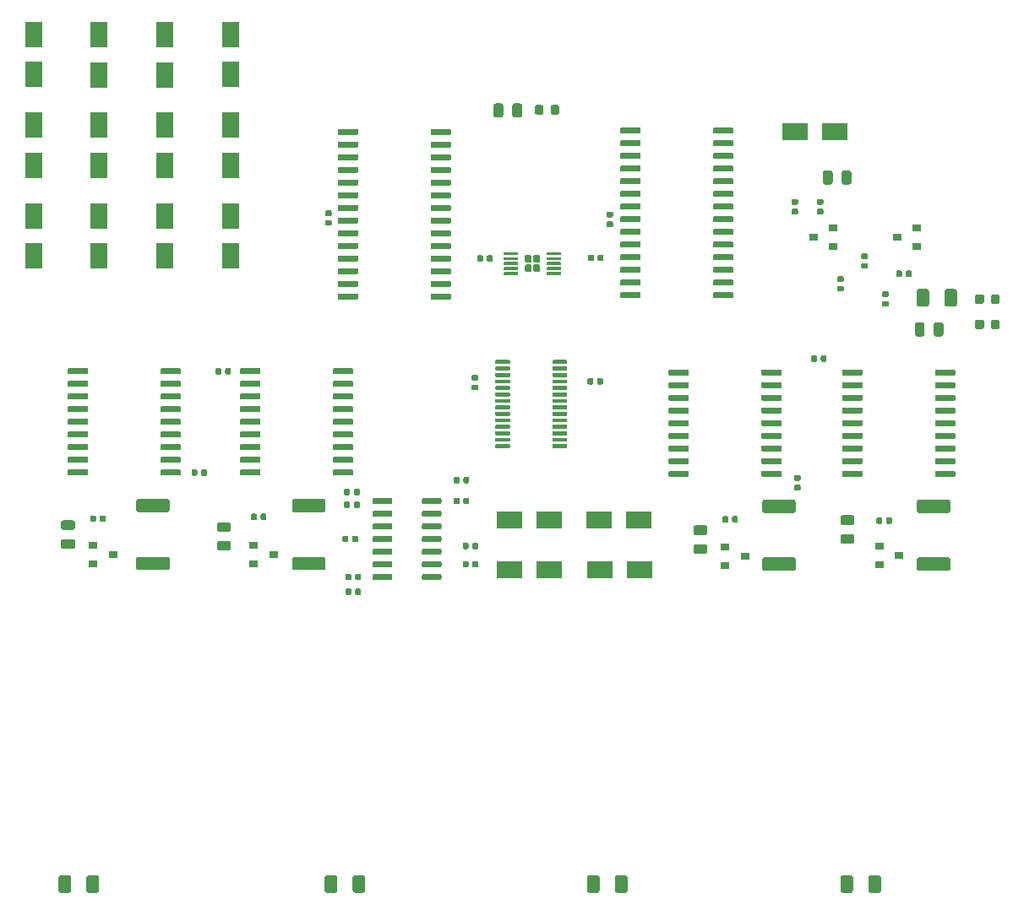
<source format=gbr>
G04 #@! TF.GenerationSoftware,KiCad,Pcbnew,5.1.5*
G04 #@! TF.CreationDate,2020-05-11T18:57:52-04:00*
G04 #@! TF.ProjectId,EVE-PCB-V4,4556452d-5043-4422-9d56-342e6b696361,rev?*
G04 #@! TF.SameCoordinates,Original*
G04 #@! TF.FileFunction,Paste,Top*
G04 #@! TF.FilePolarity,Positive*
%FSLAX46Y46*%
G04 Gerber Fmt 4.6, Leading zero omitted, Abs format (unit mm)*
G04 Created by KiCad (PCBNEW 5.1.5) date 2020-05-11 18:57:52*
%MOMM*%
%LPD*%
G04 APERTURE LIST*
%ADD10C,0.100000*%
%ADD11R,2.500000X1.800000*%
%ADD12R,1.800000X2.500000*%
%ADD13R,0.900000X0.800000*%
G04 APERTURE END LIST*
D10*
G36*
X140366351Y-58540361D02*
G01*
X140373632Y-58541441D01*
X140380771Y-58543229D01*
X140387701Y-58545709D01*
X140394355Y-58548856D01*
X140400668Y-58552640D01*
X140406579Y-58557024D01*
X140412033Y-58561967D01*
X140416976Y-58567421D01*
X140421360Y-58573332D01*
X140425144Y-58579645D01*
X140428291Y-58586299D01*
X140430771Y-58593229D01*
X140432559Y-58600368D01*
X140433639Y-58607649D01*
X140434000Y-58615000D01*
X140434000Y-58765000D01*
X140433639Y-58772351D01*
X140432559Y-58779632D01*
X140430771Y-58786771D01*
X140428291Y-58793701D01*
X140425144Y-58800355D01*
X140421360Y-58806668D01*
X140416976Y-58812579D01*
X140412033Y-58818033D01*
X140406579Y-58822976D01*
X140400668Y-58827360D01*
X140394355Y-58831144D01*
X140387701Y-58834291D01*
X140380771Y-58836771D01*
X140373632Y-58838559D01*
X140366351Y-58839639D01*
X140359000Y-58840000D01*
X139059000Y-58840000D01*
X139051649Y-58839639D01*
X139044368Y-58838559D01*
X139037229Y-58836771D01*
X139030299Y-58834291D01*
X139023645Y-58831144D01*
X139017332Y-58827360D01*
X139011421Y-58822976D01*
X139005967Y-58818033D01*
X139001024Y-58812579D01*
X138996640Y-58806668D01*
X138992856Y-58800355D01*
X138989709Y-58793701D01*
X138987229Y-58786771D01*
X138985441Y-58779632D01*
X138984361Y-58772351D01*
X138984000Y-58765000D01*
X138984000Y-58615000D01*
X138984361Y-58607649D01*
X138985441Y-58600368D01*
X138987229Y-58593229D01*
X138989709Y-58586299D01*
X138992856Y-58579645D01*
X138996640Y-58573332D01*
X139001024Y-58567421D01*
X139005967Y-58561967D01*
X139011421Y-58557024D01*
X139017332Y-58552640D01*
X139023645Y-58548856D01*
X139030299Y-58545709D01*
X139037229Y-58543229D01*
X139044368Y-58541441D01*
X139051649Y-58540361D01*
X139059000Y-58540000D01*
X140359000Y-58540000D01*
X140366351Y-58540361D01*
G37*
G36*
X140366351Y-59040361D02*
G01*
X140373632Y-59041441D01*
X140380771Y-59043229D01*
X140387701Y-59045709D01*
X140394355Y-59048856D01*
X140400668Y-59052640D01*
X140406579Y-59057024D01*
X140412033Y-59061967D01*
X140416976Y-59067421D01*
X140421360Y-59073332D01*
X140425144Y-59079645D01*
X140428291Y-59086299D01*
X140430771Y-59093229D01*
X140432559Y-59100368D01*
X140433639Y-59107649D01*
X140434000Y-59115000D01*
X140434000Y-59265000D01*
X140433639Y-59272351D01*
X140432559Y-59279632D01*
X140430771Y-59286771D01*
X140428291Y-59293701D01*
X140425144Y-59300355D01*
X140421360Y-59306668D01*
X140416976Y-59312579D01*
X140412033Y-59318033D01*
X140406579Y-59322976D01*
X140400668Y-59327360D01*
X140394355Y-59331144D01*
X140387701Y-59334291D01*
X140380771Y-59336771D01*
X140373632Y-59338559D01*
X140366351Y-59339639D01*
X140359000Y-59340000D01*
X139059000Y-59340000D01*
X139051649Y-59339639D01*
X139044368Y-59338559D01*
X139037229Y-59336771D01*
X139030299Y-59334291D01*
X139023645Y-59331144D01*
X139017332Y-59327360D01*
X139011421Y-59322976D01*
X139005967Y-59318033D01*
X139001024Y-59312579D01*
X138996640Y-59306668D01*
X138992856Y-59300355D01*
X138989709Y-59293701D01*
X138987229Y-59286771D01*
X138985441Y-59279632D01*
X138984361Y-59272351D01*
X138984000Y-59265000D01*
X138984000Y-59115000D01*
X138984361Y-59107649D01*
X138985441Y-59100368D01*
X138987229Y-59093229D01*
X138989709Y-59086299D01*
X138992856Y-59079645D01*
X138996640Y-59073332D01*
X139001024Y-59067421D01*
X139005967Y-59061967D01*
X139011421Y-59057024D01*
X139017332Y-59052640D01*
X139023645Y-59048856D01*
X139030299Y-59045709D01*
X139037229Y-59043229D01*
X139044368Y-59041441D01*
X139051649Y-59040361D01*
X139059000Y-59040000D01*
X140359000Y-59040000D01*
X140366351Y-59040361D01*
G37*
G36*
X140366351Y-59540361D02*
G01*
X140373632Y-59541441D01*
X140380771Y-59543229D01*
X140387701Y-59545709D01*
X140394355Y-59548856D01*
X140400668Y-59552640D01*
X140406579Y-59557024D01*
X140412033Y-59561967D01*
X140416976Y-59567421D01*
X140421360Y-59573332D01*
X140425144Y-59579645D01*
X140428291Y-59586299D01*
X140430771Y-59593229D01*
X140432559Y-59600368D01*
X140433639Y-59607649D01*
X140434000Y-59615000D01*
X140434000Y-59765000D01*
X140433639Y-59772351D01*
X140432559Y-59779632D01*
X140430771Y-59786771D01*
X140428291Y-59793701D01*
X140425144Y-59800355D01*
X140421360Y-59806668D01*
X140416976Y-59812579D01*
X140412033Y-59818033D01*
X140406579Y-59822976D01*
X140400668Y-59827360D01*
X140394355Y-59831144D01*
X140387701Y-59834291D01*
X140380771Y-59836771D01*
X140373632Y-59838559D01*
X140366351Y-59839639D01*
X140359000Y-59840000D01*
X139059000Y-59840000D01*
X139051649Y-59839639D01*
X139044368Y-59838559D01*
X139037229Y-59836771D01*
X139030299Y-59834291D01*
X139023645Y-59831144D01*
X139017332Y-59827360D01*
X139011421Y-59822976D01*
X139005967Y-59818033D01*
X139001024Y-59812579D01*
X138996640Y-59806668D01*
X138992856Y-59800355D01*
X138989709Y-59793701D01*
X138987229Y-59786771D01*
X138985441Y-59779632D01*
X138984361Y-59772351D01*
X138984000Y-59765000D01*
X138984000Y-59615000D01*
X138984361Y-59607649D01*
X138985441Y-59600368D01*
X138987229Y-59593229D01*
X138989709Y-59586299D01*
X138992856Y-59579645D01*
X138996640Y-59573332D01*
X139001024Y-59567421D01*
X139005967Y-59561967D01*
X139011421Y-59557024D01*
X139017332Y-59552640D01*
X139023645Y-59548856D01*
X139030299Y-59545709D01*
X139037229Y-59543229D01*
X139044368Y-59541441D01*
X139051649Y-59540361D01*
X139059000Y-59540000D01*
X140359000Y-59540000D01*
X140366351Y-59540361D01*
G37*
G36*
X140366351Y-60040361D02*
G01*
X140373632Y-60041441D01*
X140380771Y-60043229D01*
X140387701Y-60045709D01*
X140394355Y-60048856D01*
X140400668Y-60052640D01*
X140406579Y-60057024D01*
X140412033Y-60061967D01*
X140416976Y-60067421D01*
X140421360Y-60073332D01*
X140425144Y-60079645D01*
X140428291Y-60086299D01*
X140430771Y-60093229D01*
X140432559Y-60100368D01*
X140433639Y-60107649D01*
X140434000Y-60115000D01*
X140434000Y-60265000D01*
X140433639Y-60272351D01*
X140432559Y-60279632D01*
X140430771Y-60286771D01*
X140428291Y-60293701D01*
X140425144Y-60300355D01*
X140421360Y-60306668D01*
X140416976Y-60312579D01*
X140412033Y-60318033D01*
X140406579Y-60322976D01*
X140400668Y-60327360D01*
X140394355Y-60331144D01*
X140387701Y-60334291D01*
X140380771Y-60336771D01*
X140373632Y-60338559D01*
X140366351Y-60339639D01*
X140359000Y-60340000D01*
X139059000Y-60340000D01*
X139051649Y-60339639D01*
X139044368Y-60338559D01*
X139037229Y-60336771D01*
X139030299Y-60334291D01*
X139023645Y-60331144D01*
X139017332Y-60327360D01*
X139011421Y-60322976D01*
X139005967Y-60318033D01*
X139001024Y-60312579D01*
X138996640Y-60306668D01*
X138992856Y-60300355D01*
X138989709Y-60293701D01*
X138987229Y-60286771D01*
X138985441Y-60279632D01*
X138984361Y-60272351D01*
X138984000Y-60265000D01*
X138984000Y-60115000D01*
X138984361Y-60107649D01*
X138985441Y-60100368D01*
X138987229Y-60093229D01*
X138989709Y-60086299D01*
X138992856Y-60079645D01*
X138996640Y-60073332D01*
X139001024Y-60067421D01*
X139005967Y-60061967D01*
X139011421Y-60057024D01*
X139017332Y-60052640D01*
X139023645Y-60048856D01*
X139030299Y-60045709D01*
X139037229Y-60043229D01*
X139044368Y-60041441D01*
X139051649Y-60040361D01*
X139059000Y-60040000D01*
X140359000Y-60040000D01*
X140366351Y-60040361D01*
G37*
G36*
X140366351Y-60540361D02*
G01*
X140373632Y-60541441D01*
X140380771Y-60543229D01*
X140387701Y-60545709D01*
X140394355Y-60548856D01*
X140400668Y-60552640D01*
X140406579Y-60557024D01*
X140412033Y-60561967D01*
X140416976Y-60567421D01*
X140421360Y-60573332D01*
X140425144Y-60579645D01*
X140428291Y-60586299D01*
X140430771Y-60593229D01*
X140432559Y-60600368D01*
X140433639Y-60607649D01*
X140434000Y-60615000D01*
X140434000Y-60765000D01*
X140433639Y-60772351D01*
X140432559Y-60779632D01*
X140430771Y-60786771D01*
X140428291Y-60793701D01*
X140425144Y-60800355D01*
X140421360Y-60806668D01*
X140416976Y-60812579D01*
X140412033Y-60818033D01*
X140406579Y-60822976D01*
X140400668Y-60827360D01*
X140394355Y-60831144D01*
X140387701Y-60834291D01*
X140380771Y-60836771D01*
X140373632Y-60838559D01*
X140366351Y-60839639D01*
X140359000Y-60840000D01*
X139059000Y-60840000D01*
X139051649Y-60839639D01*
X139044368Y-60838559D01*
X139037229Y-60836771D01*
X139030299Y-60834291D01*
X139023645Y-60831144D01*
X139017332Y-60827360D01*
X139011421Y-60822976D01*
X139005967Y-60818033D01*
X139001024Y-60812579D01*
X138996640Y-60806668D01*
X138992856Y-60800355D01*
X138989709Y-60793701D01*
X138987229Y-60786771D01*
X138985441Y-60779632D01*
X138984361Y-60772351D01*
X138984000Y-60765000D01*
X138984000Y-60615000D01*
X138984361Y-60607649D01*
X138985441Y-60600368D01*
X138987229Y-60593229D01*
X138989709Y-60586299D01*
X138992856Y-60579645D01*
X138996640Y-60573332D01*
X139001024Y-60567421D01*
X139005967Y-60561967D01*
X139011421Y-60557024D01*
X139017332Y-60552640D01*
X139023645Y-60548856D01*
X139030299Y-60545709D01*
X139037229Y-60543229D01*
X139044368Y-60541441D01*
X139051649Y-60540361D01*
X139059000Y-60540000D01*
X140359000Y-60540000D01*
X140366351Y-60540361D01*
G37*
G36*
X144666351Y-60540361D02*
G01*
X144673632Y-60541441D01*
X144680771Y-60543229D01*
X144687701Y-60545709D01*
X144694355Y-60548856D01*
X144700668Y-60552640D01*
X144706579Y-60557024D01*
X144712033Y-60561967D01*
X144716976Y-60567421D01*
X144721360Y-60573332D01*
X144725144Y-60579645D01*
X144728291Y-60586299D01*
X144730771Y-60593229D01*
X144732559Y-60600368D01*
X144733639Y-60607649D01*
X144734000Y-60615000D01*
X144734000Y-60765000D01*
X144733639Y-60772351D01*
X144732559Y-60779632D01*
X144730771Y-60786771D01*
X144728291Y-60793701D01*
X144725144Y-60800355D01*
X144721360Y-60806668D01*
X144716976Y-60812579D01*
X144712033Y-60818033D01*
X144706579Y-60822976D01*
X144700668Y-60827360D01*
X144694355Y-60831144D01*
X144687701Y-60834291D01*
X144680771Y-60836771D01*
X144673632Y-60838559D01*
X144666351Y-60839639D01*
X144659000Y-60840000D01*
X143359000Y-60840000D01*
X143351649Y-60839639D01*
X143344368Y-60838559D01*
X143337229Y-60836771D01*
X143330299Y-60834291D01*
X143323645Y-60831144D01*
X143317332Y-60827360D01*
X143311421Y-60822976D01*
X143305967Y-60818033D01*
X143301024Y-60812579D01*
X143296640Y-60806668D01*
X143292856Y-60800355D01*
X143289709Y-60793701D01*
X143287229Y-60786771D01*
X143285441Y-60779632D01*
X143284361Y-60772351D01*
X143284000Y-60765000D01*
X143284000Y-60615000D01*
X143284361Y-60607649D01*
X143285441Y-60600368D01*
X143287229Y-60593229D01*
X143289709Y-60586299D01*
X143292856Y-60579645D01*
X143296640Y-60573332D01*
X143301024Y-60567421D01*
X143305967Y-60561967D01*
X143311421Y-60557024D01*
X143317332Y-60552640D01*
X143323645Y-60548856D01*
X143330299Y-60545709D01*
X143337229Y-60543229D01*
X143344368Y-60541441D01*
X143351649Y-60540361D01*
X143359000Y-60540000D01*
X144659000Y-60540000D01*
X144666351Y-60540361D01*
G37*
G36*
X144666351Y-60040361D02*
G01*
X144673632Y-60041441D01*
X144680771Y-60043229D01*
X144687701Y-60045709D01*
X144694355Y-60048856D01*
X144700668Y-60052640D01*
X144706579Y-60057024D01*
X144712033Y-60061967D01*
X144716976Y-60067421D01*
X144721360Y-60073332D01*
X144725144Y-60079645D01*
X144728291Y-60086299D01*
X144730771Y-60093229D01*
X144732559Y-60100368D01*
X144733639Y-60107649D01*
X144734000Y-60115000D01*
X144734000Y-60265000D01*
X144733639Y-60272351D01*
X144732559Y-60279632D01*
X144730771Y-60286771D01*
X144728291Y-60293701D01*
X144725144Y-60300355D01*
X144721360Y-60306668D01*
X144716976Y-60312579D01*
X144712033Y-60318033D01*
X144706579Y-60322976D01*
X144700668Y-60327360D01*
X144694355Y-60331144D01*
X144687701Y-60334291D01*
X144680771Y-60336771D01*
X144673632Y-60338559D01*
X144666351Y-60339639D01*
X144659000Y-60340000D01*
X143359000Y-60340000D01*
X143351649Y-60339639D01*
X143344368Y-60338559D01*
X143337229Y-60336771D01*
X143330299Y-60334291D01*
X143323645Y-60331144D01*
X143317332Y-60327360D01*
X143311421Y-60322976D01*
X143305967Y-60318033D01*
X143301024Y-60312579D01*
X143296640Y-60306668D01*
X143292856Y-60300355D01*
X143289709Y-60293701D01*
X143287229Y-60286771D01*
X143285441Y-60279632D01*
X143284361Y-60272351D01*
X143284000Y-60265000D01*
X143284000Y-60115000D01*
X143284361Y-60107649D01*
X143285441Y-60100368D01*
X143287229Y-60093229D01*
X143289709Y-60086299D01*
X143292856Y-60079645D01*
X143296640Y-60073332D01*
X143301024Y-60067421D01*
X143305967Y-60061967D01*
X143311421Y-60057024D01*
X143317332Y-60052640D01*
X143323645Y-60048856D01*
X143330299Y-60045709D01*
X143337229Y-60043229D01*
X143344368Y-60041441D01*
X143351649Y-60040361D01*
X143359000Y-60040000D01*
X144659000Y-60040000D01*
X144666351Y-60040361D01*
G37*
G36*
X144666351Y-59540361D02*
G01*
X144673632Y-59541441D01*
X144680771Y-59543229D01*
X144687701Y-59545709D01*
X144694355Y-59548856D01*
X144700668Y-59552640D01*
X144706579Y-59557024D01*
X144712033Y-59561967D01*
X144716976Y-59567421D01*
X144721360Y-59573332D01*
X144725144Y-59579645D01*
X144728291Y-59586299D01*
X144730771Y-59593229D01*
X144732559Y-59600368D01*
X144733639Y-59607649D01*
X144734000Y-59615000D01*
X144734000Y-59765000D01*
X144733639Y-59772351D01*
X144732559Y-59779632D01*
X144730771Y-59786771D01*
X144728291Y-59793701D01*
X144725144Y-59800355D01*
X144721360Y-59806668D01*
X144716976Y-59812579D01*
X144712033Y-59818033D01*
X144706579Y-59822976D01*
X144700668Y-59827360D01*
X144694355Y-59831144D01*
X144687701Y-59834291D01*
X144680771Y-59836771D01*
X144673632Y-59838559D01*
X144666351Y-59839639D01*
X144659000Y-59840000D01*
X143359000Y-59840000D01*
X143351649Y-59839639D01*
X143344368Y-59838559D01*
X143337229Y-59836771D01*
X143330299Y-59834291D01*
X143323645Y-59831144D01*
X143317332Y-59827360D01*
X143311421Y-59822976D01*
X143305967Y-59818033D01*
X143301024Y-59812579D01*
X143296640Y-59806668D01*
X143292856Y-59800355D01*
X143289709Y-59793701D01*
X143287229Y-59786771D01*
X143285441Y-59779632D01*
X143284361Y-59772351D01*
X143284000Y-59765000D01*
X143284000Y-59615000D01*
X143284361Y-59607649D01*
X143285441Y-59600368D01*
X143287229Y-59593229D01*
X143289709Y-59586299D01*
X143292856Y-59579645D01*
X143296640Y-59573332D01*
X143301024Y-59567421D01*
X143305967Y-59561967D01*
X143311421Y-59557024D01*
X143317332Y-59552640D01*
X143323645Y-59548856D01*
X143330299Y-59545709D01*
X143337229Y-59543229D01*
X143344368Y-59541441D01*
X143351649Y-59540361D01*
X143359000Y-59540000D01*
X144659000Y-59540000D01*
X144666351Y-59540361D01*
G37*
G36*
X144666351Y-59040361D02*
G01*
X144673632Y-59041441D01*
X144680771Y-59043229D01*
X144687701Y-59045709D01*
X144694355Y-59048856D01*
X144700668Y-59052640D01*
X144706579Y-59057024D01*
X144712033Y-59061967D01*
X144716976Y-59067421D01*
X144721360Y-59073332D01*
X144725144Y-59079645D01*
X144728291Y-59086299D01*
X144730771Y-59093229D01*
X144732559Y-59100368D01*
X144733639Y-59107649D01*
X144734000Y-59115000D01*
X144734000Y-59265000D01*
X144733639Y-59272351D01*
X144732559Y-59279632D01*
X144730771Y-59286771D01*
X144728291Y-59293701D01*
X144725144Y-59300355D01*
X144721360Y-59306668D01*
X144716976Y-59312579D01*
X144712033Y-59318033D01*
X144706579Y-59322976D01*
X144700668Y-59327360D01*
X144694355Y-59331144D01*
X144687701Y-59334291D01*
X144680771Y-59336771D01*
X144673632Y-59338559D01*
X144666351Y-59339639D01*
X144659000Y-59340000D01*
X143359000Y-59340000D01*
X143351649Y-59339639D01*
X143344368Y-59338559D01*
X143337229Y-59336771D01*
X143330299Y-59334291D01*
X143323645Y-59331144D01*
X143317332Y-59327360D01*
X143311421Y-59322976D01*
X143305967Y-59318033D01*
X143301024Y-59312579D01*
X143296640Y-59306668D01*
X143292856Y-59300355D01*
X143289709Y-59293701D01*
X143287229Y-59286771D01*
X143285441Y-59279632D01*
X143284361Y-59272351D01*
X143284000Y-59265000D01*
X143284000Y-59115000D01*
X143284361Y-59107649D01*
X143285441Y-59100368D01*
X143287229Y-59093229D01*
X143289709Y-59086299D01*
X143292856Y-59079645D01*
X143296640Y-59073332D01*
X143301024Y-59067421D01*
X143305967Y-59061967D01*
X143311421Y-59057024D01*
X143317332Y-59052640D01*
X143323645Y-59048856D01*
X143330299Y-59045709D01*
X143337229Y-59043229D01*
X143344368Y-59041441D01*
X143351649Y-59040361D01*
X143359000Y-59040000D01*
X144659000Y-59040000D01*
X144666351Y-59040361D01*
G37*
G36*
X144666351Y-58540361D02*
G01*
X144673632Y-58541441D01*
X144680771Y-58543229D01*
X144687701Y-58545709D01*
X144694355Y-58548856D01*
X144700668Y-58552640D01*
X144706579Y-58557024D01*
X144712033Y-58561967D01*
X144716976Y-58567421D01*
X144721360Y-58573332D01*
X144725144Y-58579645D01*
X144728291Y-58586299D01*
X144730771Y-58593229D01*
X144732559Y-58600368D01*
X144733639Y-58607649D01*
X144734000Y-58615000D01*
X144734000Y-58765000D01*
X144733639Y-58772351D01*
X144732559Y-58779632D01*
X144730771Y-58786771D01*
X144728291Y-58793701D01*
X144725144Y-58800355D01*
X144721360Y-58806668D01*
X144716976Y-58812579D01*
X144712033Y-58818033D01*
X144706579Y-58822976D01*
X144700668Y-58827360D01*
X144694355Y-58831144D01*
X144687701Y-58834291D01*
X144680771Y-58836771D01*
X144673632Y-58838559D01*
X144666351Y-58839639D01*
X144659000Y-58840000D01*
X143359000Y-58840000D01*
X143351649Y-58839639D01*
X143344368Y-58838559D01*
X143337229Y-58836771D01*
X143330299Y-58834291D01*
X143323645Y-58831144D01*
X143317332Y-58827360D01*
X143311421Y-58822976D01*
X143305967Y-58818033D01*
X143301024Y-58812579D01*
X143296640Y-58806668D01*
X143292856Y-58800355D01*
X143289709Y-58793701D01*
X143287229Y-58786771D01*
X143285441Y-58779632D01*
X143284361Y-58772351D01*
X143284000Y-58765000D01*
X143284000Y-58615000D01*
X143284361Y-58607649D01*
X143285441Y-58600368D01*
X143287229Y-58593229D01*
X143289709Y-58586299D01*
X143292856Y-58579645D01*
X143296640Y-58573332D01*
X143301024Y-58567421D01*
X143305967Y-58561967D01*
X143311421Y-58557024D01*
X143317332Y-58552640D01*
X143323645Y-58548856D01*
X143330299Y-58545709D01*
X143337229Y-58543229D01*
X143344368Y-58541441D01*
X143351649Y-58540361D01*
X143359000Y-58540000D01*
X144659000Y-58540000D01*
X144666351Y-58540361D01*
G37*
G36*
X141625663Y-58840819D02*
G01*
X141642165Y-58843267D01*
X141658348Y-58847320D01*
X141674056Y-58852940D01*
X141689137Y-58860073D01*
X141703447Y-58868650D01*
X141716847Y-58878588D01*
X141729208Y-58889792D01*
X141740412Y-58902153D01*
X141750350Y-58915553D01*
X141758927Y-58929863D01*
X141766060Y-58944944D01*
X141771680Y-58960652D01*
X141775733Y-58976835D01*
X141778181Y-58993337D01*
X141779000Y-59010000D01*
X141779000Y-59430000D01*
X141778181Y-59446663D01*
X141775733Y-59463165D01*
X141771680Y-59479348D01*
X141766060Y-59495056D01*
X141758927Y-59510137D01*
X141750350Y-59524447D01*
X141740412Y-59537847D01*
X141729208Y-59550208D01*
X141716847Y-59561412D01*
X141703447Y-59571350D01*
X141689137Y-59579927D01*
X141674056Y-59587060D01*
X141658348Y-59592680D01*
X141642165Y-59596733D01*
X141625663Y-59599181D01*
X141609000Y-59600000D01*
X141269000Y-59600000D01*
X141252337Y-59599181D01*
X141235835Y-59596733D01*
X141219652Y-59592680D01*
X141203944Y-59587060D01*
X141188863Y-59579927D01*
X141174553Y-59571350D01*
X141161153Y-59561412D01*
X141148792Y-59550208D01*
X141137588Y-59537847D01*
X141127650Y-59524447D01*
X141119073Y-59510137D01*
X141111940Y-59495056D01*
X141106320Y-59479348D01*
X141102267Y-59463165D01*
X141099819Y-59446663D01*
X141099000Y-59430000D01*
X141099000Y-59010000D01*
X141099819Y-58993337D01*
X141102267Y-58976835D01*
X141106320Y-58960652D01*
X141111940Y-58944944D01*
X141119073Y-58929863D01*
X141127650Y-58915553D01*
X141137588Y-58902153D01*
X141148792Y-58889792D01*
X141161153Y-58878588D01*
X141174553Y-58868650D01*
X141188863Y-58860073D01*
X141203944Y-58852940D01*
X141219652Y-58847320D01*
X141235835Y-58843267D01*
X141252337Y-58840819D01*
X141269000Y-58840000D01*
X141609000Y-58840000D01*
X141625663Y-58840819D01*
G37*
G36*
X141625663Y-59780819D02*
G01*
X141642165Y-59783267D01*
X141658348Y-59787320D01*
X141674056Y-59792940D01*
X141689137Y-59800073D01*
X141703447Y-59808650D01*
X141716847Y-59818588D01*
X141729208Y-59829792D01*
X141740412Y-59842153D01*
X141750350Y-59855553D01*
X141758927Y-59869863D01*
X141766060Y-59884944D01*
X141771680Y-59900652D01*
X141775733Y-59916835D01*
X141778181Y-59933337D01*
X141779000Y-59950000D01*
X141779000Y-60370000D01*
X141778181Y-60386663D01*
X141775733Y-60403165D01*
X141771680Y-60419348D01*
X141766060Y-60435056D01*
X141758927Y-60450137D01*
X141750350Y-60464447D01*
X141740412Y-60477847D01*
X141729208Y-60490208D01*
X141716847Y-60501412D01*
X141703447Y-60511350D01*
X141689137Y-60519927D01*
X141674056Y-60527060D01*
X141658348Y-60532680D01*
X141642165Y-60536733D01*
X141625663Y-60539181D01*
X141609000Y-60540000D01*
X141269000Y-60540000D01*
X141252337Y-60539181D01*
X141235835Y-60536733D01*
X141219652Y-60532680D01*
X141203944Y-60527060D01*
X141188863Y-60519927D01*
X141174553Y-60511350D01*
X141161153Y-60501412D01*
X141148792Y-60490208D01*
X141137588Y-60477847D01*
X141127650Y-60464447D01*
X141119073Y-60450137D01*
X141111940Y-60435056D01*
X141106320Y-60419348D01*
X141102267Y-60403165D01*
X141099819Y-60386663D01*
X141099000Y-60370000D01*
X141099000Y-59950000D01*
X141099819Y-59933337D01*
X141102267Y-59916835D01*
X141106320Y-59900652D01*
X141111940Y-59884944D01*
X141119073Y-59869863D01*
X141127650Y-59855553D01*
X141137588Y-59842153D01*
X141148792Y-59829792D01*
X141161153Y-59818588D01*
X141174553Y-59808650D01*
X141188863Y-59800073D01*
X141203944Y-59792940D01*
X141219652Y-59787320D01*
X141235835Y-59783267D01*
X141252337Y-59780819D01*
X141269000Y-59780000D01*
X141609000Y-59780000D01*
X141625663Y-59780819D01*
G37*
G36*
X142465663Y-58840819D02*
G01*
X142482165Y-58843267D01*
X142498348Y-58847320D01*
X142514056Y-58852940D01*
X142529137Y-58860073D01*
X142543447Y-58868650D01*
X142556847Y-58878588D01*
X142569208Y-58889792D01*
X142580412Y-58902153D01*
X142590350Y-58915553D01*
X142598927Y-58929863D01*
X142606060Y-58944944D01*
X142611680Y-58960652D01*
X142615733Y-58976835D01*
X142618181Y-58993337D01*
X142619000Y-59010000D01*
X142619000Y-59430000D01*
X142618181Y-59446663D01*
X142615733Y-59463165D01*
X142611680Y-59479348D01*
X142606060Y-59495056D01*
X142598927Y-59510137D01*
X142590350Y-59524447D01*
X142580412Y-59537847D01*
X142569208Y-59550208D01*
X142556847Y-59561412D01*
X142543447Y-59571350D01*
X142529137Y-59579927D01*
X142514056Y-59587060D01*
X142498348Y-59592680D01*
X142482165Y-59596733D01*
X142465663Y-59599181D01*
X142449000Y-59600000D01*
X142109000Y-59600000D01*
X142092337Y-59599181D01*
X142075835Y-59596733D01*
X142059652Y-59592680D01*
X142043944Y-59587060D01*
X142028863Y-59579927D01*
X142014553Y-59571350D01*
X142001153Y-59561412D01*
X141988792Y-59550208D01*
X141977588Y-59537847D01*
X141967650Y-59524447D01*
X141959073Y-59510137D01*
X141951940Y-59495056D01*
X141946320Y-59479348D01*
X141942267Y-59463165D01*
X141939819Y-59446663D01*
X141939000Y-59430000D01*
X141939000Y-59010000D01*
X141939819Y-58993337D01*
X141942267Y-58976835D01*
X141946320Y-58960652D01*
X141951940Y-58944944D01*
X141959073Y-58929863D01*
X141967650Y-58915553D01*
X141977588Y-58902153D01*
X141988792Y-58889792D01*
X142001153Y-58878588D01*
X142014553Y-58868650D01*
X142028863Y-58860073D01*
X142043944Y-58852940D01*
X142059652Y-58847320D01*
X142075835Y-58843267D01*
X142092337Y-58840819D01*
X142109000Y-58840000D01*
X142449000Y-58840000D01*
X142465663Y-58840819D01*
G37*
G36*
X142465663Y-59780819D02*
G01*
X142482165Y-59783267D01*
X142498348Y-59787320D01*
X142514056Y-59792940D01*
X142529137Y-59800073D01*
X142543447Y-59808650D01*
X142556847Y-59818588D01*
X142569208Y-59829792D01*
X142580412Y-59842153D01*
X142590350Y-59855553D01*
X142598927Y-59869863D01*
X142606060Y-59884944D01*
X142611680Y-59900652D01*
X142615733Y-59916835D01*
X142618181Y-59933337D01*
X142619000Y-59950000D01*
X142619000Y-60370000D01*
X142618181Y-60386663D01*
X142615733Y-60403165D01*
X142611680Y-60419348D01*
X142606060Y-60435056D01*
X142598927Y-60450137D01*
X142590350Y-60464447D01*
X142580412Y-60477847D01*
X142569208Y-60490208D01*
X142556847Y-60501412D01*
X142543447Y-60511350D01*
X142529137Y-60519927D01*
X142514056Y-60527060D01*
X142498348Y-60532680D01*
X142482165Y-60536733D01*
X142465663Y-60539181D01*
X142449000Y-60540000D01*
X142109000Y-60540000D01*
X142092337Y-60539181D01*
X142075835Y-60536733D01*
X142059652Y-60532680D01*
X142043944Y-60527060D01*
X142028863Y-60519927D01*
X142014553Y-60511350D01*
X142001153Y-60501412D01*
X141988792Y-60490208D01*
X141977588Y-60477847D01*
X141967650Y-60464447D01*
X141959073Y-60450137D01*
X141951940Y-60435056D01*
X141946320Y-60419348D01*
X141942267Y-60403165D01*
X141939819Y-60386663D01*
X141939000Y-60370000D01*
X141939000Y-59950000D01*
X141939819Y-59933337D01*
X141942267Y-59916835D01*
X141946320Y-59900652D01*
X141951940Y-59884944D01*
X141959073Y-59869863D01*
X141967650Y-59855553D01*
X141977588Y-59842153D01*
X141988792Y-59829792D01*
X142001153Y-59818588D01*
X142014553Y-59808650D01*
X142028863Y-59800073D01*
X142043944Y-59792940D01*
X142059652Y-59787320D01*
X142075835Y-59783267D01*
X142092337Y-59780819D01*
X142109000Y-59780000D01*
X142449000Y-59780000D01*
X142465663Y-59780819D01*
G37*
G36*
X166702703Y-70312722D02*
G01*
X166717264Y-70314882D01*
X166731543Y-70318459D01*
X166745403Y-70323418D01*
X166758710Y-70329712D01*
X166771336Y-70337280D01*
X166783159Y-70346048D01*
X166794066Y-70355934D01*
X166803952Y-70366841D01*
X166812720Y-70378664D01*
X166820288Y-70391290D01*
X166826582Y-70404597D01*
X166831541Y-70418457D01*
X166835118Y-70432736D01*
X166837278Y-70447297D01*
X166838000Y-70462000D01*
X166838000Y-70762000D01*
X166837278Y-70776703D01*
X166835118Y-70791264D01*
X166831541Y-70805543D01*
X166826582Y-70819403D01*
X166820288Y-70832710D01*
X166812720Y-70845336D01*
X166803952Y-70857159D01*
X166794066Y-70868066D01*
X166783159Y-70877952D01*
X166771336Y-70886720D01*
X166758710Y-70894288D01*
X166745403Y-70900582D01*
X166731543Y-70905541D01*
X166717264Y-70909118D01*
X166702703Y-70911278D01*
X166688000Y-70912000D01*
X164938000Y-70912000D01*
X164923297Y-70911278D01*
X164908736Y-70909118D01*
X164894457Y-70905541D01*
X164880597Y-70900582D01*
X164867290Y-70894288D01*
X164854664Y-70886720D01*
X164842841Y-70877952D01*
X164831934Y-70868066D01*
X164822048Y-70857159D01*
X164813280Y-70845336D01*
X164805712Y-70832710D01*
X164799418Y-70819403D01*
X164794459Y-70805543D01*
X164790882Y-70791264D01*
X164788722Y-70776703D01*
X164788000Y-70762000D01*
X164788000Y-70462000D01*
X164788722Y-70447297D01*
X164790882Y-70432736D01*
X164794459Y-70418457D01*
X164799418Y-70404597D01*
X164805712Y-70391290D01*
X164813280Y-70378664D01*
X164822048Y-70366841D01*
X164831934Y-70355934D01*
X164842841Y-70346048D01*
X164854664Y-70337280D01*
X164867290Y-70329712D01*
X164880597Y-70323418D01*
X164894457Y-70318459D01*
X164908736Y-70314882D01*
X164923297Y-70312722D01*
X164938000Y-70312000D01*
X166688000Y-70312000D01*
X166702703Y-70312722D01*
G37*
G36*
X166702703Y-71582722D02*
G01*
X166717264Y-71584882D01*
X166731543Y-71588459D01*
X166745403Y-71593418D01*
X166758710Y-71599712D01*
X166771336Y-71607280D01*
X166783159Y-71616048D01*
X166794066Y-71625934D01*
X166803952Y-71636841D01*
X166812720Y-71648664D01*
X166820288Y-71661290D01*
X166826582Y-71674597D01*
X166831541Y-71688457D01*
X166835118Y-71702736D01*
X166837278Y-71717297D01*
X166838000Y-71732000D01*
X166838000Y-72032000D01*
X166837278Y-72046703D01*
X166835118Y-72061264D01*
X166831541Y-72075543D01*
X166826582Y-72089403D01*
X166820288Y-72102710D01*
X166812720Y-72115336D01*
X166803952Y-72127159D01*
X166794066Y-72138066D01*
X166783159Y-72147952D01*
X166771336Y-72156720D01*
X166758710Y-72164288D01*
X166745403Y-72170582D01*
X166731543Y-72175541D01*
X166717264Y-72179118D01*
X166702703Y-72181278D01*
X166688000Y-72182000D01*
X164938000Y-72182000D01*
X164923297Y-72181278D01*
X164908736Y-72179118D01*
X164894457Y-72175541D01*
X164880597Y-72170582D01*
X164867290Y-72164288D01*
X164854664Y-72156720D01*
X164842841Y-72147952D01*
X164831934Y-72138066D01*
X164822048Y-72127159D01*
X164813280Y-72115336D01*
X164805712Y-72102710D01*
X164799418Y-72089403D01*
X164794459Y-72075543D01*
X164790882Y-72061264D01*
X164788722Y-72046703D01*
X164788000Y-72032000D01*
X164788000Y-71732000D01*
X164788722Y-71717297D01*
X164790882Y-71702736D01*
X164794459Y-71688457D01*
X164799418Y-71674597D01*
X164805712Y-71661290D01*
X164813280Y-71648664D01*
X164822048Y-71636841D01*
X164831934Y-71625934D01*
X164842841Y-71616048D01*
X164854664Y-71607280D01*
X164867290Y-71599712D01*
X164880597Y-71593418D01*
X164894457Y-71588459D01*
X164908736Y-71584882D01*
X164923297Y-71582722D01*
X164938000Y-71582000D01*
X166688000Y-71582000D01*
X166702703Y-71582722D01*
G37*
G36*
X166702703Y-72852722D02*
G01*
X166717264Y-72854882D01*
X166731543Y-72858459D01*
X166745403Y-72863418D01*
X166758710Y-72869712D01*
X166771336Y-72877280D01*
X166783159Y-72886048D01*
X166794066Y-72895934D01*
X166803952Y-72906841D01*
X166812720Y-72918664D01*
X166820288Y-72931290D01*
X166826582Y-72944597D01*
X166831541Y-72958457D01*
X166835118Y-72972736D01*
X166837278Y-72987297D01*
X166838000Y-73002000D01*
X166838000Y-73302000D01*
X166837278Y-73316703D01*
X166835118Y-73331264D01*
X166831541Y-73345543D01*
X166826582Y-73359403D01*
X166820288Y-73372710D01*
X166812720Y-73385336D01*
X166803952Y-73397159D01*
X166794066Y-73408066D01*
X166783159Y-73417952D01*
X166771336Y-73426720D01*
X166758710Y-73434288D01*
X166745403Y-73440582D01*
X166731543Y-73445541D01*
X166717264Y-73449118D01*
X166702703Y-73451278D01*
X166688000Y-73452000D01*
X164938000Y-73452000D01*
X164923297Y-73451278D01*
X164908736Y-73449118D01*
X164894457Y-73445541D01*
X164880597Y-73440582D01*
X164867290Y-73434288D01*
X164854664Y-73426720D01*
X164842841Y-73417952D01*
X164831934Y-73408066D01*
X164822048Y-73397159D01*
X164813280Y-73385336D01*
X164805712Y-73372710D01*
X164799418Y-73359403D01*
X164794459Y-73345543D01*
X164790882Y-73331264D01*
X164788722Y-73316703D01*
X164788000Y-73302000D01*
X164788000Y-73002000D01*
X164788722Y-72987297D01*
X164790882Y-72972736D01*
X164794459Y-72958457D01*
X164799418Y-72944597D01*
X164805712Y-72931290D01*
X164813280Y-72918664D01*
X164822048Y-72906841D01*
X164831934Y-72895934D01*
X164842841Y-72886048D01*
X164854664Y-72877280D01*
X164867290Y-72869712D01*
X164880597Y-72863418D01*
X164894457Y-72858459D01*
X164908736Y-72854882D01*
X164923297Y-72852722D01*
X164938000Y-72852000D01*
X166688000Y-72852000D01*
X166702703Y-72852722D01*
G37*
G36*
X166702703Y-74122722D02*
G01*
X166717264Y-74124882D01*
X166731543Y-74128459D01*
X166745403Y-74133418D01*
X166758710Y-74139712D01*
X166771336Y-74147280D01*
X166783159Y-74156048D01*
X166794066Y-74165934D01*
X166803952Y-74176841D01*
X166812720Y-74188664D01*
X166820288Y-74201290D01*
X166826582Y-74214597D01*
X166831541Y-74228457D01*
X166835118Y-74242736D01*
X166837278Y-74257297D01*
X166838000Y-74272000D01*
X166838000Y-74572000D01*
X166837278Y-74586703D01*
X166835118Y-74601264D01*
X166831541Y-74615543D01*
X166826582Y-74629403D01*
X166820288Y-74642710D01*
X166812720Y-74655336D01*
X166803952Y-74667159D01*
X166794066Y-74678066D01*
X166783159Y-74687952D01*
X166771336Y-74696720D01*
X166758710Y-74704288D01*
X166745403Y-74710582D01*
X166731543Y-74715541D01*
X166717264Y-74719118D01*
X166702703Y-74721278D01*
X166688000Y-74722000D01*
X164938000Y-74722000D01*
X164923297Y-74721278D01*
X164908736Y-74719118D01*
X164894457Y-74715541D01*
X164880597Y-74710582D01*
X164867290Y-74704288D01*
X164854664Y-74696720D01*
X164842841Y-74687952D01*
X164831934Y-74678066D01*
X164822048Y-74667159D01*
X164813280Y-74655336D01*
X164805712Y-74642710D01*
X164799418Y-74629403D01*
X164794459Y-74615543D01*
X164790882Y-74601264D01*
X164788722Y-74586703D01*
X164788000Y-74572000D01*
X164788000Y-74272000D01*
X164788722Y-74257297D01*
X164790882Y-74242736D01*
X164794459Y-74228457D01*
X164799418Y-74214597D01*
X164805712Y-74201290D01*
X164813280Y-74188664D01*
X164822048Y-74176841D01*
X164831934Y-74165934D01*
X164842841Y-74156048D01*
X164854664Y-74147280D01*
X164867290Y-74139712D01*
X164880597Y-74133418D01*
X164894457Y-74128459D01*
X164908736Y-74124882D01*
X164923297Y-74122722D01*
X164938000Y-74122000D01*
X166688000Y-74122000D01*
X166702703Y-74122722D01*
G37*
G36*
X166702703Y-75392722D02*
G01*
X166717264Y-75394882D01*
X166731543Y-75398459D01*
X166745403Y-75403418D01*
X166758710Y-75409712D01*
X166771336Y-75417280D01*
X166783159Y-75426048D01*
X166794066Y-75435934D01*
X166803952Y-75446841D01*
X166812720Y-75458664D01*
X166820288Y-75471290D01*
X166826582Y-75484597D01*
X166831541Y-75498457D01*
X166835118Y-75512736D01*
X166837278Y-75527297D01*
X166838000Y-75542000D01*
X166838000Y-75842000D01*
X166837278Y-75856703D01*
X166835118Y-75871264D01*
X166831541Y-75885543D01*
X166826582Y-75899403D01*
X166820288Y-75912710D01*
X166812720Y-75925336D01*
X166803952Y-75937159D01*
X166794066Y-75948066D01*
X166783159Y-75957952D01*
X166771336Y-75966720D01*
X166758710Y-75974288D01*
X166745403Y-75980582D01*
X166731543Y-75985541D01*
X166717264Y-75989118D01*
X166702703Y-75991278D01*
X166688000Y-75992000D01*
X164938000Y-75992000D01*
X164923297Y-75991278D01*
X164908736Y-75989118D01*
X164894457Y-75985541D01*
X164880597Y-75980582D01*
X164867290Y-75974288D01*
X164854664Y-75966720D01*
X164842841Y-75957952D01*
X164831934Y-75948066D01*
X164822048Y-75937159D01*
X164813280Y-75925336D01*
X164805712Y-75912710D01*
X164799418Y-75899403D01*
X164794459Y-75885543D01*
X164790882Y-75871264D01*
X164788722Y-75856703D01*
X164788000Y-75842000D01*
X164788000Y-75542000D01*
X164788722Y-75527297D01*
X164790882Y-75512736D01*
X164794459Y-75498457D01*
X164799418Y-75484597D01*
X164805712Y-75471290D01*
X164813280Y-75458664D01*
X164822048Y-75446841D01*
X164831934Y-75435934D01*
X164842841Y-75426048D01*
X164854664Y-75417280D01*
X164867290Y-75409712D01*
X164880597Y-75403418D01*
X164894457Y-75398459D01*
X164908736Y-75394882D01*
X164923297Y-75392722D01*
X164938000Y-75392000D01*
X166688000Y-75392000D01*
X166702703Y-75392722D01*
G37*
G36*
X166702703Y-76662722D02*
G01*
X166717264Y-76664882D01*
X166731543Y-76668459D01*
X166745403Y-76673418D01*
X166758710Y-76679712D01*
X166771336Y-76687280D01*
X166783159Y-76696048D01*
X166794066Y-76705934D01*
X166803952Y-76716841D01*
X166812720Y-76728664D01*
X166820288Y-76741290D01*
X166826582Y-76754597D01*
X166831541Y-76768457D01*
X166835118Y-76782736D01*
X166837278Y-76797297D01*
X166838000Y-76812000D01*
X166838000Y-77112000D01*
X166837278Y-77126703D01*
X166835118Y-77141264D01*
X166831541Y-77155543D01*
X166826582Y-77169403D01*
X166820288Y-77182710D01*
X166812720Y-77195336D01*
X166803952Y-77207159D01*
X166794066Y-77218066D01*
X166783159Y-77227952D01*
X166771336Y-77236720D01*
X166758710Y-77244288D01*
X166745403Y-77250582D01*
X166731543Y-77255541D01*
X166717264Y-77259118D01*
X166702703Y-77261278D01*
X166688000Y-77262000D01*
X164938000Y-77262000D01*
X164923297Y-77261278D01*
X164908736Y-77259118D01*
X164894457Y-77255541D01*
X164880597Y-77250582D01*
X164867290Y-77244288D01*
X164854664Y-77236720D01*
X164842841Y-77227952D01*
X164831934Y-77218066D01*
X164822048Y-77207159D01*
X164813280Y-77195336D01*
X164805712Y-77182710D01*
X164799418Y-77169403D01*
X164794459Y-77155543D01*
X164790882Y-77141264D01*
X164788722Y-77126703D01*
X164788000Y-77112000D01*
X164788000Y-76812000D01*
X164788722Y-76797297D01*
X164790882Y-76782736D01*
X164794459Y-76768457D01*
X164799418Y-76754597D01*
X164805712Y-76741290D01*
X164813280Y-76728664D01*
X164822048Y-76716841D01*
X164831934Y-76705934D01*
X164842841Y-76696048D01*
X164854664Y-76687280D01*
X164867290Y-76679712D01*
X164880597Y-76673418D01*
X164894457Y-76668459D01*
X164908736Y-76664882D01*
X164923297Y-76662722D01*
X164938000Y-76662000D01*
X166688000Y-76662000D01*
X166702703Y-76662722D01*
G37*
G36*
X166702703Y-77932722D02*
G01*
X166717264Y-77934882D01*
X166731543Y-77938459D01*
X166745403Y-77943418D01*
X166758710Y-77949712D01*
X166771336Y-77957280D01*
X166783159Y-77966048D01*
X166794066Y-77975934D01*
X166803952Y-77986841D01*
X166812720Y-77998664D01*
X166820288Y-78011290D01*
X166826582Y-78024597D01*
X166831541Y-78038457D01*
X166835118Y-78052736D01*
X166837278Y-78067297D01*
X166838000Y-78082000D01*
X166838000Y-78382000D01*
X166837278Y-78396703D01*
X166835118Y-78411264D01*
X166831541Y-78425543D01*
X166826582Y-78439403D01*
X166820288Y-78452710D01*
X166812720Y-78465336D01*
X166803952Y-78477159D01*
X166794066Y-78488066D01*
X166783159Y-78497952D01*
X166771336Y-78506720D01*
X166758710Y-78514288D01*
X166745403Y-78520582D01*
X166731543Y-78525541D01*
X166717264Y-78529118D01*
X166702703Y-78531278D01*
X166688000Y-78532000D01*
X164938000Y-78532000D01*
X164923297Y-78531278D01*
X164908736Y-78529118D01*
X164894457Y-78525541D01*
X164880597Y-78520582D01*
X164867290Y-78514288D01*
X164854664Y-78506720D01*
X164842841Y-78497952D01*
X164831934Y-78488066D01*
X164822048Y-78477159D01*
X164813280Y-78465336D01*
X164805712Y-78452710D01*
X164799418Y-78439403D01*
X164794459Y-78425543D01*
X164790882Y-78411264D01*
X164788722Y-78396703D01*
X164788000Y-78382000D01*
X164788000Y-78082000D01*
X164788722Y-78067297D01*
X164790882Y-78052736D01*
X164794459Y-78038457D01*
X164799418Y-78024597D01*
X164805712Y-78011290D01*
X164813280Y-77998664D01*
X164822048Y-77986841D01*
X164831934Y-77975934D01*
X164842841Y-77966048D01*
X164854664Y-77957280D01*
X164867290Y-77949712D01*
X164880597Y-77943418D01*
X164894457Y-77938459D01*
X164908736Y-77934882D01*
X164923297Y-77932722D01*
X164938000Y-77932000D01*
X166688000Y-77932000D01*
X166702703Y-77932722D01*
G37*
G36*
X166702703Y-79202722D02*
G01*
X166717264Y-79204882D01*
X166731543Y-79208459D01*
X166745403Y-79213418D01*
X166758710Y-79219712D01*
X166771336Y-79227280D01*
X166783159Y-79236048D01*
X166794066Y-79245934D01*
X166803952Y-79256841D01*
X166812720Y-79268664D01*
X166820288Y-79281290D01*
X166826582Y-79294597D01*
X166831541Y-79308457D01*
X166835118Y-79322736D01*
X166837278Y-79337297D01*
X166838000Y-79352000D01*
X166838000Y-79652000D01*
X166837278Y-79666703D01*
X166835118Y-79681264D01*
X166831541Y-79695543D01*
X166826582Y-79709403D01*
X166820288Y-79722710D01*
X166812720Y-79735336D01*
X166803952Y-79747159D01*
X166794066Y-79758066D01*
X166783159Y-79767952D01*
X166771336Y-79776720D01*
X166758710Y-79784288D01*
X166745403Y-79790582D01*
X166731543Y-79795541D01*
X166717264Y-79799118D01*
X166702703Y-79801278D01*
X166688000Y-79802000D01*
X164938000Y-79802000D01*
X164923297Y-79801278D01*
X164908736Y-79799118D01*
X164894457Y-79795541D01*
X164880597Y-79790582D01*
X164867290Y-79784288D01*
X164854664Y-79776720D01*
X164842841Y-79767952D01*
X164831934Y-79758066D01*
X164822048Y-79747159D01*
X164813280Y-79735336D01*
X164805712Y-79722710D01*
X164799418Y-79709403D01*
X164794459Y-79695543D01*
X164790882Y-79681264D01*
X164788722Y-79666703D01*
X164788000Y-79652000D01*
X164788000Y-79352000D01*
X164788722Y-79337297D01*
X164790882Y-79322736D01*
X164794459Y-79308457D01*
X164799418Y-79294597D01*
X164805712Y-79281290D01*
X164813280Y-79268664D01*
X164822048Y-79256841D01*
X164831934Y-79245934D01*
X164842841Y-79236048D01*
X164854664Y-79227280D01*
X164867290Y-79219712D01*
X164880597Y-79213418D01*
X164894457Y-79208459D01*
X164908736Y-79204882D01*
X164923297Y-79202722D01*
X164938000Y-79202000D01*
X166688000Y-79202000D01*
X166702703Y-79202722D01*
G37*
G36*
X166702703Y-80472722D02*
G01*
X166717264Y-80474882D01*
X166731543Y-80478459D01*
X166745403Y-80483418D01*
X166758710Y-80489712D01*
X166771336Y-80497280D01*
X166783159Y-80506048D01*
X166794066Y-80515934D01*
X166803952Y-80526841D01*
X166812720Y-80538664D01*
X166820288Y-80551290D01*
X166826582Y-80564597D01*
X166831541Y-80578457D01*
X166835118Y-80592736D01*
X166837278Y-80607297D01*
X166838000Y-80622000D01*
X166838000Y-80922000D01*
X166837278Y-80936703D01*
X166835118Y-80951264D01*
X166831541Y-80965543D01*
X166826582Y-80979403D01*
X166820288Y-80992710D01*
X166812720Y-81005336D01*
X166803952Y-81017159D01*
X166794066Y-81028066D01*
X166783159Y-81037952D01*
X166771336Y-81046720D01*
X166758710Y-81054288D01*
X166745403Y-81060582D01*
X166731543Y-81065541D01*
X166717264Y-81069118D01*
X166702703Y-81071278D01*
X166688000Y-81072000D01*
X164938000Y-81072000D01*
X164923297Y-81071278D01*
X164908736Y-81069118D01*
X164894457Y-81065541D01*
X164880597Y-81060582D01*
X164867290Y-81054288D01*
X164854664Y-81046720D01*
X164842841Y-81037952D01*
X164831934Y-81028066D01*
X164822048Y-81017159D01*
X164813280Y-81005336D01*
X164805712Y-80992710D01*
X164799418Y-80979403D01*
X164794459Y-80965543D01*
X164790882Y-80951264D01*
X164788722Y-80936703D01*
X164788000Y-80922000D01*
X164788000Y-80622000D01*
X164788722Y-80607297D01*
X164790882Y-80592736D01*
X164794459Y-80578457D01*
X164799418Y-80564597D01*
X164805712Y-80551290D01*
X164813280Y-80538664D01*
X164822048Y-80526841D01*
X164831934Y-80515934D01*
X164842841Y-80506048D01*
X164854664Y-80497280D01*
X164867290Y-80489712D01*
X164880597Y-80483418D01*
X164894457Y-80478459D01*
X164908736Y-80474882D01*
X164923297Y-80472722D01*
X164938000Y-80472000D01*
X166688000Y-80472000D01*
X166702703Y-80472722D01*
G37*
G36*
X157402703Y-80472722D02*
G01*
X157417264Y-80474882D01*
X157431543Y-80478459D01*
X157445403Y-80483418D01*
X157458710Y-80489712D01*
X157471336Y-80497280D01*
X157483159Y-80506048D01*
X157494066Y-80515934D01*
X157503952Y-80526841D01*
X157512720Y-80538664D01*
X157520288Y-80551290D01*
X157526582Y-80564597D01*
X157531541Y-80578457D01*
X157535118Y-80592736D01*
X157537278Y-80607297D01*
X157538000Y-80622000D01*
X157538000Y-80922000D01*
X157537278Y-80936703D01*
X157535118Y-80951264D01*
X157531541Y-80965543D01*
X157526582Y-80979403D01*
X157520288Y-80992710D01*
X157512720Y-81005336D01*
X157503952Y-81017159D01*
X157494066Y-81028066D01*
X157483159Y-81037952D01*
X157471336Y-81046720D01*
X157458710Y-81054288D01*
X157445403Y-81060582D01*
X157431543Y-81065541D01*
X157417264Y-81069118D01*
X157402703Y-81071278D01*
X157388000Y-81072000D01*
X155638000Y-81072000D01*
X155623297Y-81071278D01*
X155608736Y-81069118D01*
X155594457Y-81065541D01*
X155580597Y-81060582D01*
X155567290Y-81054288D01*
X155554664Y-81046720D01*
X155542841Y-81037952D01*
X155531934Y-81028066D01*
X155522048Y-81017159D01*
X155513280Y-81005336D01*
X155505712Y-80992710D01*
X155499418Y-80979403D01*
X155494459Y-80965543D01*
X155490882Y-80951264D01*
X155488722Y-80936703D01*
X155488000Y-80922000D01*
X155488000Y-80622000D01*
X155488722Y-80607297D01*
X155490882Y-80592736D01*
X155494459Y-80578457D01*
X155499418Y-80564597D01*
X155505712Y-80551290D01*
X155513280Y-80538664D01*
X155522048Y-80526841D01*
X155531934Y-80515934D01*
X155542841Y-80506048D01*
X155554664Y-80497280D01*
X155567290Y-80489712D01*
X155580597Y-80483418D01*
X155594457Y-80478459D01*
X155608736Y-80474882D01*
X155623297Y-80472722D01*
X155638000Y-80472000D01*
X157388000Y-80472000D01*
X157402703Y-80472722D01*
G37*
G36*
X157402703Y-79202722D02*
G01*
X157417264Y-79204882D01*
X157431543Y-79208459D01*
X157445403Y-79213418D01*
X157458710Y-79219712D01*
X157471336Y-79227280D01*
X157483159Y-79236048D01*
X157494066Y-79245934D01*
X157503952Y-79256841D01*
X157512720Y-79268664D01*
X157520288Y-79281290D01*
X157526582Y-79294597D01*
X157531541Y-79308457D01*
X157535118Y-79322736D01*
X157537278Y-79337297D01*
X157538000Y-79352000D01*
X157538000Y-79652000D01*
X157537278Y-79666703D01*
X157535118Y-79681264D01*
X157531541Y-79695543D01*
X157526582Y-79709403D01*
X157520288Y-79722710D01*
X157512720Y-79735336D01*
X157503952Y-79747159D01*
X157494066Y-79758066D01*
X157483159Y-79767952D01*
X157471336Y-79776720D01*
X157458710Y-79784288D01*
X157445403Y-79790582D01*
X157431543Y-79795541D01*
X157417264Y-79799118D01*
X157402703Y-79801278D01*
X157388000Y-79802000D01*
X155638000Y-79802000D01*
X155623297Y-79801278D01*
X155608736Y-79799118D01*
X155594457Y-79795541D01*
X155580597Y-79790582D01*
X155567290Y-79784288D01*
X155554664Y-79776720D01*
X155542841Y-79767952D01*
X155531934Y-79758066D01*
X155522048Y-79747159D01*
X155513280Y-79735336D01*
X155505712Y-79722710D01*
X155499418Y-79709403D01*
X155494459Y-79695543D01*
X155490882Y-79681264D01*
X155488722Y-79666703D01*
X155488000Y-79652000D01*
X155488000Y-79352000D01*
X155488722Y-79337297D01*
X155490882Y-79322736D01*
X155494459Y-79308457D01*
X155499418Y-79294597D01*
X155505712Y-79281290D01*
X155513280Y-79268664D01*
X155522048Y-79256841D01*
X155531934Y-79245934D01*
X155542841Y-79236048D01*
X155554664Y-79227280D01*
X155567290Y-79219712D01*
X155580597Y-79213418D01*
X155594457Y-79208459D01*
X155608736Y-79204882D01*
X155623297Y-79202722D01*
X155638000Y-79202000D01*
X157388000Y-79202000D01*
X157402703Y-79202722D01*
G37*
G36*
X157402703Y-77932722D02*
G01*
X157417264Y-77934882D01*
X157431543Y-77938459D01*
X157445403Y-77943418D01*
X157458710Y-77949712D01*
X157471336Y-77957280D01*
X157483159Y-77966048D01*
X157494066Y-77975934D01*
X157503952Y-77986841D01*
X157512720Y-77998664D01*
X157520288Y-78011290D01*
X157526582Y-78024597D01*
X157531541Y-78038457D01*
X157535118Y-78052736D01*
X157537278Y-78067297D01*
X157538000Y-78082000D01*
X157538000Y-78382000D01*
X157537278Y-78396703D01*
X157535118Y-78411264D01*
X157531541Y-78425543D01*
X157526582Y-78439403D01*
X157520288Y-78452710D01*
X157512720Y-78465336D01*
X157503952Y-78477159D01*
X157494066Y-78488066D01*
X157483159Y-78497952D01*
X157471336Y-78506720D01*
X157458710Y-78514288D01*
X157445403Y-78520582D01*
X157431543Y-78525541D01*
X157417264Y-78529118D01*
X157402703Y-78531278D01*
X157388000Y-78532000D01*
X155638000Y-78532000D01*
X155623297Y-78531278D01*
X155608736Y-78529118D01*
X155594457Y-78525541D01*
X155580597Y-78520582D01*
X155567290Y-78514288D01*
X155554664Y-78506720D01*
X155542841Y-78497952D01*
X155531934Y-78488066D01*
X155522048Y-78477159D01*
X155513280Y-78465336D01*
X155505712Y-78452710D01*
X155499418Y-78439403D01*
X155494459Y-78425543D01*
X155490882Y-78411264D01*
X155488722Y-78396703D01*
X155488000Y-78382000D01*
X155488000Y-78082000D01*
X155488722Y-78067297D01*
X155490882Y-78052736D01*
X155494459Y-78038457D01*
X155499418Y-78024597D01*
X155505712Y-78011290D01*
X155513280Y-77998664D01*
X155522048Y-77986841D01*
X155531934Y-77975934D01*
X155542841Y-77966048D01*
X155554664Y-77957280D01*
X155567290Y-77949712D01*
X155580597Y-77943418D01*
X155594457Y-77938459D01*
X155608736Y-77934882D01*
X155623297Y-77932722D01*
X155638000Y-77932000D01*
X157388000Y-77932000D01*
X157402703Y-77932722D01*
G37*
G36*
X157402703Y-76662722D02*
G01*
X157417264Y-76664882D01*
X157431543Y-76668459D01*
X157445403Y-76673418D01*
X157458710Y-76679712D01*
X157471336Y-76687280D01*
X157483159Y-76696048D01*
X157494066Y-76705934D01*
X157503952Y-76716841D01*
X157512720Y-76728664D01*
X157520288Y-76741290D01*
X157526582Y-76754597D01*
X157531541Y-76768457D01*
X157535118Y-76782736D01*
X157537278Y-76797297D01*
X157538000Y-76812000D01*
X157538000Y-77112000D01*
X157537278Y-77126703D01*
X157535118Y-77141264D01*
X157531541Y-77155543D01*
X157526582Y-77169403D01*
X157520288Y-77182710D01*
X157512720Y-77195336D01*
X157503952Y-77207159D01*
X157494066Y-77218066D01*
X157483159Y-77227952D01*
X157471336Y-77236720D01*
X157458710Y-77244288D01*
X157445403Y-77250582D01*
X157431543Y-77255541D01*
X157417264Y-77259118D01*
X157402703Y-77261278D01*
X157388000Y-77262000D01*
X155638000Y-77262000D01*
X155623297Y-77261278D01*
X155608736Y-77259118D01*
X155594457Y-77255541D01*
X155580597Y-77250582D01*
X155567290Y-77244288D01*
X155554664Y-77236720D01*
X155542841Y-77227952D01*
X155531934Y-77218066D01*
X155522048Y-77207159D01*
X155513280Y-77195336D01*
X155505712Y-77182710D01*
X155499418Y-77169403D01*
X155494459Y-77155543D01*
X155490882Y-77141264D01*
X155488722Y-77126703D01*
X155488000Y-77112000D01*
X155488000Y-76812000D01*
X155488722Y-76797297D01*
X155490882Y-76782736D01*
X155494459Y-76768457D01*
X155499418Y-76754597D01*
X155505712Y-76741290D01*
X155513280Y-76728664D01*
X155522048Y-76716841D01*
X155531934Y-76705934D01*
X155542841Y-76696048D01*
X155554664Y-76687280D01*
X155567290Y-76679712D01*
X155580597Y-76673418D01*
X155594457Y-76668459D01*
X155608736Y-76664882D01*
X155623297Y-76662722D01*
X155638000Y-76662000D01*
X157388000Y-76662000D01*
X157402703Y-76662722D01*
G37*
G36*
X157402703Y-75392722D02*
G01*
X157417264Y-75394882D01*
X157431543Y-75398459D01*
X157445403Y-75403418D01*
X157458710Y-75409712D01*
X157471336Y-75417280D01*
X157483159Y-75426048D01*
X157494066Y-75435934D01*
X157503952Y-75446841D01*
X157512720Y-75458664D01*
X157520288Y-75471290D01*
X157526582Y-75484597D01*
X157531541Y-75498457D01*
X157535118Y-75512736D01*
X157537278Y-75527297D01*
X157538000Y-75542000D01*
X157538000Y-75842000D01*
X157537278Y-75856703D01*
X157535118Y-75871264D01*
X157531541Y-75885543D01*
X157526582Y-75899403D01*
X157520288Y-75912710D01*
X157512720Y-75925336D01*
X157503952Y-75937159D01*
X157494066Y-75948066D01*
X157483159Y-75957952D01*
X157471336Y-75966720D01*
X157458710Y-75974288D01*
X157445403Y-75980582D01*
X157431543Y-75985541D01*
X157417264Y-75989118D01*
X157402703Y-75991278D01*
X157388000Y-75992000D01*
X155638000Y-75992000D01*
X155623297Y-75991278D01*
X155608736Y-75989118D01*
X155594457Y-75985541D01*
X155580597Y-75980582D01*
X155567290Y-75974288D01*
X155554664Y-75966720D01*
X155542841Y-75957952D01*
X155531934Y-75948066D01*
X155522048Y-75937159D01*
X155513280Y-75925336D01*
X155505712Y-75912710D01*
X155499418Y-75899403D01*
X155494459Y-75885543D01*
X155490882Y-75871264D01*
X155488722Y-75856703D01*
X155488000Y-75842000D01*
X155488000Y-75542000D01*
X155488722Y-75527297D01*
X155490882Y-75512736D01*
X155494459Y-75498457D01*
X155499418Y-75484597D01*
X155505712Y-75471290D01*
X155513280Y-75458664D01*
X155522048Y-75446841D01*
X155531934Y-75435934D01*
X155542841Y-75426048D01*
X155554664Y-75417280D01*
X155567290Y-75409712D01*
X155580597Y-75403418D01*
X155594457Y-75398459D01*
X155608736Y-75394882D01*
X155623297Y-75392722D01*
X155638000Y-75392000D01*
X157388000Y-75392000D01*
X157402703Y-75392722D01*
G37*
G36*
X157402703Y-74122722D02*
G01*
X157417264Y-74124882D01*
X157431543Y-74128459D01*
X157445403Y-74133418D01*
X157458710Y-74139712D01*
X157471336Y-74147280D01*
X157483159Y-74156048D01*
X157494066Y-74165934D01*
X157503952Y-74176841D01*
X157512720Y-74188664D01*
X157520288Y-74201290D01*
X157526582Y-74214597D01*
X157531541Y-74228457D01*
X157535118Y-74242736D01*
X157537278Y-74257297D01*
X157538000Y-74272000D01*
X157538000Y-74572000D01*
X157537278Y-74586703D01*
X157535118Y-74601264D01*
X157531541Y-74615543D01*
X157526582Y-74629403D01*
X157520288Y-74642710D01*
X157512720Y-74655336D01*
X157503952Y-74667159D01*
X157494066Y-74678066D01*
X157483159Y-74687952D01*
X157471336Y-74696720D01*
X157458710Y-74704288D01*
X157445403Y-74710582D01*
X157431543Y-74715541D01*
X157417264Y-74719118D01*
X157402703Y-74721278D01*
X157388000Y-74722000D01*
X155638000Y-74722000D01*
X155623297Y-74721278D01*
X155608736Y-74719118D01*
X155594457Y-74715541D01*
X155580597Y-74710582D01*
X155567290Y-74704288D01*
X155554664Y-74696720D01*
X155542841Y-74687952D01*
X155531934Y-74678066D01*
X155522048Y-74667159D01*
X155513280Y-74655336D01*
X155505712Y-74642710D01*
X155499418Y-74629403D01*
X155494459Y-74615543D01*
X155490882Y-74601264D01*
X155488722Y-74586703D01*
X155488000Y-74572000D01*
X155488000Y-74272000D01*
X155488722Y-74257297D01*
X155490882Y-74242736D01*
X155494459Y-74228457D01*
X155499418Y-74214597D01*
X155505712Y-74201290D01*
X155513280Y-74188664D01*
X155522048Y-74176841D01*
X155531934Y-74165934D01*
X155542841Y-74156048D01*
X155554664Y-74147280D01*
X155567290Y-74139712D01*
X155580597Y-74133418D01*
X155594457Y-74128459D01*
X155608736Y-74124882D01*
X155623297Y-74122722D01*
X155638000Y-74122000D01*
X157388000Y-74122000D01*
X157402703Y-74122722D01*
G37*
G36*
X157402703Y-72852722D02*
G01*
X157417264Y-72854882D01*
X157431543Y-72858459D01*
X157445403Y-72863418D01*
X157458710Y-72869712D01*
X157471336Y-72877280D01*
X157483159Y-72886048D01*
X157494066Y-72895934D01*
X157503952Y-72906841D01*
X157512720Y-72918664D01*
X157520288Y-72931290D01*
X157526582Y-72944597D01*
X157531541Y-72958457D01*
X157535118Y-72972736D01*
X157537278Y-72987297D01*
X157538000Y-73002000D01*
X157538000Y-73302000D01*
X157537278Y-73316703D01*
X157535118Y-73331264D01*
X157531541Y-73345543D01*
X157526582Y-73359403D01*
X157520288Y-73372710D01*
X157512720Y-73385336D01*
X157503952Y-73397159D01*
X157494066Y-73408066D01*
X157483159Y-73417952D01*
X157471336Y-73426720D01*
X157458710Y-73434288D01*
X157445403Y-73440582D01*
X157431543Y-73445541D01*
X157417264Y-73449118D01*
X157402703Y-73451278D01*
X157388000Y-73452000D01*
X155638000Y-73452000D01*
X155623297Y-73451278D01*
X155608736Y-73449118D01*
X155594457Y-73445541D01*
X155580597Y-73440582D01*
X155567290Y-73434288D01*
X155554664Y-73426720D01*
X155542841Y-73417952D01*
X155531934Y-73408066D01*
X155522048Y-73397159D01*
X155513280Y-73385336D01*
X155505712Y-73372710D01*
X155499418Y-73359403D01*
X155494459Y-73345543D01*
X155490882Y-73331264D01*
X155488722Y-73316703D01*
X155488000Y-73302000D01*
X155488000Y-73002000D01*
X155488722Y-72987297D01*
X155490882Y-72972736D01*
X155494459Y-72958457D01*
X155499418Y-72944597D01*
X155505712Y-72931290D01*
X155513280Y-72918664D01*
X155522048Y-72906841D01*
X155531934Y-72895934D01*
X155542841Y-72886048D01*
X155554664Y-72877280D01*
X155567290Y-72869712D01*
X155580597Y-72863418D01*
X155594457Y-72858459D01*
X155608736Y-72854882D01*
X155623297Y-72852722D01*
X155638000Y-72852000D01*
X157388000Y-72852000D01*
X157402703Y-72852722D01*
G37*
G36*
X157402703Y-71582722D02*
G01*
X157417264Y-71584882D01*
X157431543Y-71588459D01*
X157445403Y-71593418D01*
X157458710Y-71599712D01*
X157471336Y-71607280D01*
X157483159Y-71616048D01*
X157494066Y-71625934D01*
X157503952Y-71636841D01*
X157512720Y-71648664D01*
X157520288Y-71661290D01*
X157526582Y-71674597D01*
X157531541Y-71688457D01*
X157535118Y-71702736D01*
X157537278Y-71717297D01*
X157538000Y-71732000D01*
X157538000Y-72032000D01*
X157537278Y-72046703D01*
X157535118Y-72061264D01*
X157531541Y-72075543D01*
X157526582Y-72089403D01*
X157520288Y-72102710D01*
X157512720Y-72115336D01*
X157503952Y-72127159D01*
X157494066Y-72138066D01*
X157483159Y-72147952D01*
X157471336Y-72156720D01*
X157458710Y-72164288D01*
X157445403Y-72170582D01*
X157431543Y-72175541D01*
X157417264Y-72179118D01*
X157402703Y-72181278D01*
X157388000Y-72182000D01*
X155638000Y-72182000D01*
X155623297Y-72181278D01*
X155608736Y-72179118D01*
X155594457Y-72175541D01*
X155580597Y-72170582D01*
X155567290Y-72164288D01*
X155554664Y-72156720D01*
X155542841Y-72147952D01*
X155531934Y-72138066D01*
X155522048Y-72127159D01*
X155513280Y-72115336D01*
X155505712Y-72102710D01*
X155499418Y-72089403D01*
X155494459Y-72075543D01*
X155490882Y-72061264D01*
X155488722Y-72046703D01*
X155488000Y-72032000D01*
X155488000Y-71732000D01*
X155488722Y-71717297D01*
X155490882Y-71702736D01*
X155494459Y-71688457D01*
X155499418Y-71674597D01*
X155505712Y-71661290D01*
X155513280Y-71648664D01*
X155522048Y-71636841D01*
X155531934Y-71625934D01*
X155542841Y-71616048D01*
X155554664Y-71607280D01*
X155567290Y-71599712D01*
X155580597Y-71593418D01*
X155594457Y-71588459D01*
X155608736Y-71584882D01*
X155623297Y-71582722D01*
X155638000Y-71582000D01*
X157388000Y-71582000D01*
X157402703Y-71582722D01*
G37*
G36*
X157402703Y-70312722D02*
G01*
X157417264Y-70314882D01*
X157431543Y-70318459D01*
X157445403Y-70323418D01*
X157458710Y-70329712D01*
X157471336Y-70337280D01*
X157483159Y-70346048D01*
X157494066Y-70355934D01*
X157503952Y-70366841D01*
X157512720Y-70378664D01*
X157520288Y-70391290D01*
X157526582Y-70404597D01*
X157531541Y-70418457D01*
X157535118Y-70432736D01*
X157537278Y-70447297D01*
X157538000Y-70462000D01*
X157538000Y-70762000D01*
X157537278Y-70776703D01*
X157535118Y-70791264D01*
X157531541Y-70805543D01*
X157526582Y-70819403D01*
X157520288Y-70832710D01*
X157512720Y-70845336D01*
X157503952Y-70857159D01*
X157494066Y-70868066D01*
X157483159Y-70877952D01*
X157471336Y-70886720D01*
X157458710Y-70894288D01*
X157445403Y-70900582D01*
X157431543Y-70905541D01*
X157417264Y-70909118D01*
X157402703Y-70911278D01*
X157388000Y-70912000D01*
X155638000Y-70912000D01*
X155623297Y-70911278D01*
X155608736Y-70909118D01*
X155594457Y-70905541D01*
X155580597Y-70900582D01*
X155567290Y-70894288D01*
X155554664Y-70886720D01*
X155542841Y-70877952D01*
X155531934Y-70868066D01*
X155522048Y-70857159D01*
X155513280Y-70845336D01*
X155505712Y-70832710D01*
X155499418Y-70819403D01*
X155494459Y-70805543D01*
X155490882Y-70791264D01*
X155488722Y-70776703D01*
X155488000Y-70762000D01*
X155488000Y-70462000D01*
X155488722Y-70447297D01*
X155490882Y-70432736D01*
X155494459Y-70418457D01*
X155499418Y-70404597D01*
X155505712Y-70391290D01*
X155513280Y-70378664D01*
X155522048Y-70366841D01*
X155531934Y-70355934D01*
X155542841Y-70346048D01*
X155554664Y-70337280D01*
X155567290Y-70329712D01*
X155580597Y-70323418D01*
X155594457Y-70318459D01*
X155608736Y-70314882D01*
X155623297Y-70312722D01*
X155638000Y-70312000D01*
X157388000Y-70312000D01*
X157402703Y-70312722D01*
G37*
D11*
X168180000Y-46482000D03*
X172180000Y-46482000D03*
D10*
G36*
X105272005Y-89094204D02*
G01*
X105296273Y-89097804D01*
X105320072Y-89103765D01*
X105343171Y-89112030D01*
X105365350Y-89122520D01*
X105386393Y-89135132D01*
X105406099Y-89149747D01*
X105424277Y-89166223D01*
X105440753Y-89184401D01*
X105455368Y-89204107D01*
X105467980Y-89225150D01*
X105478470Y-89247329D01*
X105486735Y-89270428D01*
X105492696Y-89294227D01*
X105496296Y-89318495D01*
X105497500Y-89342999D01*
X105497500Y-90193001D01*
X105496296Y-90217505D01*
X105492696Y-90241773D01*
X105486735Y-90265572D01*
X105478470Y-90288671D01*
X105467980Y-90310850D01*
X105455368Y-90331893D01*
X105440753Y-90351599D01*
X105424277Y-90369777D01*
X105406099Y-90386253D01*
X105386393Y-90400868D01*
X105365350Y-90413480D01*
X105343171Y-90423970D01*
X105320072Y-90432235D01*
X105296273Y-90438196D01*
X105272005Y-90441796D01*
X105247501Y-90443000D01*
X102397499Y-90443000D01*
X102372995Y-90441796D01*
X102348727Y-90438196D01*
X102324928Y-90432235D01*
X102301829Y-90423970D01*
X102279650Y-90413480D01*
X102258607Y-90400868D01*
X102238901Y-90386253D01*
X102220723Y-90369777D01*
X102204247Y-90351599D01*
X102189632Y-90331893D01*
X102177020Y-90310850D01*
X102166530Y-90288671D01*
X102158265Y-90265572D01*
X102152304Y-90241773D01*
X102148704Y-90217505D01*
X102147500Y-90193001D01*
X102147500Y-89342999D01*
X102148704Y-89318495D01*
X102152304Y-89294227D01*
X102158265Y-89270428D01*
X102166530Y-89247329D01*
X102177020Y-89225150D01*
X102189632Y-89204107D01*
X102204247Y-89184401D01*
X102220723Y-89166223D01*
X102238901Y-89149747D01*
X102258607Y-89135132D01*
X102279650Y-89122520D01*
X102301829Y-89112030D01*
X102324928Y-89103765D01*
X102348727Y-89097804D01*
X102372995Y-89094204D01*
X102397499Y-89093000D01*
X105247501Y-89093000D01*
X105272005Y-89094204D01*
G37*
G36*
X105272005Y-83294204D02*
G01*
X105296273Y-83297804D01*
X105320072Y-83303765D01*
X105343171Y-83312030D01*
X105365350Y-83322520D01*
X105386393Y-83335132D01*
X105406099Y-83349747D01*
X105424277Y-83366223D01*
X105440753Y-83384401D01*
X105455368Y-83404107D01*
X105467980Y-83425150D01*
X105478470Y-83447329D01*
X105486735Y-83470428D01*
X105492696Y-83494227D01*
X105496296Y-83518495D01*
X105497500Y-83542999D01*
X105497500Y-84393001D01*
X105496296Y-84417505D01*
X105492696Y-84441773D01*
X105486735Y-84465572D01*
X105478470Y-84488671D01*
X105467980Y-84510850D01*
X105455368Y-84531893D01*
X105440753Y-84551599D01*
X105424277Y-84569777D01*
X105406099Y-84586253D01*
X105386393Y-84600868D01*
X105365350Y-84613480D01*
X105343171Y-84623970D01*
X105320072Y-84632235D01*
X105296273Y-84638196D01*
X105272005Y-84641796D01*
X105247501Y-84643000D01*
X102397499Y-84643000D01*
X102372995Y-84641796D01*
X102348727Y-84638196D01*
X102324928Y-84632235D01*
X102301829Y-84623970D01*
X102279650Y-84613480D01*
X102258607Y-84600868D01*
X102238901Y-84586253D01*
X102220723Y-84569777D01*
X102204247Y-84551599D01*
X102189632Y-84531893D01*
X102177020Y-84510850D01*
X102166530Y-84488671D01*
X102158265Y-84465572D01*
X102152304Y-84441773D01*
X102148704Y-84417505D01*
X102147500Y-84393001D01*
X102147500Y-83542999D01*
X102148704Y-83518495D01*
X102152304Y-83494227D01*
X102158265Y-83470428D01*
X102166530Y-83447329D01*
X102177020Y-83425150D01*
X102189632Y-83404107D01*
X102204247Y-83384401D01*
X102220723Y-83366223D01*
X102238901Y-83349747D01*
X102258607Y-83335132D01*
X102279650Y-83322520D01*
X102301829Y-83312030D01*
X102324928Y-83303765D01*
X102348727Y-83297804D01*
X102372995Y-83294204D01*
X102397499Y-83293000D01*
X105247501Y-83293000D01*
X105272005Y-83294204D01*
G37*
G36*
X120893005Y-89094204D02*
G01*
X120917273Y-89097804D01*
X120941072Y-89103765D01*
X120964171Y-89112030D01*
X120986350Y-89122520D01*
X121007393Y-89135132D01*
X121027099Y-89149747D01*
X121045277Y-89166223D01*
X121061753Y-89184401D01*
X121076368Y-89204107D01*
X121088980Y-89225150D01*
X121099470Y-89247329D01*
X121107735Y-89270428D01*
X121113696Y-89294227D01*
X121117296Y-89318495D01*
X121118500Y-89342999D01*
X121118500Y-90193001D01*
X121117296Y-90217505D01*
X121113696Y-90241773D01*
X121107735Y-90265572D01*
X121099470Y-90288671D01*
X121088980Y-90310850D01*
X121076368Y-90331893D01*
X121061753Y-90351599D01*
X121045277Y-90369777D01*
X121027099Y-90386253D01*
X121007393Y-90400868D01*
X120986350Y-90413480D01*
X120964171Y-90423970D01*
X120941072Y-90432235D01*
X120917273Y-90438196D01*
X120893005Y-90441796D01*
X120868501Y-90443000D01*
X118018499Y-90443000D01*
X117993995Y-90441796D01*
X117969727Y-90438196D01*
X117945928Y-90432235D01*
X117922829Y-90423970D01*
X117900650Y-90413480D01*
X117879607Y-90400868D01*
X117859901Y-90386253D01*
X117841723Y-90369777D01*
X117825247Y-90351599D01*
X117810632Y-90331893D01*
X117798020Y-90310850D01*
X117787530Y-90288671D01*
X117779265Y-90265572D01*
X117773304Y-90241773D01*
X117769704Y-90217505D01*
X117768500Y-90193001D01*
X117768500Y-89342999D01*
X117769704Y-89318495D01*
X117773304Y-89294227D01*
X117779265Y-89270428D01*
X117787530Y-89247329D01*
X117798020Y-89225150D01*
X117810632Y-89204107D01*
X117825247Y-89184401D01*
X117841723Y-89166223D01*
X117859901Y-89149747D01*
X117879607Y-89135132D01*
X117900650Y-89122520D01*
X117922829Y-89112030D01*
X117945928Y-89103765D01*
X117969727Y-89097804D01*
X117993995Y-89094204D01*
X118018499Y-89093000D01*
X120868501Y-89093000D01*
X120893005Y-89094204D01*
G37*
G36*
X120893005Y-83294204D02*
G01*
X120917273Y-83297804D01*
X120941072Y-83303765D01*
X120964171Y-83312030D01*
X120986350Y-83322520D01*
X121007393Y-83335132D01*
X121027099Y-83349747D01*
X121045277Y-83366223D01*
X121061753Y-83384401D01*
X121076368Y-83404107D01*
X121088980Y-83425150D01*
X121099470Y-83447329D01*
X121107735Y-83470428D01*
X121113696Y-83494227D01*
X121117296Y-83518495D01*
X121118500Y-83542999D01*
X121118500Y-84393001D01*
X121117296Y-84417505D01*
X121113696Y-84441773D01*
X121107735Y-84465572D01*
X121099470Y-84488671D01*
X121088980Y-84510850D01*
X121076368Y-84531893D01*
X121061753Y-84551599D01*
X121045277Y-84569777D01*
X121027099Y-84586253D01*
X121007393Y-84600868D01*
X120986350Y-84613480D01*
X120964171Y-84623970D01*
X120941072Y-84632235D01*
X120917273Y-84638196D01*
X120893005Y-84641796D01*
X120868501Y-84643000D01*
X118018499Y-84643000D01*
X117993995Y-84641796D01*
X117969727Y-84638196D01*
X117945928Y-84632235D01*
X117922829Y-84623970D01*
X117900650Y-84613480D01*
X117879607Y-84600868D01*
X117859901Y-84586253D01*
X117841723Y-84569777D01*
X117825247Y-84551599D01*
X117810632Y-84531893D01*
X117798020Y-84510850D01*
X117787530Y-84488671D01*
X117779265Y-84465572D01*
X117773304Y-84441773D01*
X117769704Y-84417505D01*
X117768500Y-84393001D01*
X117768500Y-83542999D01*
X117769704Y-83518495D01*
X117773304Y-83494227D01*
X117779265Y-83470428D01*
X117787530Y-83447329D01*
X117798020Y-83425150D01*
X117810632Y-83404107D01*
X117825247Y-83384401D01*
X117841723Y-83366223D01*
X117859901Y-83349747D01*
X117879607Y-83335132D01*
X117900650Y-83322520D01*
X117922829Y-83312030D01*
X117945928Y-83303765D01*
X117969727Y-83297804D01*
X117993995Y-83294204D01*
X118018499Y-83293000D01*
X120868501Y-83293000D01*
X120893005Y-83294204D01*
G37*
G36*
X168010005Y-89157704D02*
G01*
X168034273Y-89161304D01*
X168058072Y-89167265D01*
X168081171Y-89175530D01*
X168103350Y-89186020D01*
X168124393Y-89198632D01*
X168144099Y-89213247D01*
X168162277Y-89229723D01*
X168178753Y-89247901D01*
X168193368Y-89267607D01*
X168205980Y-89288650D01*
X168216470Y-89310829D01*
X168224735Y-89333928D01*
X168230696Y-89357727D01*
X168234296Y-89381995D01*
X168235500Y-89406499D01*
X168235500Y-90256501D01*
X168234296Y-90281005D01*
X168230696Y-90305273D01*
X168224735Y-90329072D01*
X168216470Y-90352171D01*
X168205980Y-90374350D01*
X168193368Y-90395393D01*
X168178753Y-90415099D01*
X168162277Y-90433277D01*
X168144099Y-90449753D01*
X168124393Y-90464368D01*
X168103350Y-90476980D01*
X168081171Y-90487470D01*
X168058072Y-90495735D01*
X168034273Y-90501696D01*
X168010005Y-90505296D01*
X167985501Y-90506500D01*
X165135499Y-90506500D01*
X165110995Y-90505296D01*
X165086727Y-90501696D01*
X165062928Y-90495735D01*
X165039829Y-90487470D01*
X165017650Y-90476980D01*
X164996607Y-90464368D01*
X164976901Y-90449753D01*
X164958723Y-90433277D01*
X164942247Y-90415099D01*
X164927632Y-90395393D01*
X164915020Y-90374350D01*
X164904530Y-90352171D01*
X164896265Y-90329072D01*
X164890304Y-90305273D01*
X164886704Y-90281005D01*
X164885500Y-90256501D01*
X164885500Y-89406499D01*
X164886704Y-89381995D01*
X164890304Y-89357727D01*
X164896265Y-89333928D01*
X164904530Y-89310829D01*
X164915020Y-89288650D01*
X164927632Y-89267607D01*
X164942247Y-89247901D01*
X164958723Y-89229723D01*
X164976901Y-89213247D01*
X164996607Y-89198632D01*
X165017650Y-89186020D01*
X165039829Y-89175530D01*
X165062928Y-89167265D01*
X165086727Y-89161304D01*
X165110995Y-89157704D01*
X165135499Y-89156500D01*
X167985501Y-89156500D01*
X168010005Y-89157704D01*
G37*
G36*
X168010005Y-83357704D02*
G01*
X168034273Y-83361304D01*
X168058072Y-83367265D01*
X168081171Y-83375530D01*
X168103350Y-83386020D01*
X168124393Y-83398632D01*
X168144099Y-83413247D01*
X168162277Y-83429723D01*
X168178753Y-83447901D01*
X168193368Y-83467607D01*
X168205980Y-83488650D01*
X168216470Y-83510829D01*
X168224735Y-83533928D01*
X168230696Y-83557727D01*
X168234296Y-83581995D01*
X168235500Y-83606499D01*
X168235500Y-84456501D01*
X168234296Y-84481005D01*
X168230696Y-84505273D01*
X168224735Y-84529072D01*
X168216470Y-84552171D01*
X168205980Y-84574350D01*
X168193368Y-84595393D01*
X168178753Y-84615099D01*
X168162277Y-84633277D01*
X168144099Y-84649753D01*
X168124393Y-84664368D01*
X168103350Y-84676980D01*
X168081171Y-84687470D01*
X168058072Y-84695735D01*
X168034273Y-84701696D01*
X168010005Y-84705296D01*
X167985501Y-84706500D01*
X165135499Y-84706500D01*
X165110995Y-84705296D01*
X165086727Y-84701696D01*
X165062928Y-84695735D01*
X165039829Y-84687470D01*
X165017650Y-84676980D01*
X164996607Y-84664368D01*
X164976901Y-84649753D01*
X164958723Y-84633277D01*
X164942247Y-84615099D01*
X164927632Y-84595393D01*
X164915020Y-84574350D01*
X164904530Y-84552171D01*
X164896265Y-84529072D01*
X164890304Y-84505273D01*
X164886704Y-84481005D01*
X164885500Y-84456501D01*
X164885500Y-83606499D01*
X164886704Y-83581995D01*
X164890304Y-83557727D01*
X164896265Y-83533928D01*
X164904530Y-83510829D01*
X164915020Y-83488650D01*
X164927632Y-83467607D01*
X164942247Y-83447901D01*
X164958723Y-83429723D01*
X164976901Y-83413247D01*
X164996607Y-83398632D01*
X165017650Y-83386020D01*
X165039829Y-83375530D01*
X165062928Y-83367265D01*
X165086727Y-83361304D01*
X165110995Y-83357704D01*
X165135499Y-83356500D01*
X167985501Y-83356500D01*
X168010005Y-83357704D01*
G37*
G36*
X183504005Y-89157704D02*
G01*
X183528273Y-89161304D01*
X183552072Y-89167265D01*
X183575171Y-89175530D01*
X183597350Y-89186020D01*
X183618393Y-89198632D01*
X183638099Y-89213247D01*
X183656277Y-89229723D01*
X183672753Y-89247901D01*
X183687368Y-89267607D01*
X183699980Y-89288650D01*
X183710470Y-89310829D01*
X183718735Y-89333928D01*
X183724696Y-89357727D01*
X183728296Y-89381995D01*
X183729500Y-89406499D01*
X183729500Y-90256501D01*
X183728296Y-90281005D01*
X183724696Y-90305273D01*
X183718735Y-90329072D01*
X183710470Y-90352171D01*
X183699980Y-90374350D01*
X183687368Y-90395393D01*
X183672753Y-90415099D01*
X183656277Y-90433277D01*
X183638099Y-90449753D01*
X183618393Y-90464368D01*
X183597350Y-90476980D01*
X183575171Y-90487470D01*
X183552072Y-90495735D01*
X183528273Y-90501696D01*
X183504005Y-90505296D01*
X183479501Y-90506500D01*
X180629499Y-90506500D01*
X180604995Y-90505296D01*
X180580727Y-90501696D01*
X180556928Y-90495735D01*
X180533829Y-90487470D01*
X180511650Y-90476980D01*
X180490607Y-90464368D01*
X180470901Y-90449753D01*
X180452723Y-90433277D01*
X180436247Y-90415099D01*
X180421632Y-90395393D01*
X180409020Y-90374350D01*
X180398530Y-90352171D01*
X180390265Y-90329072D01*
X180384304Y-90305273D01*
X180380704Y-90281005D01*
X180379500Y-90256501D01*
X180379500Y-89406499D01*
X180380704Y-89381995D01*
X180384304Y-89357727D01*
X180390265Y-89333928D01*
X180398530Y-89310829D01*
X180409020Y-89288650D01*
X180421632Y-89267607D01*
X180436247Y-89247901D01*
X180452723Y-89229723D01*
X180470901Y-89213247D01*
X180490607Y-89198632D01*
X180511650Y-89186020D01*
X180533829Y-89175530D01*
X180556928Y-89167265D01*
X180580727Y-89161304D01*
X180604995Y-89157704D01*
X180629499Y-89156500D01*
X183479501Y-89156500D01*
X183504005Y-89157704D01*
G37*
G36*
X183504005Y-83357704D02*
G01*
X183528273Y-83361304D01*
X183552072Y-83367265D01*
X183575171Y-83375530D01*
X183597350Y-83386020D01*
X183618393Y-83398632D01*
X183638099Y-83413247D01*
X183656277Y-83429723D01*
X183672753Y-83447901D01*
X183687368Y-83467607D01*
X183699980Y-83488650D01*
X183710470Y-83510829D01*
X183718735Y-83533928D01*
X183724696Y-83557727D01*
X183728296Y-83581995D01*
X183729500Y-83606499D01*
X183729500Y-84456501D01*
X183728296Y-84481005D01*
X183724696Y-84505273D01*
X183718735Y-84529072D01*
X183710470Y-84552171D01*
X183699980Y-84574350D01*
X183687368Y-84595393D01*
X183672753Y-84615099D01*
X183656277Y-84633277D01*
X183638099Y-84649753D01*
X183618393Y-84664368D01*
X183597350Y-84676980D01*
X183575171Y-84687470D01*
X183552072Y-84695735D01*
X183528273Y-84701696D01*
X183504005Y-84705296D01*
X183479501Y-84706500D01*
X180629499Y-84706500D01*
X180604995Y-84705296D01*
X180580727Y-84701696D01*
X180556928Y-84695735D01*
X180533829Y-84687470D01*
X180511650Y-84676980D01*
X180490607Y-84664368D01*
X180470901Y-84649753D01*
X180452723Y-84633277D01*
X180436247Y-84615099D01*
X180421632Y-84595393D01*
X180409020Y-84574350D01*
X180398530Y-84552171D01*
X180390265Y-84529072D01*
X180384304Y-84505273D01*
X180380704Y-84481005D01*
X180379500Y-84456501D01*
X180379500Y-83606499D01*
X180380704Y-83581995D01*
X180384304Y-83557727D01*
X180390265Y-83533928D01*
X180398530Y-83510829D01*
X180409020Y-83488650D01*
X180421632Y-83467607D01*
X180436247Y-83447901D01*
X180452723Y-83429723D01*
X180470901Y-83413247D01*
X180490607Y-83398632D01*
X180511650Y-83386020D01*
X180533829Y-83375530D01*
X180556928Y-83367265D01*
X180580727Y-83361304D01*
X180604995Y-83357704D01*
X180629499Y-83356500D01*
X183479501Y-83356500D01*
X183504005Y-83357704D01*
G37*
G36*
X168334958Y-53195710D02*
G01*
X168349276Y-53197834D01*
X168363317Y-53201351D01*
X168376946Y-53206228D01*
X168390031Y-53212417D01*
X168402447Y-53219858D01*
X168414073Y-53228481D01*
X168424798Y-53238202D01*
X168434519Y-53248927D01*
X168443142Y-53260553D01*
X168450583Y-53272969D01*
X168456772Y-53286054D01*
X168461649Y-53299683D01*
X168465166Y-53313724D01*
X168467290Y-53328042D01*
X168468000Y-53342500D01*
X168468000Y-53637500D01*
X168467290Y-53651958D01*
X168465166Y-53666276D01*
X168461649Y-53680317D01*
X168456772Y-53693946D01*
X168450583Y-53707031D01*
X168443142Y-53719447D01*
X168434519Y-53731073D01*
X168424798Y-53741798D01*
X168414073Y-53751519D01*
X168402447Y-53760142D01*
X168390031Y-53767583D01*
X168376946Y-53773772D01*
X168363317Y-53778649D01*
X168349276Y-53782166D01*
X168334958Y-53784290D01*
X168320500Y-53785000D01*
X167975500Y-53785000D01*
X167961042Y-53784290D01*
X167946724Y-53782166D01*
X167932683Y-53778649D01*
X167919054Y-53773772D01*
X167905969Y-53767583D01*
X167893553Y-53760142D01*
X167881927Y-53751519D01*
X167871202Y-53741798D01*
X167861481Y-53731073D01*
X167852858Y-53719447D01*
X167845417Y-53707031D01*
X167839228Y-53693946D01*
X167834351Y-53680317D01*
X167830834Y-53666276D01*
X167828710Y-53651958D01*
X167828000Y-53637500D01*
X167828000Y-53342500D01*
X167828710Y-53328042D01*
X167830834Y-53313724D01*
X167834351Y-53299683D01*
X167839228Y-53286054D01*
X167845417Y-53272969D01*
X167852858Y-53260553D01*
X167861481Y-53248927D01*
X167871202Y-53238202D01*
X167881927Y-53228481D01*
X167893553Y-53219858D01*
X167905969Y-53212417D01*
X167919054Y-53206228D01*
X167932683Y-53201351D01*
X167946724Y-53197834D01*
X167961042Y-53195710D01*
X167975500Y-53195000D01*
X168320500Y-53195000D01*
X168334958Y-53195710D01*
G37*
G36*
X168334958Y-54165710D02*
G01*
X168349276Y-54167834D01*
X168363317Y-54171351D01*
X168376946Y-54176228D01*
X168390031Y-54182417D01*
X168402447Y-54189858D01*
X168414073Y-54198481D01*
X168424798Y-54208202D01*
X168434519Y-54218927D01*
X168443142Y-54230553D01*
X168450583Y-54242969D01*
X168456772Y-54256054D01*
X168461649Y-54269683D01*
X168465166Y-54283724D01*
X168467290Y-54298042D01*
X168468000Y-54312500D01*
X168468000Y-54607500D01*
X168467290Y-54621958D01*
X168465166Y-54636276D01*
X168461649Y-54650317D01*
X168456772Y-54663946D01*
X168450583Y-54677031D01*
X168443142Y-54689447D01*
X168434519Y-54701073D01*
X168424798Y-54711798D01*
X168414073Y-54721519D01*
X168402447Y-54730142D01*
X168390031Y-54737583D01*
X168376946Y-54743772D01*
X168363317Y-54748649D01*
X168349276Y-54752166D01*
X168334958Y-54754290D01*
X168320500Y-54755000D01*
X167975500Y-54755000D01*
X167961042Y-54754290D01*
X167946724Y-54752166D01*
X167932683Y-54748649D01*
X167919054Y-54743772D01*
X167905969Y-54737583D01*
X167893553Y-54730142D01*
X167881927Y-54721519D01*
X167871202Y-54711798D01*
X167861481Y-54701073D01*
X167852858Y-54689447D01*
X167845417Y-54677031D01*
X167839228Y-54663946D01*
X167834351Y-54650317D01*
X167830834Y-54636276D01*
X167828710Y-54621958D01*
X167828000Y-54607500D01*
X167828000Y-54312500D01*
X167828710Y-54298042D01*
X167830834Y-54283724D01*
X167834351Y-54269683D01*
X167839228Y-54256054D01*
X167845417Y-54242969D01*
X167852858Y-54230553D01*
X167861481Y-54218927D01*
X167871202Y-54208202D01*
X167881927Y-54198481D01*
X167893553Y-54189858D01*
X167905969Y-54182417D01*
X167919054Y-54176228D01*
X167932683Y-54171351D01*
X167946724Y-54167834D01*
X167961042Y-54165710D01*
X167975500Y-54165000D01*
X168320500Y-54165000D01*
X168334958Y-54165710D01*
G37*
G36*
X170874958Y-53195710D02*
G01*
X170889276Y-53197834D01*
X170903317Y-53201351D01*
X170916946Y-53206228D01*
X170930031Y-53212417D01*
X170942447Y-53219858D01*
X170954073Y-53228481D01*
X170964798Y-53238202D01*
X170974519Y-53248927D01*
X170983142Y-53260553D01*
X170990583Y-53272969D01*
X170996772Y-53286054D01*
X171001649Y-53299683D01*
X171005166Y-53313724D01*
X171007290Y-53328042D01*
X171008000Y-53342500D01*
X171008000Y-53637500D01*
X171007290Y-53651958D01*
X171005166Y-53666276D01*
X171001649Y-53680317D01*
X170996772Y-53693946D01*
X170990583Y-53707031D01*
X170983142Y-53719447D01*
X170974519Y-53731073D01*
X170964798Y-53741798D01*
X170954073Y-53751519D01*
X170942447Y-53760142D01*
X170930031Y-53767583D01*
X170916946Y-53773772D01*
X170903317Y-53778649D01*
X170889276Y-53782166D01*
X170874958Y-53784290D01*
X170860500Y-53785000D01*
X170515500Y-53785000D01*
X170501042Y-53784290D01*
X170486724Y-53782166D01*
X170472683Y-53778649D01*
X170459054Y-53773772D01*
X170445969Y-53767583D01*
X170433553Y-53760142D01*
X170421927Y-53751519D01*
X170411202Y-53741798D01*
X170401481Y-53731073D01*
X170392858Y-53719447D01*
X170385417Y-53707031D01*
X170379228Y-53693946D01*
X170374351Y-53680317D01*
X170370834Y-53666276D01*
X170368710Y-53651958D01*
X170368000Y-53637500D01*
X170368000Y-53342500D01*
X170368710Y-53328042D01*
X170370834Y-53313724D01*
X170374351Y-53299683D01*
X170379228Y-53286054D01*
X170385417Y-53272969D01*
X170392858Y-53260553D01*
X170401481Y-53248927D01*
X170411202Y-53238202D01*
X170421927Y-53228481D01*
X170433553Y-53219858D01*
X170445969Y-53212417D01*
X170459054Y-53206228D01*
X170472683Y-53201351D01*
X170486724Y-53197834D01*
X170501042Y-53195710D01*
X170515500Y-53195000D01*
X170860500Y-53195000D01*
X170874958Y-53195710D01*
G37*
G36*
X170874958Y-54165710D02*
G01*
X170889276Y-54167834D01*
X170903317Y-54171351D01*
X170916946Y-54176228D01*
X170930031Y-54182417D01*
X170942447Y-54189858D01*
X170954073Y-54198481D01*
X170964798Y-54208202D01*
X170974519Y-54218927D01*
X170983142Y-54230553D01*
X170990583Y-54242969D01*
X170996772Y-54256054D01*
X171001649Y-54269683D01*
X171005166Y-54283724D01*
X171007290Y-54298042D01*
X171008000Y-54312500D01*
X171008000Y-54607500D01*
X171007290Y-54621958D01*
X171005166Y-54636276D01*
X171001649Y-54650317D01*
X170996772Y-54663946D01*
X170990583Y-54677031D01*
X170983142Y-54689447D01*
X170974519Y-54701073D01*
X170964798Y-54711798D01*
X170954073Y-54721519D01*
X170942447Y-54730142D01*
X170930031Y-54737583D01*
X170916946Y-54743772D01*
X170903317Y-54748649D01*
X170889276Y-54752166D01*
X170874958Y-54754290D01*
X170860500Y-54755000D01*
X170515500Y-54755000D01*
X170501042Y-54754290D01*
X170486724Y-54752166D01*
X170472683Y-54748649D01*
X170459054Y-54743772D01*
X170445969Y-54737583D01*
X170433553Y-54730142D01*
X170421927Y-54721519D01*
X170411202Y-54711798D01*
X170401481Y-54701073D01*
X170392858Y-54689447D01*
X170385417Y-54677031D01*
X170379228Y-54663946D01*
X170374351Y-54650317D01*
X170370834Y-54636276D01*
X170368710Y-54621958D01*
X170368000Y-54607500D01*
X170368000Y-54312500D01*
X170368710Y-54298042D01*
X170370834Y-54283724D01*
X170374351Y-54269683D01*
X170379228Y-54256054D01*
X170385417Y-54242969D01*
X170392858Y-54230553D01*
X170401481Y-54218927D01*
X170411202Y-54208202D01*
X170421927Y-54198481D01*
X170433553Y-54189858D01*
X170445969Y-54182417D01*
X170459054Y-54176228D01*
X170472683Y-54171351D01*
X170486724Y-54167834D01*
X170501042Y-54165710D01*
X170515500Y-54165000D01*
X170860500Y-54165000D01*
X170874958Y-54165710D01*
G37*
G36*
X175319958Y-59626710D02*
G01*
X175334276Y-59628834D01*
X175348317Y-59632351D01*
X175361946Y-59637228D01*
X175375031Y-59643417D01*
X175387447Y-59650858D01*
X175399073Y-59659481D01*
X175409798Y-59669202D01*
X175419519Y-59679927D01*
X175428142Y-59691553D01*
X175435583Y-59703969D01*
X175441772Y-59717054D01*
X175446649Y-59730683D01*
X175450166Y-59744724D01*
X175452290Y-59759042D01*
X175453000Y-59773500D01*
X175453000Y-60068500D01*
X175452290Y-60082958D01*
X175450166Y-60097276D01*
X175446649Y-60111317D01*
X175441772Y-60124946D01*
X175435583Y-60138031D01*
X175428142Y-60150447D01*
X175419519Y-60162073D01*
X175409798Y-60172798D01*
X175399073Y-60182519D01*
X175387447Y-60191142D01*
X175375031Y-60198583D01*
X175361946Y-60204772D01*
X175348317Y-60209649D01*
X175334276Y-60213166D01*
X175319958Y-60215290D01*
X175305500Y-60216000D01*
X174960500Y-60216000D01*
X174946042Y-60215290D01*
X174931724Y-60213166D01*
X174917683Y-60209649D01*
X174904054Y-60204772D01*
X174890969Y-60198583D01*
X174878553Y-60191142D01*
X174866927Y-60182519D01*
X174856202Y-60172798D01*
X174846481Y-60162073D01*
X174837858Y-60150447D01*
X174830417Y-60138031D01*
X174824228Y-60124946D01*
X174819351Y-60111317D01*
X174815834Y-60097276D01*
X174813710Y-60082958D01*
X174813000Y-60068500D01*
X174813000Y-59773500D01*
X174813710Y-59759042D01*
X174815834Y-59744724D01*
X174819351Y-59730683D01*
X174824228Y-59717054D01*
X174830417Y-59703969D01*
X174837858Y-59691553D01*
X174846481Y-59679927D01*
X174856202Y-59669202D01*
X174866927Y-59659481D01*
X174878553Y-59650858D01*
X174890969Y-59643417D01*
X174904054Y-59637228D01*
X174917683Y-59632351D01*
X174931724Y-59628834D01*
X174946042Y-59626710D01*
X174960500Y-59626000D01*
X175305500Y-59626000D01*
X175319958Y-59626710D01*
G37*
G36*
X175319958Y-58656710D02*
G01*
X175334276Y-58658834D01*
X175348317Y-58662351D01*
X175361946Y-58667228D01*
X175375031Y-58673417D01*
X175387447Y-58680858D01*
X175399073Y-58689481D01*
X175409798Y-58699202D01*
X175419519Y-58709927D01*
X175428142Y-58721553D01*
X175435583Y-58733969D01*
X175441772Y-58747054D01*
X175446649Y-58760683D01*
X175450166Y-58774724D01*
X175452290Y-58789042D01*
X175453000Y-58803500D01*
X175453000Y-59098500D01*
X175452290Y-59112958D01*
X175450166Y-59127276D01*
X175446649Y-59141317D01*
X175441772Y-59154946D01*
X175435583Y-59168031D01*
X175428142Y-59180447D01*
X175419519Y-59192073D01*
X175409798Y-59202798D01*
X175399073Y-59212519D01*
X175387447Y-59221142D01*
X175375031Y-59228583D01*
X175361946Y-59234772D01*
X175348317Y-59239649D01*
X175334276Y-59243166D01*
X175319958Y-59245290D01*
X175305500Y-59246000D01*
X174960500Y-59246000D01*
X174946042Y-59245290D01*
X174931724Y-59243166D01*
X174917683Y-59239649D01*
X174904054Y-59234772D01*
X174890969Y-59228583D01*
X174878553Y-59221142D01*
X174866927Y-59212519D01*
X174856202Y-59202798D01*
X174846481Y-59192073D01*
X174837858Y-59180447D01*
X174830417Y-59168031D01*
X174824228Y-59154946D01*
X174819351Y-59141317D01*
X174815834Y-59127276D01*
X174813710Y-59112958D01*
X174813000Y-59098500D01*
X174813000Y-58803500D01*
X174813710Y-58789042D01*
X174815834Y-58774724D01*
X174819351Y-58760683D01*
X174824228Y-58747054D01*
X174830417Y-58733969D01*
X174837858Y-58721553D01*
X174846481Y-58709927D01*
X174856202Y-58699202D01*
X174866927Y-58689481D01*
X174878553Y-58680858D01*
X174890969Y-58673417D01*
X174904054Y-58667228D01*
X174917683Y-58662351D01*
X174931724Y-58658834D01*
X174946042Y-58656710D01*
X174960500Y-58656000D01*
X175305500Y-58656000D01*
X175319958Y-58656710D01*
G37*
G36*
X172906958Y-61912710D02*
G01*
X172921276Y-61914834D01*
X172935317Y-61918351D01*
X172948946Y-61923228D01*
X172962031Y-61929417D01*
X172974447Y-61936858D01*
X172986073Y-61945481D01*
X172996798Y-61955202D01*
X173006519Y-61965927D01*
X173015142Y-61977553D01*
X173022583Y-61989969D01*
X173028772Y-62003054D01*
X173033649Y-62016683D01*
X173037166Y-62030724D01*
X173039290Y-62045042D01*
X173040000Y-62059500D01*
X173040000Y-62354500D01*
X173039290Y-62368958D01*
X173037166Y-62383276D01*
X173033649Y-62397317D01*
X173028772Y-62410946D01*
X173022583Y-62424031D01*
X173015142Y-62436447D01*
X173006519Y-62448073D01*
X172996798Y-62458798D01*
X172986073Y-62468519D01*
X172974447Y-62477142D01*
X172962031Y-62484583D01*
X172948946Y-62490772D01*
X172935317Y-62495649D01*
X172921276Y-62499166D01*
X172906958Y-62501290D01*
X172892500Y-62502000D01*
X172547500Y-62502000D01*
X172533042Y-62501290D01*
X172518724Y-62499166D01*
X172504683Y-62495649D01*
X172491054Y-62490772D01*
X172477969Y-62484583D01*
X172465553Y-62477142D01*
X172453927Y-62468519D01*
X172443202Y-62458798D01*
X172433481Y-62448073D01*
X172424858Y-62436447D01*
X172417417Y-62424031D01*
X172411228Y-62410946D01*
X172406351Y-62397317D01*
X172402834Y-62383276D01*
X172400710Y-62368958D01*
X172400000Y-62354500D01*
X172400000Y-62059500D01*
X172400710Y-62045042D01*
X172402834Y-62030724D01*
X172406351Y-62016683D01*
X172411228Y-62003054D01*
X172417417Y-61989969D01*
X172424858Y-61977553D01*
X172433481Y-61965927D01*
X172443202Y-61955202D01*
X172453927Y-61945481D01*
X172465553Y-61936858D01*
X172477969Y-61929417D01*
X172491054Y-61923228D01*
X172504683Y-61918351D01*
X172518724Y-61914834D01*
X172533042Y-61912710D01*
X172547500Y-61912000D01*
X172892500Y-61912000D01*
X172906958Y-61912710D01*
G37*
G36*
X172906958Y-60942710D02*
G01*
X172921276Y-60944834D01*
X172935317Y-60948351D01*
X172948946Y-60953228D01*
X172962031Y-60959417D01*
X172974447Y-60966858D01*
X172986073Y-60975481D01*
X172996798Y-60985202D01*
X173006519Y-60995927D01*
X173015142Y-61007553D01*
X173022583Y-61019969D01*
X173028772Y-61033054D01*
X173033649Y-61046683D01*
X173037166Y-61060724D01*
X173039290Y-61075042D01*
X173040000Y-61089500D01*
X173040000Y-61384500D01*
X173039290Y-61398958D01*
X173037166Y-61413276D01*
X173033649Y-61427317D01*
X173028772Y-61440946D01*
X173022583Y-61454031D01*
X173015142Y-61466447D01*
X173006519Y-61478073D01*
X172996798Y-61488798D01*
X172986073Y-61498519D01*
X172974447Y-61507142D01*
X172962031Y-61514583D01*
X172948946Y-61520772D01*
X172935317Y-61525649D01*
X172921276Y-61529166D01*
X172906958Y-61531290D01*
X172892500Y-61532000D01*
X172547500Y-61532000D01*
X172533042Y-61531290D01*
X172518724Y-61529166D01*
X172504683Y-61525649D01*
X172491054Y-61520772D01*
X172477969Y-61514583D01*
X172465553Y-61507142D01*
X172453927Y-61498519D01*
X172443202Y-61488798D01*
X172433481Y-61478073D01*
X172424858Y-61466447D01*
X172417417Y-61454031D01*
X172411228Y-61440946D01*
X172406351Y-61427317D01*
X172402834Y-61413276D01*
X172400710Y-61398958D01*
X172400000Y-61384500D01*
X172400000Y-61089500D01*
X172400710Y-61075042D01*
X172402834Y-61060724D01*
X172406351Y-61046683D01*
X172411228Y-61033054D01*
X172417417Y-61019969D01*
X172424858Y-61007553D01*
X172433481Y-60995927D01*
X172443202Y-60985202D01*
X172453927Y-60975481D01*
X172465553Y-60966858D01*
X172477969Y-60959417D01*
X172491054Y-60953228D01*
X172504683Y-60948351D01*
X172518724Y-60944834D01*
X172533042Y-60942710D01*
X172547500Y-60942000D01*
X172892500Y-60942000D01*
X172906958Y-60942710D01*
G37*
G36*
X173751504Y-121046204D02*
G01*
X173775773Y-121049804D01*
X173799571Y-121055765D01*
X173822671Y-121064030D01*
X173844849Y-121074520D01*
X173865893Y-121087133D01*
X173885598Y-121101747D01*
X173903777Y-121118223D01*
X173920253Y-121136402D01*
X173934867Y-121156107D01*
X173947480Y-121177151D01*
X173957970Y-121199329D01*
X173966235Y-121222429D01*
X173972196Y-121246227D01*
X173975796Y-121270496D01*
X173977000Y-121295000D01*
X173977000Y-122545000D01*
X173975796Y-122569504D01*
X173972196Y-122593773D01*
X173966235Y-122617571D01*
X173957970Y-122640671D01*
X173947480Y-122662849D01*
X173934867Y-122683893D01*
X173920253Y-122703598D01*
X173903777Y-122721777D01*
X173885598Y-122738253D01*
X173865893Y-122752867D01*
X173844849Y-122765480D01*
X173822671Y-122775970D01*
X173799571Y-122784235D01*
X173775773Y-122790196D01*
X173751504Y-122793796D01*
X173727000Y-122795000D01*
X172977000Y-122795000D01*
X172952496Y-122793796D01*
X172928227Y-122790196D01*
X172904429Y-122784235D01*
X172881329Y-122775970D01*
X172859151Y-122765480D01*
X172838107Y-122752867D01*
X172818402Y-122738253D01*
X172800223Y-122721777D01*
X172783747Y-122703598D01*
X172769133Y-122683893D01*
X172756520Y-122662849D01*
X172746030Y-122640671D01*
X172737765Y-122617571D01*
X172731804Y-122593773D01*
X172728204Y-122569504D01*
X172727000Y-122545000D01*
X172727000Y-121295000D01*
X172728204Y-121270496D01*
X172731804Y-121246227D01*
X172737765Y-121222429D01*
X172746030Y-121199329D01*
X172756520Y-121177151D01*
X172769133Y-121156107D01*
X172783747Y-121136402D01*
X172800223Y-121118223D01*
X172818402Y-121101747D01*
X172838107Y-121087133D01*
X172859151Y-121074520D01*
X172881329Y-121064030D01*
X172904429Y-121055765D01*
X172928227Y-121049804D01*
X172952496Y-121046204D01*
X172977000Y-121045000D01*
X173727000Y-121045000D01*
X173751504Y-121046204D01*
G37*
G36*
X176551504Y-121046204D02*
G01*
X176575773Y-121049804D01*
X176599571Y-121055765D01*
X176622671Y-121064030D01*
X176644849Y-121074520D01*
X176665893Y-121087133D01*
X176685598Y-121101747D01*
X176703777Y-121118223D01*
X176720253Y-121136402D01*
X176734867Y-121156107D01*
X176747480Y-121177151D01*
X176757970Y-121199329D01*
X176766235Y-121222429D01*
X176772196Y-121246227D01*
X176775796Y-121270496D01*
X176777000Y-121295000D01*
X176777000Y-122545000D01*
X176775796Y-122569504D01*
X176772196Y-122593773D01*
X176766235Y-122617571D01*
X176757970Y-122640671D01*
X176747480Y-122662849D01*
X176734867Y-122683893D01*
X176720253Y-122703598D01*
X176703777Y-122721777D01*
X176685598Y-122738253D01*
X176665893Y-122752867D01*
X176644849Y-122765480D01*
X176622671Y-122775970D01*
X176599571Y-122784235D01*
X176575773Y-122790196D01*
X176551504Y-122793796D01*
X176527000Y-122795000D01*
X175777000Y-122795000D01*
X175752496Y-122793796D01*
X175728227Y-122790196D01*
X175704429Y-122784235D01*
X175681329Y-122775970D01*
X175659151Y-122765480D01*
X175638107Y-122752867D01*
X175618402Y-122738253D01*
X175600223Y-122721777D01*
X175583747Y-122703598D01*
X175569133Y-122683893D01*
X175556520Y-122662849D01*
X175546030Y-122640671D01*
X175537765Y-122617571D01*
X175531804Y-122593773D01*
X175528204Y-122569504D01*
X175527000Y-122545000D01*
X175527000Y-121295000D01*
X175528204Y-121270496D01*
X175531804Y-121246227D01*
X175537765Y-121222429D01*
X175546030Y-121199329D01*
X175556520Y-121177151D01*
X175569133Y-121156107D01*
X175583747Y-121136402D01*
X175600223Y-121118223D01*
X175618402Y-121101747D01*
X175638107Y-121087133D01*
X175659151Y-121074520D01*
X175681329Y-121064030D01*
X175704429Y-121055765D01*
X175728227Y-121049804D01*
X175752496Y-121046204D01*
X175777000Y-121045000D01*
X176527000Y-121045000D01*
X176551504Y-121046204D01*
G37*
G36*
X148351504Y-121046204D02*
G01*
X148375773Y-121049804D01*
X148399571Y-121055765D01*
X148422671Y-121064030D01*
X148444849Y-121074520D01*
X148465893Y-121087133D01*
X148485598Y-121101747D01*
X148503777Y-121118223D01*
X148520253Y-121136402D01*
X148534867Y-121156107D01*
X148547480Y-121177151D01*
X148557970Y-121199329D01*
X148566235Y-121222429D01*
X148572196Y-121246227D01*
X148575796Y-121270496D01*
X148577000Y-121295000D01*
X148577000Y-122545000D01*
X148575796Y-122569504D01*
X148572196Y-122593773D01*
X148566235Y-122617571D01*
X148557970Y-122640671D01*
X148547480Y-122662849D01*
X148534867Y-122683893D01*
X148520253Y-122703598D01*
X148503777Y-122721777D01*
X148485598Y-122738253D01*
X148465893Y-122752867D01*
X148444849Y-122765480D01*
X148422671Y-122775970D01*
X148399571Y-122784235D01*
X148375773Y-122790196D01*
X148351504Y-122793796D01*
X148327000Y-122795000D01*
X147577000Y-122795000D01*
X147552496Y-122793796D01*
X147528227Y-122790196D01*
X147504429Y-122784235D01*
X147481329Y-122775970D01*
X147459151Y-122765480D01*
X147438107Y-122752867D01*
X147418402Y-122738253D01*
X147400223Y-122721777D01*
X147383747Y-122703598D01*
X147369133Y-122683893D01*
X147356520Y-122662849D01*
X147346030Y-122640671D01*
X147337765Y-122617571D01*
X147331804Y-122593773D01*
X147328204Y-122569504D01*
X147327000Y-122545000D01*
X147327000Y-121295000D01*
X147328204Y-121270496D01*
X147331804Y-121246227D01*
X147337765Y-121222429D01*
X147346030Y-121199329D01*
X147356520Y-121177151D01*
X147369133Y-121156107D01*
X147383747Y-121136402D01*
X147400223Y-121118223D01*
X147418402Y-121101747D01*
X147438107Y-121087133D01*
X147459151Y-121074520D01*
X147481329Y-121064030D01*
X147504429Y-121055765D01*
X147528227Y-121049804D01*
X147552496Y-121046204D01*
X147577000Y-121045000D01*
X148327000Y-121045000D01*
X148351504Y-121046204D01*
G37*
G36*
X151151504Y-121046204D02*
G01*
X151175773Y-121049804D01*
X151199571Y-121055765D01*
X151222671Y-121064030D01*
X151244849Y-121074520D01*
X151265893Y-121087133D01*
X151285598Y-121101747D01*
X151303777Y-121118223D01*
X151320253Y-121136402D01*
X151334867Y-121156107D01*
X151347480Y-121177151D01*
X151357970Y-121199329D01*
X151366235Y-121222429D01*
X151372196Y-121246227D01*
X151375796Y-121270496D01*
X151377000Y-121295000D01*
X151377000Y-122545000D01*
X151375796Y-122569504D01*
X151372196Y-122593773D01*
X151366235Y-122617571D01*
X151357970Y-122640671D01*
X151347480Y-122662849D01*
X151334867Y-122683893D01*
X151320253Y-122703598D01*
X151303777Y-122721777D01*
X151285598Y-122738253D01*
X151265893Y-122752867D01*
X151244849Y-122765480D01*
X151222671Y-122775970D01*
X151199571Y-122784235D01*
X151175773Y-122790196D01*
X151151504Y-122793796D01*
X151127000Y-122795000D01*
X150377000Y-122795000D01*
X150352496Y-122793796D01*
X150328227Y-122790196D01*
X150304429Y-122784235D01*
X150281329Y-122775970D01*
X150259151Y-122765480D01*
X150238107Y-122752867D01*
X150218402Y-122738253D01*
X150200223Y-122721777D01*
X150183747Y-122703598D01*
X150169133Y-122683893D01*
X150156520Y-122662849D01*
X150146030Y-122640671D01*
X150137765Y-122617571D01*
X150131804Y-122593773D01*
X150128204Y-122569504D01*
X150127000Y-122545000D01*
X150127000Y-121295000D01*
X150128204Y-121270496D01*
X150131804Y-121246227D01*
X150137765Y-121222429D01*
X150146030Y-121199329D01*
X150156520Y-121177151D01*
X150169133Y-121156107D01*
X150183747Y-121136402D01*
X150200223Y-121118223D01*
X150218402Y-121101747D01*
X150238107Y-121087133D01*
X150259151Y-121074520D01*
X150281329Y-121064030D01*
X150304429Y-121055765D01*
X150328227Y-121049804D01*
X150352496Y-121046204D01*
X150377000Y-121045000D01*
X151127000Y-121045000D01*
X151151504Y-121046204D01*
G37*
G36*
X124865504Y-121046204D02*
G01*
X124889773Y-121049804D01*
X124913571Y-121055765D01*
X124936671Y-121064030D01*
X124958849Y-121074520D01*
X124979893Y-121087133D01*
X124999598Y-121101747D01*
X125017777Y-121118223D01*
X125034253Y-121136402D01*
X125048867Y-121156107D01*
X125061480Y-121177151D01*
X125071970Y-121199329D01*
X125080235Y-121222429D01*
X125086196Y-121246227D01*
X125089796Y-121270496D01*
X125091000Y-121295000D01*
X125091000Y-122545000D01*
X125089796Y-122569504D01*
X125086196Y-122593773D01*
X125080235Y-122617571D01*
X125071970Y-122640671D01*
X125061480Y-122662849D01*
X125048867Y-122683893D01*
X125034253Y-122703598D01*
X125017777Y-122721777D01*
X124999598Y-122738253D01*
X124979893Y-122752867D01*
X124958849Y-122765480D01*
X124936671Y-122775970D01*
X124913571Y-122784235D01*
X124889773Y-122790196D01*
X124865504Y-122793796D01*
X124841000Y-122795000D01*
X124091000Y-122795000D01*
X124066496Y-122793796D01*
X124042227Y-122790196D01*
X124018429Y-122784235D01*
X123995329Y-122775970D01*
X123973151Y-122765480D01*
X123952107Y-122752867D01*
X123932402Y-122738253D01*
X123914223Y-122721777D01*
X123897747Y-122703598D01*
X123883133Y-122683893D01*
X123870520Y-122662849D01*
X123860030Y-122640671D01*
X123851765Y-122617571D01*
X123845804Y-122593773D01*
X123842204Y-122569504D01*
X123841000Y-122545000D01*
X123841000Y-121295000D01*
X123842204Y-121270496D01*
X123845804Y-121246227D01*
X123851765Y-121222429D01*
X123860030Y-121199329D01*
X123870520Y-121177151D01*
X123883133Y-121156107D01*
X123897747Y-121136402D01*
X123914223Y-121118223D01*
X123932402Y-121101747D01*
X123952107Y-121087133D01*
X123973151Y-121074520D01*
X123995329Y-121064030D01*
X124018429Y-121055765D01*
X124042227Y-121049804D01*
X124066496Y-121046204D01*
X124091000Y-121045000D01*
X124841000Y-121045000D01*
X124865504Y-121046204D01*
G37*
G36*
X122065504Y-121046204D02*
G01*
X122089773Y-121049804D01*
X122113571Y-121055765D01*
X122136671Y-121064030D01*
X122158849Y-121074520D01*
X122179893Y-121087133D01*
X122199598Y-121101747D01*
X122217777Y-121118223D01*
X122234253Y-121136402D01*
X122248867Y-121156107D01*
X122261480Y-121177151D01*
X122271970Y-121199329D01*
X122280235Y-121222429D01*
X122286196Y-121246227D01*
X122289796Y-121270496D01*
X122291000Y-121295000D01*
X122291000Y-122545000D01*
X122289796Y-122569504D01*
X122286196Y-122593773D01*
X122280235Y-122617571D01*
X122271970Y-122640671D01*
X122261480Y-122662849D01*
X122248867Y-122683893D01*
X122234253Y-122703598D01*
X122217777Y-122721777D01*
X122199598Y-122738253D01*
X122179893Y-122752867D01*
X122158849Y-122765480D01*
X122136671Y-122775970D01*
X122113571Y-122784235D01*
X122089773Y-122790196D01*
X122065504Y-122793796D01*
X122041000Y-122795000D01*
X121291000Y-122795000D01*
X121266496Y-122793796D01*
X121242227Y-122790196D01*
X121218429Y-122784235D01*
X121195329Y-122775970D01*
X121173151Y-122765480D01*
X121152107Y-122752867D01*
X121132402Y-122738253D01*
X121114223Y-122721777D01*
X121097747Y-122703598D01*
X121083133Y-122683893D01*
X121070520Y-122662849D01*
X121060030Y-122640671D01*
X121051765Y-122617571D01*
X121045804Y-122593773D01*
X121042204Y-122569504D01*
X121041000Y-122545000D01*
X121041000Y-121295000D01*
X121042204Y-121270496D01*
X121045804Y-121246227D01*
X121051765Y-121222429D01*
X121060030Y-121199329D01*
X121070520Y-121177151D01*
X121083133Y-121156107D01*
X121097747Y-121136402D01*
X121114223Y-121118223D01*
X121132402Y-121101747D01*
X121152107Y-121087133D01*
X121173151Y-121074520D01*
X121195329Y-121064030D01*
X121218429Y-121055765D01*
X121242227Y-121049804D01*
X121266496Y-121046204D01*
X121291000Y-121045000D01*
X122041000Y-121045000D01*
X122065504Y-121046204D01*
G37*
G36*
X95389504Y-121046204D02*
G01*
X95413773Y-121049804D01*
X95437571Y-121055765D01*
X95460671Y-121064030D01*
X95482849Y-121074520D01*
X95503893Y-121087133D01*
X95523598Y-121101747D01*
X95541777Y-121118223D01*
X95558253Y-121136402D01*
X95572867Y-121156107D01*
X95585480Y-121177151D01*
X95595970Y-121199329D01*
X95604235Y-121222429D01*
X95610196Y-121246227D01*
X95613796Y-121270496D01*
X95615000Y-121295000D01*
X95615000Y-122545000D01*
X95613796Y-122569504D01*
X95610196Y-122593773D01*
X95604235Y-122617571D01*
X95595970Y-122640671D01*
X95585480Y-122662849D01*
X95572867Y-122683893D01*
X95558253Y-122703598D01*
X95541777Y-122721777D01*
X95523598Y-122738253D01*
X95503893Y-122752867D01*
X95482849Y-122765480D01*
X95460671Y-122775970D01*
X95437571Y-122784235D01*
X95413773Y-122790196D01*
X95389504Y-122793796D01*
X95365000Y-122795000D01*
X94615000Y-122795000D01*
X94590496Y-122793796D01*
X94566227Y-122790196D01*
X94542429Y-122784235D01*
X94519329Y-122775970D01*
X94497151Y-122765480D01*
X94476107Y-122752867D01*
X94456402Y-122738253D01*
X94438223Y-122721777D01*
X94421747Y-122703598D01*
X94407133Y-122683893D01*
X94394520Y-122662849D01*
X94384030Y-122640671D01*
X94375765Y-122617571D01*
X94369804Y-122593773D01*
X94366204Y-122569504D01*
X94365000Y-122545000D01*
X94365000Y-121295000D01*
X94366204Y-121270496D01*
X94369804Y-121246227D01*
X94375765Y-121222429D01*
X94384030Y-121199329D01*
X94394520Y-121177151D01*
X94407133Y-121156107D01*
X94421747Y-121136402D01*
X94438223Y-121118223D01*
X94456402Y-121101747D01*
X94476107Y-121087133D01*
X94497151Y-121074520D01*
X94519329Y-121064030D01*
X94542429Y-121055765D01*
X94566227Y-121049804D01*
X94590496Y-121046204D01*
X94615000Y-121045000D01*
X95365000Y-121045000D01*
X95389504Y-121046204D01*
G37*
G36*
X98189504Y-121046204D02*
G01*
X98213773Y-121049804D01*
X98237571Y-121055765D01*
X98260671Y-121064030D01*
X98282849Y-121074520D01*
X98303893Y-121087133D01*
X98323598Y-121101747D01*
X98341777Y-121118223D01*
X98358253Y-121136402D01*
X98372867Y-121156107D01*
X98385480Y-121177151D01*
X98395970Y-121199329D01*
X98404235Y-121222429D01*
X98410196Y-121246227D01*
X98413796Y-121270496D01*
X98415000Y-121295000D01*
X98415000Y-122545000D01*
X98413796Y-122569504D01*
X98410196Y-122593773D01*
X98404235Y-122617571D01*
X98395970Y-122640671D01*
X98385480Y-122662849D01*
X98372867Y-122683893D01*
X98358253Y-122703598D01*
X98341777Y-122721777D01*
X98323598Y-122738253D01*
X98303893Y-122752867D01*
X98282849Y-122765480D01*
X98260671Y-122775970D01*
X98237571Y-122784235D01*
X98213773Y-122790196D01*
X98189504Y-122793796D01*
X98165000Y-122795000D01*
X97415000Y-122795000D01*
X97390496Y-122793796D01*
X97366227Y-122790196D01*
X97342429Y-122784235D01*
X97319329Y-122775970D01*
X97297151Y-122765480D01*
X97276107Y-122752867D01*
X97256402Y-122738253D01*
X97238223Y-122721777D01*
X97221747Y-122703598D01*
X97207133Y-122683893D01*
X97194520Y-122662849D01*
X97184030Y-122640671D01*
X97175765Y-122617571D01*
X97169804Y-122593773D01*
X97166204Y-122569504D01*
X97165000Y-122545000D01*
X97165000Y-121295000D01*
X97166204Y-121270496D01*
X97169804Y-121246227D01*
X97175765Y-121222429D01*
X97184030Y-121199329D01*
X97194520Y-121177151D01*
X97207133Y-121156107D01*
X97221747Y-121136402D01*
X97238223Y-121118223D01*
X97256402Y-121101747D01*
X97276107Y-121087133D01*
X97297151Y-121074520D01*
X97319329Y-121064030D01*
X97342429Y-121055765D01*
X97366227Y-121049804D01*
X97390496Y-121046204D01*
X97415000Y-121045000D01*
X98165000Y-121045000D01*
X98189504Y-121046204D01*
G37*
G36*
X171717642Y-50355174D02*
G01*
X171741303Y-50358684D01*
X171764507Y-50364496D01*
X171787029Y-50372554D01*
X171808653Y-50382782D01*
X171829170Y-50395079D01*
X171848383Y-50409329D01*
X171866107Y-50425393D01*
X171882171Y-50443117D01*
X171896421Y-50462330D01*
X171908718Y-50482847D01*
X171918946Y-50504471D01*
X171927004Y-50526993D01*
X171932816Y-50550197D01*
X171936326Y-50573858D01*
X171937500Y-50597750D01*
X171937500Y-51510250D01*
X171936326Y-51534142D01*
X171932816Y-51557803D01*
X171927004Y-51581007D01*
X171918946Y-51603529D01*
X171908718Y-51625153D01*
X171896421Y-51645670D01*
X171882171Y-51664883D01*
X171866107Y-51682607D01*
X171848383Y-51698671D01*
X171829170Y-51712921D01*
X171808653Y-51725218D01*
X171787029Y-51735446D01*
X171764507Y-51743504D01*
X171741303Y-51749316D01*
X171717642Y-51752826D01*
X171693750Y-51754000D01*
X171206250Y-51754000D01*
X171182358Y-51752826D01*
X171158697Y-51749316D01*
X171135493Y-51743504D01*
X171112971Y-51735446D01*
X171091347Y-51725218D01*
X171070830Y-51712921D01*
X171051617Y-51698671D01*
X171033893Y-51682607D01*
X171017829Y-51664883D01*
X171003579Y-51645670D01*
X170991282Y-51625153D01*
X170981054Y-51603529D01*
X170972996Y-51581007D01*
X170967184Y-51557803D01*
X170963674Y-51534142D01*
X170962500Y-51510250D01*
X170962500Y-50597750D01*
X170963674Y-50573858D01*
X170967184Y-50550197D01*
X170972996Y-50526993D01*
X170981054Y-50504471D01*
X170991282Y-50482847D01*
X171003579Y-50462330D01*
X171017829Y-50443117D01*
X171033893Y-50425393D01*
X171051617Y-50409329D01*
X171070830Y-50395079D01*
X171091347Y-50382782D01*
X171112971Y-50372554D01*
X171135493Y-50364496D01*
X171158697Y-50358684D01*
X171182358Y-50355174D01*
X171206250Y-50354000D01*
X171693750Y-50354000D01*
X171717642Y-50355174D01*
G37*
G36*
X173592642Y-50355174D02*
G01*
X173616303Y-50358684D01*
X173639507Y-50364496D01*
X173662029Y-50372554D01*
X173683653Y-50382782D01*
X173704170Y-50395079D01*
X173723383Y-50409329D01*
X173741107Y-50425393D01*
X173757171Y-50443117D01*
X173771421Y-50462330D01*
X173783718Y-50482847D01*
X173793946Y-50504471D01*
X173802004Y-50526993D01*
X173807816Y-50550197D01*
X173811326Y-50573858D01*
X173812500Y-50597750D01*
X173812500Y-51510250D01*
X173811326Y-51534142D01*
X173807816Y-51557803D01*
X173802004Y-51581007D01*
X173793946Y-51603529D01*
X173783718Y-51625153D01*
X173771421Y-51645670D01*
X173757171Y-51664883D01*
X173741107Y-51682607D01*
X173723383Y-51698671D01*
X173704170Y-51712921D01*
X173683653Y-51725218D01*
X173662029Y-51735446D01*
X173639507Y-51743504D01*
X173616303Y-51749316D01*
X173592642Y-51752826D01*
X173568750Y-51754000D01*
X173081250Y-51754000D01*
X173057358Y-51752826D01*
X173033697Y-51749316D01*
X173010493Y-51743504D01*
X172987971Y-51735446D01*
X172966347Y-51725218D01*
X172945830Y-51712921D01*
X172926617Y-51698671D01*
X172908893Y-51682607D01*
X172892829Y-51664883D01*
X172878579Y-51645670D01*
X172866282Y-51625153D01*
X172856054Y-51603529D01*
X172847996Y-51581007D01*
X172842184Y-51557803D01*
X172838674Y-51534142D01*
X172837500Y-51510250D01*
X172837500Y-50597750D01*
X172838674Y-50573858D01*
X172842184Y-50550197D01*
X172847996Y-50526993D01*
X172856054Y-50504471D01*
X172866282Y-50482847D01*
X172878579Y-50462330D01*
X172892829Y-50443117D01*
X172908893Y-50425393D01*
X172926617Y-50409329D01*
X172945830Y-50395079D01*
X172966347Y-50382782D01*
X172987971Y-50372554D01*
X173010493Y-50364496D01*
X173033697Y-50358684D01*
X173057358Y-50355174D01*
X173081250Y-50354000D01*
X173568750Y-50354000D01*
X173592642Y-50355174D01*
G37*
D12*
X91842846Y-36688269D03*
X91842846Y-40688269D03*
X98363846Y-36751769D03*
X98363846Y-40751769D03*
X111596346Y-40688269D03*
X111596346Y-36688269D03*
X105011846Y-49821769D03*
X105011846Y-45821769D03*
X105011846Y-40751769D03*
X105011846Y-36751769D03*
X98363846Y-45821769D03*
X98363846Y-49821769D03*
X111596346Y-45821769D03*
X111596346Y-49821769D03*
X111596346Y-58891769D03*
X111596346Y-54891769D03*
X91842846Y-45821769D03*
X91842846Y-49821769D03*
X98363846Y-54891769D03*
X98363846Y-58891769D03*
X105011846Y-58891769D03*
X105011846Y-54891769D03*
X91842846Y-54891769D03*
X91842846Y-58891769D03*
D10*
G36*
X123438458Y-83564210D02*
G01*
X123452776Y-83566334D01*
X123466817Y-83569851D01*
X123480446Y-83574728D01*
X123493531Y-83580917D01*
X123505947Y-83588358D01*
X123517573Y-83596981D01*
X123528298Y-83606702D01*
X123538019Y-83617427D01*
X123546642Y-83629053D01*
X123554083Y-83641469D01*
X123560272Y-83654554D01*
X123565149Y-83668183D01*
X123568666Y-83682224D01*
X123570790Y-83696542D01*
X123571500Y-83711000D01*
X123571500Y-84056000D01*
X123570790Y-84070458D01*
X123568666Y-84084776D01*
X123565149Y-84098817D01*
X123560272Y-84112446D01*
X123554083Y-84125531D01*
X123546642Y-84137947D01*
X123538019Y-84149573D01*
X123528298Y-84160298D01*
X123517573Y-84170019D01*
X123505947Y-84178642D01*
X123493531Y-84186083D01*
X123480446Y-84192272D01*
X123466817Y-84197149D01*
X123452776Y-84200666D01*
X123438458Y-84202790D01*
X123424000Y-84203500D01*
X123129000Y-84203500D01*
X123114542Y-84202790D01*
X123100224Y-84200666D01*
X123086183Y-84197149D01*
X123072554Y-84192272D01*
X123059469Y-84186083D01*
X123047053Y-84178642D01*
X123035427Y-84170019D01*
X123024702Y-84160298D01*
X123014981Y-84149573D01*
X123006358Y-84137947D01*
X122998917Y-84125531D01*
X122992728Y-84112446D01*
X122987851Y-84098817D01*
X122984334Y-84084776D01*
X122982210Y-84070458D01*
X122981500Y-84056000D01*
X122981500Y-83711000D01*
X122982210Y-83696542D01*
X122984334Y-83682224D01*
X122987851Y-83668183D01*
X122992728Y-83654554D01*
X122998917Y-83641469D01*
X123006358Y-83629053D01*
X123014981Y-83617427D01*
X123024702Y-83606702D01*
X123035427Y-83596981D01*
X123047053Y-83588358D01*
X123059469Y-83580917D01*
X123072554Y-83574728D01*
X123086183Y-83569851D01*
X123100224Y-83566334D01*
X123114542Y-83564210D01*
X123129000Y-83563500D01*
X123424000Y-83563500D01*
X123438458Y-83564210D01*
G37*
G36*
X124408458Y-83564210D02*
G01*
X124422776Y-83566334D01*
X124436817Y-83569851D01*
X124450446Y-83574728D01*
X124463531Y-83580917D01*
X124475947Y-83588358D01*
X124487573Y-83596981D01*
X124498298Y-83606702D01*
X124508019Y-83617427D01*
X124516642Y-83629053D01*
X124524083Y-83641469D01*
X124530272Y-83654554D01*
X124535149Y-83668183D01*
X124538666Y-83682224D01*
X124540790Y-83696542D01*
X124541500Y-83711000D01*
X124541500Y-84056000D01*
X124540790Y-84070458D01*
X124538666Y-84084776D01*
X124535149Y-84098817D01*
X124530272Y-84112446D01*
X124524083Y-84125531D01*
X124516642Y-84137947D01*
X124508019Y-84149573D01*
X124498298Y-84160298D01*
X124487573Y-84170019D01*
X124475947Y-84178642D01*
X124463531Y-84186083D01*
X124450446Y-84192272D01*
X124436817Y-84197149D01*
X124422776Y-84200666D01*
X124408458Y-84202790D01*
X124394000Y-84203500D01*
X124099000Y-84203500D01*
X124084542Y-84202790D01*
X124070224Y-84200666D01*
X124056183Y-84197149D01*
X124042554Y-84192272D01*
X124029469Y-84186083D01*
X124017053Y-84178642D01*
X124005427Y-84170019D01*
X123994702Y-84160298D01*
X123984981Y-84149573D01*
X123976358Y-84137947D01*
X123968917Y-84125531D01*
X123962728Y-84112446D01*
X123957851Y-84098817D01*
X123954334Y-84084776D01*
X123952210Y-84070458D01*
X123951500Y-84056000D01*
X123951500Y-83711000D01*
X123952210Y-83696542D01*
X123954334Y-83682224D01*
X123957851Y-83668183D01*
X123962728Y-83654554D01*
X123968917Y-83641469D01*
X123976358Y-83629053D01*
X123984981Y-83617427D01*
X123994702Y-83606702D01*
X124005427Y-83596981D01*
X124017053Y-83588358D01*
X124029469Y-83580917D01*
X124042554Y-83574728D01*
X124056183Y-83569851D01*
X124070224Y-83566334D01*
X124084542Y-83564210D01*
X124099000Y-83563500D01*
X124394000Y-83563500D01*
X124408458Y-83564210D01*
G37*
G36*
X123578158Y-92289110D02*
G01*
X123592476Y-92291234D01*
X123606517Y-92294751D01*
X123620146Y-92299628D01*
X123633231Y-92305817D01*
X123645647Y-92313258D01*
X123657273Y-92321881D01*
X123667998Y-92331602D01*
X123677719Y-92342327D01*
X123686342Y-92353953D01*
X123693783Y-92366369D01*
X123699972Y-92379454D01*
X123704849Y-92393083D01*
X123708366Y-92407124D01*
X123710490Y-92421442D01*
X123711200Y-92435900D01*
X123711200Y-92780900D01*
X123710490Y-92795358D01*
X123708366Y-92809676D01*
X123704849Y-92823717D01*
X123699972Y-92837346D01*
X123693783Y-92850431D01*
X123686342Y-92862847D01*
X123677719Y-92874473D01*
X123667998Y-92885198D01*
X123657273Y-92894919D01*
X123645647Y-92903542D01*
X123633231Y-92910983D01*
X123620146Y-92917172D01*
X123606517Y-92922049D01*
X123592476Y-92925566D01*
X123578158Y-92927690D01*
X123563700Y-92928400D01*
X123268700Y-92928400D01*
X123254242Y-92927690D01*
X123239924Y-92925566D01*
X123225883Y-92922049D01*
X123212254Y-92917172D01*
X123199169Y-92910983D01*
X123186753Y-92903542D01*
X123175127Y-92894919D01*
X123164402Y-92885198D01*
X123154681Y-92874473D01*
X123146058Y-92862847D01*
X123138617Y-92850431D01*
X123132428Y-92837346D01*
X123127551Y-92823717D01*
X123124034Y-92809676D01*
X123121910Y-92795358D01*
X123121200Y-92780900D01*
X123121200Y-92435900D01*
X123121910Y-92421442D01*
X123124034Y-92407124D01*
X123127551Y-92393083D01*
X123132428Y-92379454D01*
X123138617Y-92366369D01*
X123146058Y-92353953D01*
X123154681Y-92342327D01*
X123164402Y-92331602D01*
X123175127Y-92321881D01*
X123186753Y-92313258D01*
X123199169Y-92305817D01*
X123212254Y-92299628D01*
X123225883Y-92294751D01*
X123239924Y-92291234D01*
X123254242Y-92289110D01*
X123268700Y-92288400D01*
X123563700Y-92288400D01*
X123578158Y-92289110D01*
G37*
G36*
X124548158Y-92289110D02*
G01*
X124562476Y-92291234D01*
X124576517Y-92294751D01*
X124590146Y-92299628D01*
X124603231Y-92305817D01*
X124615647Y-92313258D01*
X124627273Y-92321881D01*
X124637998Y-92331602D01*
X124647719Y-92342327D01*
X124656342Y-92353953D01*
X124663783Y-92366369D01*
X124669972Y-92379454D01*
X124674849Y-92393083D01*
X124678366Y-92407124D01*
X124680490Y-92421442D01*
X124681200Y-92435900D01*
X124681200Y-92780900D01*
X124680490Y-92795358D01*
X124678366Y-92809676D01*
X124674849Y-92823717D01*
X124669972Y-92837346D01*
X124663783Y-92850431D01*
X124656342Y-92862847D01*
X124647719Y-92874473D01*
X124637998Y-92885198D01*
X124627273Y-92894919D01*
X124615647Y-92903542D01*
X124603231Y-92910983D01*
X124590146Y-92917172D01*
X124576517Y-92922049D01*
X124562476Y-92925566D01*
X124548158Y-92927690D01*
X124533700Y-92928400D01*
X124238700Y-92928400D01*
X124224242Y-92927690D01*
X124209924Y-92925566D01*
X124195883Y-92922049D01*
X124182254Y-92917172D01*
X124169169Y-92910983D01*
X124156753Y-92903542D01*
X124145127Y-92894919D01*
X124134402Y-92885198D01*
X124124681Y-92874473D01*
X124116058Y-92862847D01*
X124108617Y-92850431D01*
X124102428Y-92837346D01*
X124097551Y-92823717D01*
X124094034Y-92809676D01*
X124091910Y-92795358D01*
X124091200Y-92780900D01*
X124091200Y-92435900D01*
X124091910Y-92421442D01*
X124094034Y-92407124D01*
X124097551Y-92393083D01*
X124102428Y-92379454D01*
X124108617Y-92366369D01*
X124116058Y-92353953D01*
X124124681Y-92342327D01*
X124134402Y-92331602D01*
X124145127Y-92321881D01*
X124156753Y-92313258D01*
X124169169Y-92305817D01*
X124182254Y-92299628D01*
X124195883Y-92294751D01*
X124209924Y-92291234D01*
X124224242Y-92289110D01*
X124238700Y-92288400D01*
X124533700Y-92288400D01*
X124548158Y-92289110D01*
G37*
G36*
X136282958Y-89533210D02*
G01*
X136297276Y-89535334D01*
X136311317Y-89538851D01*
X136324946Y-89543728D01*
X136338031Y-89549917D01*
X136350447Y-89557358D01*
X136362073Y-89565981D01*
X136372798Y-89575702D01*
X136382519Y-89586427D01*
X136391142Y-89598053D01*
X136398583Y-89610469D01*
X136404772Y-89623554D01*
X136409649Y-89637183D01*
X136413166Y-89651224D01*
X136415290Y-89665542D01*
X136416000Y-89680000D01*
X136416000Y-90025000D01*
X136415290Y-90039458D01*
X136413166Y-90053776D01*
X136409649Y-90067817D01*
X136404772Y-90081446D01*
X136398583Y-90094531D01*
X136391142Y-90106947D01*
X136382519Y-90118573D01*
X136372798Y-90129298D01*
X136362073Y-90139019D01*
X136350447Y-90147642D01*
X136338031Y-90155083D01*
X136324946Y-90161272D01*
X136311317Y-90166149D01*
X136297276Y-90169666D01*
X136282958Y-90171790D01*
X136268500Y-90172500D01*
X135973500Y-90172500D01*
X135959042Y-90171790D01*
X135944724Y-90169666D01*
X135930683Y-90166149D01*
X135917054Y-90161272D01*
X135903969Y-90155083D01*
X135891553Y-90147642D01*
X135879927Y-90139019D01*
X135869202Y-90129298D01*
X135859481Y-90118573D01*
X135850858Y-90106947D01*
X135843417Y-90094531D01*
X135837228Y-90081446D01*
X135832351Y-90067817D01*
X135828834Y-90053776D01*
X135826710Y-90039458D01*
X135826000Y-90025000D01*
X135826000Y-89680000D01*
X135826710Y-89665542D01*
X135828834Y-89651224D01*
X135832351Y-89637183D01*
X135837228Y-89623554D01*
X135843417Y-89610469D01*
X135850858Y-89598053D01*
X135859481Y-89586427D01*
X135869202Y-89575702D01*
X135879927Y-89565981D01*
X135891553Y-89557358D01*
X135903969Y-89549917D01*
X135917054Y-89543728D01*
X135930683Y-89538851D01*
X135944724Y-89535334D01*
X135959042Y-89533210D01*
X135973500Y-89532500D01*
X136268500Y-89532500D01*
X136282958Y-89533210D01*
G37*
G36*
X135312958Y-89533210D02*
G01*
X135327276Y-89535334D01*
X135341317Y-89538851D01*
X135354946Y-89543728D01*
X135368031Y-89549917D01*
X135380447Y-89557358D01*
X135392073Y-89565981D01*
X135402798Y-89575702D01*
X135412519Y-89586427D01*
X135421142Y-89598053D01*
X135428583Y-89610469D01*
X135434772Y-89623554D01*
X135439649Y-89637183D01*
X135443166Y-89651224D01*
X135445290Y-89665542D01*
X135446000Y-89680000D01*
X135446000Y-90025000D01*
X135445290Y-90039458D01*
X135443166Y-90053776D01*
X135439649Y-90067817D01*
X135434772Y-90081446D01*
X135428583Y-90094531D01*
X135421142Y-90106947D01*
X135412519Y-90118573D01*
X135402798Y-90129298D01*
X135392073Y-90139019D01*
X135380447Y-90147642D01*
X135368031Y-90155083D01*
X135354946Y-90161272D01*
X135341317Y-90166149D01*
X135327276Y-90169666D01*
X135312958Y-90171790D01*
X135298500Y-90172500D01*
X135003500Y-90172500D01*
X134989042Y-90171790D01*
X134974724Y-90169666D01*
X134960683Y-90166149D01*
X134947054Y-90161272D01*
X134933969Y-90155083D01*
X134921553Y-90147642D01*
X134909927Y-90139019D01*
X134899202Y-90129298D01*
X134889481Y-90118573D01*
X134880858Y-90106947D01*
X134873417Y-90094531D01*
X134867228Y-90081446D01*
X134862351Y-90067817D01*
X134858834Y-90053776D01*
X134856710Y-90039458D01*
X134856000Y-90025000D01*
X134856000Y-89680000D01*
X134856710Y-89665542D01*
X134858834Y-89651224D01*
X134862351Y-89637183D01*
X134867228Y-89623554D01*
X134873417Y-89610469D01*
X134880858Y-89598053D01*
X134889481Y-89586427D01*
X134899202Y-89575702D01*
X134909927Y-89565981D01*
X134921553Y-89557358D01*
X134933969Y-89549917D01*
X134947054Y-89543728D01*
X134960683Y-89538851D01*
X134974724Y-89535334D01*
X134989042Y-89533210D01*
X135003500Y-89532500D01*
X135298500Y-89532500D01*
X135312958Y-89533210D01*
G37*
G36*
X135393958Y-83183210D02*
G01*
X135408276Y-83185334D01*
X135422317Y-83188851D01*
X135435946Y-83193728D01*
X135449031Y-83199917D01*
X135461447Y-83207358D01*
X135473073Y-83215981D01*
X135483798Y-83225702D01*
X135493519Y-83236427D01*
X135502142Y-83248053D01*
X135509583Y-83260469D01*
X135515772Y-83273554D01*
X135520649Y-83287183D01*
X135524166Y-83301224D01*
X135526290Y-83315542D01*
X135527000Y-83330000D01*
X135527000Y-83675000D01*
X135526290Y-83689458D01*
X135524166Y-83703776D01*
X135520649Y-83717817D01*
X135515772Y-83731446D01*
X135509583Y-83744531D01*
X135502142Y-83756947D01*
X135493519Y-83768573D01*
X135483798Y-83779298D01*
X135473073Y-83789019D01*
X135461447Y-83797642D01*
X135449031Y-83805083D01*
X135435946Y-83811272D01*
X135422317Y-83816149D01*
X135408276Y-83819666D01*
X135393958Y-83821790D01*
X135379500Y-83822500D01*
X135084500Y-83822500D01*
X135070042Y-83821790D01*
X135055724Y-83819666D01*
X135041683Y-83816149D01*
X135028054Y-83811272D01*
X135014969Y-83805083D01*
X135002553Y-83797642D01*
X134990927Y-83789019D01*
X134980202Y-83779298D01*
X134970481Y-83768573D01*
X134961858Y-83756947D01*
X134954417Y-83744531D01*
X134948228Y-83731446D01*
X134943351Y-83717817D01*
X134939834Y-83703776D01*
X134937710Y-83689458D01*
X134937000Y-83675000D01*
X134937000Y-83330000D01*
X134937710Y-83315542D01*
X134939834Y-83301224D01*
X134943351Y-83287183D01*
X134948228Y-83273554D01*
X134954417Y-83260469D01*
X134961858Y-83248053D01*
X134970481Y-83236427D01*
X134980202Y-83225702D01*
X134990927Y-83215981D01*
X135002553Y-83207358D01*
X135014969Y-83199917D01*
X135028054Y-83193728D01*
X135041683Y-83188851D01*
X135055724Y-83185334D01*
X135070042Y-83183210D01*
X135084500Y-83182500D01*
X135379500Y-83182500D01*
X135393958Y-83183210D01*
G37*
G36*
X134423958Y-83183210D02*
G01*
X134438276Y-83185334D01*
X134452317Y-83188851D01*
X134465946Y-83193728D01*
X134479031Y-83199917D01*
X134491447Y-83207358D01*
X134503073Y-83215981D01*
X134513798Y-83225702D01*
X134523519Y-83236427D01*
X134532142Y-83248053D01*
X134539583Y-83260469D01*
X134545772Y-83273554D01*
X134550649Y-83287183D01*
X134554166Y-83301224D01*
X134556290Y-83315542D01*
X134557000Y-83330000D01*
X134557000Y-83675000D01*
X134556290Y-83689458D01*
X134554166Y-83703776D01*
X134550649Y-83717817D01*
X134545772Y-83731446D01*
X134539583Y-83744531D01*
X134532142Y-83756947D01*
X134523519Y-83768573D01*
X134513798Y-83779298D01*
X134503073Y-83789019D01*
X134491447Y-83797642D01*
X134479031Y-83805083D01*
X134465946Y-83811272D01*
X134452317Y-83816149D01*
X134438276Y-83819666D01*
X134423958Y-83821790D01*
X134409500Y-83822500D01*
X134114500Y-83822500D01*
X134100042Y-83821790D01*
X134085724Y-83819666D01*
X134071683Y-83816149D01*
X134058054Y-83811272D01*
X134044969Y-83805083D01*
X134032553Y-83797642D01*
X134020927Y-83789019D01*
X134010202Y-83779298D01*
X134000481Y-83768573D01*
X133991858Y-83756947D01*
X133984417Y-83744531D01*
X133978228Y-83731446D01*
X133973351Y-83717817D01*
X133969834Y-83703776D01*
X133967710Y-83689458D01*
X133967000Y-83675000D01*
X133967000Y-83330000D01*
X133967710Y-83315542D01*
X133969834Y-83301224D01*
X133973351Y-83287183D01*
X133978228Y-83273554D01*
X133984417Y-83260469D01*
X133991858Y-83248053D01*
X134000481Y-83236427D01*
X134010202Y-83225702D01*
X134020927Y-83215981D01*
X134032553Y-83207358D01*
X134044969Y-83199917D01*
X134058054Y-83193728D01*
X134071683Y-83188851D01*
X134085724Y-83185334D01*
X134100042Y-83183210D01*
X134114500Y-83182500D01*
X134409500Y-83182500D01*
X134423958Y-83183210D01*
G37*
G36*
X136773458Y-58862710D02*
G01*
X136787776Y-58864834D01*
X136801817Y-58868351D01*
X136815446Y-58873228D01*
X136828531Y-58879417D01*
X136840947Y-58886858D01*
X136852573Y-58895481D01*
X136863298Y-58905202D01*
X136873019Y-58915927D01*
X136881642Y-58927553D01*
X136889083Y-58939969D01*
X136895272Y-58953054D01*
X136900149Y-58966683D01*
X136903666Y-58980724D01*
X136905790Y-58995042D01*
X136906500Y-59009500D01*
X136906500Y-59354500D01*
X136905790Y-59368958D01*
X136903666Y-59383276D01*
X136900149Y-59397317D01*
X136895272Y-59410946D01*
X136889083Y-59424031D01*
X136881642Y-59436447D01*
X136873019Y-59448073D01*
X136863298Y-59458798D01*
X136852573Y-59468519D01*
X136840947Y-59477142D01*
X136828531Y-59484583D01*
X136815446Y-59490772D01*
X136801817Y-59495649D01*
X136787776Y-59499166D01*
X136773458Y-59501290D01*
X136759000Y-59502000D01*
X136464000Y-59502000D01*
X136449542Y-59501290D01*
X136435224Y-59499166D01*
X136421183Y-59495649D01*
X136407554Y-59490772D01*
X136394469Y-59484583D01*
X136382053Y-59477142D01*
X136370427Y-59468519D01*
X136359702Y-59458798D01*
X136349981Y-59448073D01*
X136341358Y-59436447D01*
X136333917Y-59424031D01*
X136327728Y-59410946D01*
X136322851Y-59397317D01*
X136319334Y-59383276D01*
X136317210Y-59368958D01*
X136316500Y-59354500D01*
X136316500Y-59009500D01*
X136317210Y-58995042D01*
X136319334Y-58980724D01*
X136322851Y-58966683D01*
X136327728Y-58953054D01*
X136333917Y-58939969D01*
X136341358Y-58927553D01*
X136349981Y-58915927D01*
X136359702Y-58905202D01*
X136370427Y-58895481D01*
X136382053Y-58886858D01*
X136394469Y-58879417D01*
X136407554Y-58873228D01*
X136421183Y-58868351D01*
X136435224Y-58864834D01*
X136449542Y-58862710D01*
X136464000Y-58862000D01*
X136759000Y-58862000D01*
X136773458Y-58862710D01*
G37*
G36*
X137743458Y-58862710D02*
G01*
X137757776Y-58864834D01*
X137771817Y-58868351D01*
X137785446Y-58873228D01*
X137798531Y-58879417D01*
X137810947Y-58886858D01*
X137822573Y-58895481D01*
X137833298Y-58905202D01*
X137843019Y-58915927D01*
X137851642Y-58927553D01*
X137859083Y-58939969D01*
X137865272Y-58953054D01*
X137870149Y-58966683D01*
X137873666Y-58980724D01*
X137875790Y-58995042D01*
X137876500Y-59009500D01*
X137876500Y-59354500D01*
X137875790Y-59368958D01*
X137873666Y-59383276D01*
X137870149Y-59397317D01*
X137865272Y-59410946D01*
X137859083Y-59424031D01*
X137851642Y-59436447D01*
X137843019Y-59448073D01*
X137833298Y-59458798D01*
X137822573Y-59468519D01*
X137810947Y-59477142D01*
X137798531Y-59484583D01*
X137785446Y-59490772D01*
X137771817Y-59495649D01*
X137757776Y-59499166D01*
X137743458Y-59501290D01*
X137729000Y-59502000D01*
X137434000Y-59502000D01*
X137419542Y-59501290D01*
X137405224Y-59499166D01*
X137391183Y-59495649D01*
X137377554Y-59490772D01*
X137364469Y-59484583D01*
X137352053Y-59477142D01*
X137340427Y-59468519D01*
X137329702Y-59458798D01*
X137319981Y-59448073D01*
X137311358Y-59436447D01*
X137303917Y-59424031D01*
X137297728Y-59410946D01*
X137292851Y-59397317D01*
X137289334Y-59383276D01*
X137287210Y-59368958D01*
X137286500Y-59354500D01*
X137286500Y-59009500D01*
X137287210Y-58995042D01*
X137289334Y-58980724D01*
X137292851Y-58966683D01*
X137297728Y-58953054D01*
X137303917Y-58939969D01*
X137311358Y-58927553D01*
X137319981Y-58915927D01*
X137329702Y-58905202D01*
X137340427Y-58895481D01*
X137352053Y-58886858D01*
X137364469Y-58879417D01*
X137377554Y-58873228D01*
X137391183Y-58868351D01*
X137405224Y-58864834D01*
X137419542Y-58862710D01*
X137434000Y-58862000D01*
X137729000Y-58862000D01*
X137743458Y-58862710D01*
G37*
G36*
X127650703Y-83203222D02*
G01*
X127665264Y-83205382D01*
X127679543Y-83208959D01*
X127693403Y-83213918D01*
X127706710Y-83220212D01*
X127719336Y-83227780D01*
X127731159Y-83236548D01*
X127742066Y-83246434D01*
X127751952Y-83257341D01*
X127760720Y-83269164D01*
X127768288Y-83281790D01*
X127774582Y-83295097D01*
X127779541Y-83308957D01*
X127783118Y-83323236D01*
X127785278Y-83337797D01*
X127786000Y-83352500D01*
X127786000Y-83652500D01*
X127785278Y-83667203D01*
X127783118Y-83681764D01*
X127779541Y-83696043D01*
X127774582Y-83709903D01*
X127768288Y-83723210D01*
X127760720Y-83735836D01*
X127751952Y-83747659D01*
X127742066Y-83758566D01*
X127731159Y-83768452D01*
X127719336Y-83777220D01*
X127706710Y-83784788D01*
X127693403Y-83791082D01*
X127679543Y-83796041D01*
X127665264Y-83799618D01*
X127650703Y-83801778D01*
X127636000Y-83802500D01*
X125986000Y-83802500D01*
X125971297Y-83801778D01*
X125956736Y-83799618D01*
X125942457Y-83796041D01*
X125928597Y-83791082D01*
X125915290Y-83784788D01*
X125902664Y-83777220D01*
X125890841Y-83768452D01*
X125879934Y-83758566D01*
X125870048Y-83747659D01*
X125861280Y-83735836D01*
X125853712Y-83723210D01*
X125847418Y-83709903D01*
X125842459Y-83696043D01*
X125838882Y-83681764D01*
X125836722Y-83667203D01*
X125836000Y-83652500D01*
X125836000Y-83352500D01*
X125836722Y-83337797D01*
X125838882Y-83323236D01*
X125842459Y-83308957D01*
X125847418Y-83295097D01*
X125853712Y-83281790D01*
X125861280Y-83269164D01*
X125870048Y-83257341D01*
X125879934Y-83246434D01*
X125890841Y-83236548D01*
X125902664Y-83227780D01*
X125915290Y-83220212D01*
X125928597Y-83213918D01*
X125942457Y-83208959D01*
X125956736Y-83205382D01*
X125971297Y-83203222D01*
X125986000Y-83202500D01*
X127636000Y-83202500D01*
X127650703Y-83203222D01*
G37*
G36*
X127650703Y-84473222D02*
G01*
X127665264Y-84475382D01*
X127679543Y-84478959D01*
X127693403Y-84483918D01*
X127706710Y-84490212D01*
X127719336Y-84497780D01*
X127731159Y-84506548D01*
X127742066Y-84516434D01*
X127751952Y-84527341D01*
X127760720Y-84539164D01*
X127768288Y-84551790D01*
X127774582Y-84565097D01*
X127779541Y-84578957D01*
X127783118Y-84593236D01*
X127785278Y-84607797D01*
X127786000Y-84622500D01*
X127786000Y-84922500D01*
X127785278Y-84937203D01*
X127783118Y-84951764D01*
X127779541Y-84966043D01*
X127774582Y-84979903D01*
X127768288Y-84993210D01*
X127760720Y-85005836D01*
X127751952Y-85017659D01*
X127742066Y-85028566D01*
X127731159Y-85038452D01*
X127719336Y-85047220D01*
X127706710Y-85054788D01*
X127693403Y-85061082D01*
X127679543Y-85066041D01*
X127665264Y-85069618D01*
X127650703Y-85071778D01*
X127636000Y-85072500D01*
X125986000Y-85072500D01*
X125971297Y-85071778D01*
X125956736Y-85069618D01*
X125942457Y-85066041D01*
X125928597Y-85061082D01*
X125915290Y-85054788D01*
X125902664Y-85047220D01*
X125890841Y-85038452D01*
X125879934Y-85028566D01*
X125870048Y-85017659D01*
X125861280Y-85005836D01*
X125853712Y-84993210D01*
X125847418Y-84979903D01*
X125842459Y-84966043D01*
X125838882Y-84951764D01*
X125836722Y-84937203D01*
X125836000Y-84922500D01*
X125836000Y-84622500D01*
X125836722Y-84607797D01*
X125838882Y-84593236D01*
X125842459Y-84578957D01*
X125847418Y-84565097D01*
X125853712Y-84551790D01*
X125861280Y-84539164D01*
X125870048Y-84527341D01*
X125879934Y-84516434D01*
X125890841Y-84506548D01*
X125902664Y-84497780D01*
X125915290Y-84490212D01*
X125928597Y-84483918D01*
X125942457Y-84478959D01*
X125956736Y-84475382D01*
X125971297Y-84473222D01*
X125986000Y-84472500D01*
X127636000Y-84472500D01*
X127650703Y-84473222D01*
G37*
G36*
X127650703Y-85743222D02*
G01*
X127665264Y-85745382D01*
X127679543Y-85748959D01*
X127693403Y-85753918D01*
X127706710Y-85760212D01*
X127719336Y-85767780D01*
X127731159Y-85776548D01*
X127742066Y-85786434D01*
X127751952Y-85797341D01*
X127760720Y-85809164D01*
X127768288Y-85821790D01*
X127774582Y-85835097D01*
X127779541Y-85848957D01*
X127783118Y-85863236D01*
X127785278Y-85877797D01*
X127786000Y-85892500D01*
X127786000Y-86192500D01*
X127785278Y-86207203D01*
X127783118Y-86221764D01*
X127779541Y-86236043D01*
X127774582Y-86249903D01*
X127768288Y-86263210D01*
X127760720Y-86275836D01*
X127751952Y-86287659D01*
X127742066Y-86298566D01*
X127731159Y-86308452D01*
X127719336Y-86317220D01*
X127706710Y-86324788D01*
X127693403Y-86331082D01*
X127679543Y-86336041D01*
X127665264Y-86339618D01*
X127650703Y-86341778D01*
X127636000Y-86342500D01*
X125986000Y-86342500D01*
X125971297Y-86341778D01*
X125956736Y-86339618D01*
X125942457Y-86336041D01*
X125928597Y-86331082D01*
X125915290Y-86324788D01*
X125902664Y-86317220D01*
X125890841Y-86308452D01*
X125879934Y-86298566D01*
X125870048Y-86287659D01*
X125861280Y-86275836D01*
X125853712Y-86263210D01*
X125847418Y-86249903D01*
X125842459Y-86236043D01*
X125838882Y-86221764D01*
X125836722Y-86207203D01*
X125836000Y-86192500D01*
X125836000Y-85892500D01*
X125836722Y-85877797D01*
X125838882Y-85863236D01*
X125842459Y-85848957D01*
X125847418Y-85835097D01*
X125853712Y-85821790D01*
X125861280Y-85809164D01*
X125870048Y-85797341D01*
X125879934Y-85786434D01*
X125890841Y-85776548D01*
X125902664Y-85767780D01*
X125915290Y-85760212D01*
X125928597Y-85753918D01*
X125942457Y-85748959D01*
X125956736Y-85745382D01*
X125971297Y-85743222D01*
X125986000Y-85742500D01*
X127636000Y-85742500D01*
X127650703Y-85743222D01*
G37*
G36*
X127650703Y-87013222D02*
G01*
X127665264Y-87015382D01*
X127679543Y-87018959D01*
X127693403Y-87023918D01*
X127706710Y-87030212D01*
X127719336Y-87037780D01*
X127731159Y-87046548D01*
X127742066Y-87056434D01*
X127751952Y-87067341D01*
X127760720Y-87079164D01*
X127768288Y-87091790D01*
X127774582Y-87105097D01*
X127779541Y-87118957D01*
X127783118Y-87133236D01*
X127785278Y-87147797D01*
X127786000Y-87162500D01*
X127786000Y-87462500D01*
X127785278Y-87477203D01*
X127783118Y-87491764D01*
X127779541Y-87506043D01*
X127774582Y-87519903D01*
X127768288Y-87533210D01*
X127760720Y-87545836D01*
X127751952Y-87557659D01*
X127742066Y-87568566D01*
X127731159Y-87578452D01*
X127719336Y-87587220D01*
X127706710Y-87594788D01*
X127693403Y-87601082D01*
X127679543Y-87606041D01*
X127665264Y-87609618D01*
X127650703Y-87611778D01*
X127636000Y-87612500D01*
X125986000Y-87612500D01*
X125971297Y-87611778D01*
X125956736Y-87609618D01*
X125942457Y-87606041D01*
X125928597Y-87601082D01*
X125915290Y-87594788D01*
X125902664Y-87587220D01*
X125890841Y-87578452D01*
X125879934Y-87568566D01*
X125870048Y-87557659D01*
X125861280Y-87545836D01*
X125853712Y-87533210D01*
X125847418Y-87519903D01*
X125842459Y-87506043D01*
X125838882Y-87491764D01*
X125836722Y-87477203D01*
X125836000Y-87462500D01*
X125836000Y-87162500D01*
X125836722Y-87147797D01*
X125838882Y-87133236D01*
X125842459Y-87118957D01*
X125847418Y-87105097D01*
X125853712Y-87091790D01*
X125861280Y-87079164D01*
X125870048Y-87067341D01*
X125879934Y-87056434D01*
X125890841Y-87046548D01*
X125902664Y-87037780D01*
X125915290Y-87030212D01*
X125928597Y-87023918D01*
X125942457Y-87018959D01*
X125956736Y-87015382D01*
X125971297Y-87013222D01*
X125986000Y-87012500D01*
X127636000Y-87012500D01*
X127650703Y-87013222D01*
G37*
G36*
X127650703Y-88283222D02*
G01*
X127665264Y-88285382D01*
X127679543Y-88288959D01*
X127693403Y-88293918D01*
X127706710Y-88300212D01*
X127719336Y-88307780D01*
X127731159Y-88316548D01*
X127742066Y-88326434D01*
X127751952Y-88337341D01*
X127760720Y-88349164D01*
X127768288Y-88361790D01*
X127774582Y-88375097D01*
X127779541Y-88388957D01*
X127783118Y-88403236D01*
X127785278Y-88417797D01*
X127786000Y-88432500D01*
X127786000Y-88732500D01*
X127785278Y-88747203D01*
X127783118Y-88761764D01*
X127779541Y-88776043D01*
X127774582Y-88789903D01*
X127768288Y-88803210D01*
X127760720Y-88815836D01*
X127751952Y-88827659D01*
X127742066Y-88838566D01*
X127731159Y-88848452D01*
X127719336Y-88857220D01*
X127706710Y-88864788D01*
X127693403Y-88871082D01*
X127679543Y-88876041D01*
X127665264Y-88879618D01*
X127650703Y-88881778D01*
X127636000Y-88882500D01*
X125986000Y-88882500D01*
X125971297Y-88881778D01*
X125956736Y-88879618D01*
X125942457Y-88876041D01*
X125928597Y-88871082D01*
X125915290Y-88864788D01*
X125902664Y-88857220D01*
X125890841Y-88848452D01*
X125879934Y-88838566D01*
X125870048Y-88827659D01*
X125861280Y-88815836D01*
X125853712Y-88803210D01*
X125847418Y-88789903D01*
X125842459Y-88776043D01*
X125838882Y-88761764D01*
X125836722Y-88747203D01*
X125836000Y-88732500D01*
X125836000Y-88432500D01*
X125836722Y-88417797D01*
X125838882Y-88403236D01*
X125842459Y-88388957D01*
X125847418Y-88375097D01*
X125853712Y-88361790D01*
X125861280Y-88349164D01*
X125870048Y-88337341D01*
X125879934Y-88326434D01*
X125890841Y-88316548D01*
X125902664Y-88307780D01*
X125915290Y-88300212D01*
X125928597Y-88293918D01*
X125942457Y-88288959D01*
X125956736Y-88285382D01*
X125971297Y-88283222D01*
X125986000Y-88282500D01*
X127636000Y-88282500D01*
X127650703Y-88283222D01*
G37*
G36*
X127650703Y-89553222D02*
G01*
X127665264Y-89555382D01*
X127679543Y-89558959D01*
X127693403Y-89563918D01*
X127706710Y-89570212D01*
X127719336Y-89577780D01*
X127731159Y-89586548D01*
X127742066Y-89596434D01*
X127751952Y-89607341D01*
X127760720Y-89619164D01*
X127768288Y-89631790D01*
X127774582Y-89645097D01*
X127779541Y-89658957D01*
X127783118Y-89673236D01*
X127785278Y-89687797D01*
X127786000Y-89702500D01*
X127786000Y-90002500D01*
X127785278Y-90017203D01*
X127783118Y-90031764D01*
X127779541Y-90046043D01*
X127774582Y-90059903D01*
X127768288Y-90073210D01*
X127760720Y-90085836D01*
X127751952Y-90097659D01*
X127742066Y-90108566D01*
X127731159Y-90118452D01*
X127719336Y-90127220D01*
X127706710Y-90134788D01*
X127693403Y-90141082D01*
X127679543Y-90146041D01*
X127665264Y-90149618D01*
X127650703Y-90151778D01*
X127636000Y-90152500D01*
X125986000Y-90152500D01*
X125971297Y-90151778D01*
X125956736Y-90149618D01*
X125942457Y-90146041D01*
X125928597Y-90141082D01*
X125915290Y-90134788D01*
X125902664Y-90127220D01*
X125890841Y-90118452D01*
X125879934Y-90108566D01*
X125870048Y-90097659D01*
X125861280Y-90085836D01*
X125853712Y-90073210D01*
X125847418Y-90059903D01*
X125842459Y-90046043D01*
X125838882Y-90031764D01*
X125836722Y-90017203D01*
X125836000Y-90002500D01*
X125836000Y-89702500D01*
X125836722Y-89687797D01*
X125838882Y-89673236D01*
X125842459Y-89658957D01*
X125847418Y-89645097D01*
X125853712Y-89631790D01*
X125861280Y-89619164D01*
X125870048Y-89607341D01*
X125879934Y-89596434D01*
X125890841Y-89586548D01*
X125902664Y-89577780D01*
X125915290Y-89570212D01*
X125928597Y-89563918D01*
X125942457Y-89558959D01*
X125956736Y-89555382D01*
X125971297Y-89553222D01*
X125986000Y-89552500D01*
X127636000Y-89552500D01*
X127650703Y-89553222D01*
G37*
G36*
X127650703Y-90823222D02*
G01*
X127665264Y-90825382D01*
X127679543Y-90828959D01*
X127693403Y-90833918D01*
X127706710Y-90840212D01*
X127719336Y-90847780D01*
X127731159Y-90856548D01*
X127742066Y-90866434D01*
X127751952Y-90877341D01*
X127760720Y-90889164D01*
X127768288Y-90901790D01*
X127774582Y-90915097D01*
X127779541Y-90928957D01*
X127783118Y-90943236D01*
X127785278Y-90957797D01*
X127786000Y-90972500D01*
X127786000Y-91272500D01*
X127785278Y-91287203D01*
X127783118Y-91301764D01*
X127779541Y-91316043D01*
X127774582Y-91329903D01*
X127768288Y-91343210D01*
X127760720Y-91355836D01*
X127751952Y-91367659D01*
X127742066Y-91378566D01*
X127731159Y-91388452D01*
X127719336Y-91397220D01*
X127706710Y-91404788D01*
X127693403Y-91411082D01*
X127679543Y-91416041D01*
X127665264Y-91419618D01*
X127650703Y-91421778D01*
X127636000Y-91422500D01*
X125986000Y-91422500D01*
X125971297Y-91421778D01*
X125956736Y-91419618D01*
X125942457Y-91416041D01*
X125928597Y-91411082D01*
X125915290Y-91404788D01*
X125902664Y-91397220D01*
X125890841Y-91388452D01*
X125879934Y-91378566D01*
X125870048Y-91367659D01*
X125861280Y-91355836D01*
X125853712Y-91343210D01*
X125847418Y-91329903D01*
X125842459Y-91316043D01*
X125838882Y-91301764D01*
X125836722Y-91287203D01*
X125836000Y-91272500D01*
X125836000Y-90972500D01*
X125836722Y-90957797D01*
X125838882Y-90943236D01*
X125842459Y-90928957D01*
X125847418Y-90915097D01*
X125853712Y-90901790D01*
X125861280Y-90889164D01*
X125870048Y-90877341D01*
X125879934Y-90866434D01*
X125890841Y-90856548D01*
X125902664Y-90847780D01*
X125915290Y-90840212D01*
X125928597Y-90833918D01*
X125942457Y-90828959D01*
X125956736Y-90825382D01*
X125971297Y-90823222D01*
X125986000Y-90822500D01*
X127636000Y-90822500D01*
X127650703Y-90823222D01*
G37*
G36*
X132600703Y-90823222D02*
G01*
X132615264Y-90825382D01*
X132629543Y-90828959D01*
X132643403Y-90833918D01*
X132656710Y-90840212D01*
X132669336Y-90847780D01*
X132681159Y-90856548D01*
X132692066Y-90866434D01*
X132701952Y-90877341D01*
X132710720Y-90889164D01*
X132718288Y-90901790D01*
X132724582Y-90915097D01*
X132729541Y-90928957D01*
X132733118Y-90943236D01*
X132735278Y-90957797D01*
X132736000Y-90972500D01*
X132736000Y-91272500D01*
X132735278Y-91287203D01*
X132733118Y-91301764D01*
X132729541Y-91316043D01*
X132724582Y-91329903D01*
X132718288Y-91343210D01*
X132710720Y-91355836D01*
X132701952Y-91367659D01*
X132692066Y-91378566D01*
X132681159Y-91388452D01*
X132669336Y-91397220D01*
X132656710Y-91404788D01*
X132643403Y-91411082D01*
X132629543Y-91416041D01*
X132615264Y-91419618D01*
X132600703Y-91421778D01*
X132586000Y-91422500D01*
X130936000Y-91422500D01*
X130921297Y-91421778D01*
X130906736Y-91419618D01*
X130892457Y-91416041D01*
X130878597Y-91411082D01*
X130865290Y-91404788D01*
X130852664Y-91397220D01*
X130840841Y-91388452D01*
X130829934Y-91378566D01*
X130820048Y-91367659D01*
X130811280Y-91355836D01*
X130803712Y-91343210D01*
X130797418Y-91329903D01*
X130792459Y-91316043D01*
X130788882Y-91301764D01*
X130786722Y-91287203D01*
X130786000Y-91272500D01*
X130786000Y-90972500D01*
X130786722Y-90957797D01*
X130788882Y-90943236D01*
X130792459Y-90928957D01*
X130797418Y-90915097D01*
X130803712Y-90901790D01*
X130811280Y-90889164D01*
X130820048Y-90877341D01*
X130829934Y-90866434D01*
X130840841Y-90856548D01*
X130852664Y-90847780D01*
X130865290Y-90840212D01*
X130878597Y-90833918D01*
X130892457Y-90828959D01*
X130906736Y-90825382D01*
X130921297Y-90823222D01*
X130936000Y-90822500D01*
X132586000Y-90822500D01*
X132600703Y-90823222D01*
G37*
G36*
X132600703Y-89553222D02*
G01*
X132615264Y-89555382D01*
X132629543Y-89558959D01*
X132643403Y-89563918D01*
X132656710Y-89570212D01*
X132669336Y-89577780D01*
X132681159Y-89586548D01*
X132692066Y-89596434D01*
X132701952Y-89607341D01*
X132710720Y-89619164D01*
X132718288Y-89631790D01*
X132724582Y-89645097D01*
X132729541Y-89658957D01*
X132733118Y-89673236D01*
X132735278Y-89687797D01*
X132736000Y-89702500D01*
X132736000Y-90002500D01*
X132735278Y-90017203D01*
X132733118Y-90031764D01*
X132729541Y-90046043D01*
X132724582Y-90059903D01*
X132718288Y-90073210D01*
X132710720Y-90085836D01*
X132701952Y-90097659D01*
X132692066Y-90108566D01*
X132681159Y-90118452D01*
X132669336Y-90127220D01*
X132656710Y-90134788D01*
X132643403Y-90141082D01*
X132629543Y-90146041D01*
X132615264Y-90149618D01*
X132600703Y-90151778D01*
X132586000Y-90152500D01*
X130936000Y-90152500D01*
X130921297Y-90151778D01*
X130906736Y-90149618D01*
X130892457Y-90146041D01*
X130878597Y-90141082D01*
X130865290Y-90134788D01*
X130852664Y-90127220D01*
X130840841Y-90118452D01*
X130829934Y-90108566D01*
X130820048Y-90097659D01*
X130811280Y-90085836D01*
X130803712Y-90073210D01*
X130797418Y-90059903D01*
X130792459Y-90046043D01*
X130788882Y-90031764D01*
X130786722Y-90017203D01*
X130786000Y-90002500D01*
X130786000Y-89702500D01*
X130786722Y-89687797D01*
X130788882Y-89673236D01*
X130792459Y-89658957D01*
X130797418Y-89645097D01*
X130803712Y-89631790D01*
X130811280Y-89619164D01*
X130820048Y-89607341D01*
X130829934Y-89596434D01*
X130840841Y-89586548D01*
X130852664Y-89577780D01*
X130865290Y-89570212D01*
X130878597Y-89563918D01*
X130892457Y-89558959D01*
X130906736Y-89555382D01*
X130921297Y-89553222D01*
X130936000Y-89552500D01*
X132586000Y-89552500D01*
X132600703Y-89553222D01*
G37*
G36*
X132600703Y-88283222D02*
G01*
X132615264Y-88285382D01*
X132629543Y-88288959D01*
X132643403Y-88293918D01*
X132656710Y-88300212D01*
X132669336Y-88307780D01*
X132681159Y-88316548D01*
X132692066Y-88326434D01*
X132701952Y-88337341D01*
X132710720Y-88349164D01*
X132718288Y-88361790D01*
X132724582Y-88375097D01*
X132729541Y-88388957D01*
X132733118Y-88403236D01*
X132735278Y-88417797D01*
X132736000Y-88432500D01*
X132736000Y-88732500D01*
X132735278Y-88747203D01*
X132733118Y-88761764D01*
X132729541Y-88776043D01*
X132724582Y-88789903D01*
X132718288Y-88803210D01*
X132710720Y-88815836D01*
X132701952Y-88827659D01*
X132692066Y-88838566D01*
X132681159Y-88848452D01*
X132669336Y-88857220D01*
X132656710Y-88864788D01*
X132643403Y-88871082D01*
X132629543Y-88876041D01*
X132615264Y-88879618D01*
X132600703Y-88881778D01*
X132586000Y-88882500D01*
X130936000Y-88882500D01*
X130921297Y-88881778D01*
X130906736Y-88879618D01*
X130892457Y-88876041D01*
X130878597Y-88871082D01*
X130865290Y-88864788D01*
X130852664Y-88857220D01*
X130840841Y-88848452D01*
X130829934Y-88838566D01*
X130820048Y-88827659D01*
X130811280Y-88815836D01*
X130803712Y-88803210D01*
X130797418Y-88789903D01*
X130792459Y-88776043D01*
X130788882Y-88761764D01*
X130786722Y-88747203D01*
X130786000Y-88732500D01*
X130786000Y-88432500D01*
X130786722Y-88417797D01*
X130788882Y-88403236D01*
X130792459Y-88388957D01*
X130797418Y-88375097D01*
X130803712Y-88361790D01*
X130811280Y-88349164D01*
X130820048Y-88337341D01*
X130829934Y-88326434D01*
X130840841Y-88316548D01*
X130852664Y-88307780D01*
X130865290Y-88300212D01*
X130878597Y-88293918D01*
X130892457Y-88288959D01*
X130906736Y-88285382D01*
X130921297Y-88283222D01*
X130936000Y-88282500D01*
X132586000Y-88282500D01*
X132600703Y-88283222D01*
G37*
G36*
X132600703Y-87013222D02*
G01*
X132615264Y-87015382D01*
X132629543Y-87018959D01*
X132643403Y-87023918D01*
X132656710Y-87030212D01*
X132669336Y-87037780D01*
X132681159Y-87046548D01*
X132692066Y-87056434D01*
X132701952Y-87067341D01*
X132710720Y-87079164D01*
X132718288Y-87091790D01*
X132724582Y-87105097D01*
X132729541Y-87118957D01*
X132733118Y-87133236D01*
X132735278Y-87147797D01*
X132736000Y-87162500D01*
X132736000Y-87462500D01*
X132735278Y-87477203D01*
X132733118Y-87491764D01*
X132729541Y-87506043D01*
X132724582Y-87519903D01*
X132718288Y-87533210D01*
X132710720Y-87545836D01*
X132701952Y-87557659D01*
X132692066Y-87568566D01*
X132681159Y-87578452D01*
X132669336Y-87587220D01*
X132656710Y-87594788D01*
X132643403Y-87601082D01*
X132629543Y-87606041D01*
X132615264Y-87609618D01*
X132600703Y-87611778D01*
X132586000Y-87612500D01*
X130936000Y-87612500D01*
X130921297Y-87611778D01*
X130906736Y-87609618D01*
X130892457Y-87606041D01*
X130878597Y-87601082D01*
X130865290Y-87594788D01*
X130852664Y-87587220D01*
X130840841Y-87578452D01*
X130829934Y-87568566D01*
X130820048Y-87557659D01*
X130811280Y-87545836D01*
X130803712Y-87533210D01*
X130797418Y-87519903D01*
X130792459Y-87506043D01*
X130788882Y-87491764D01*
X130786722Y-87477203D01*
X130786000Y-87462500D01*
X130786000Y-87162500D01*
X130786722Y-87147797D01*
X130788882Y-87133236D01*
X130792459Y-87118957D01*
X130797418Y-87105097D01*
X130803712Y-87091790D01*
X130811280Y-87079164D01*
X130820048Y-87067341D01*
X130829934Y-87056434D01*
X130840841Y-87046548D01*
X130852664Y-87037780D01*
X130865290Y-87030212D01*
X130878597Y-87023918D01*
X130892457Y-87018959D01*
X130906736Y-87015382D01*
X130921297Y-87013222D01*
X130936000Y-87012500D01*
X132586000Y-87012500D01*
X132600703Y-87013222D01*
G37*
G36*
X132600703Y-85743222D02*
G01*
X132615264Y-85745382D01*
X132629543Y-85748959D01*
X132643403Y-85753918D01*
X132656710Y-85760212D01*
X132669336Y-85767780D01*
X132681159Y-85776548D01*
X132692066Y-85786434D01*
X132701952Y-85797341D01*
X132710720Y-85809164D01*
X132718288Y-85821790D01*
X132724582Y-85835097D01*
X132729541Y-85848957D01*
X132733118Y-85863236D01*
X132735278Y-85877797D01*
X132736000Y-85892500D01*
X132736000Y-86192500D01*
X132735278Y-86207203D01*
X132733118Y-86221764D01*
X132729541Y-86236043D01*
X132724582Y-86249903D01*
X132718288Y-86263210D01*
X132710720Y-86275836D01*
X132701952Y-86287659D01*
X132692066Y-86298566D01*
X132681159Y-86308452D01*
X132669336Y-86317220D01*
X132656710Y-86324788D01*
X132643403Y-86331082D01*
X132629543Y-86336041D01*
X132615264Y-86339618D01*
X132600703Y-86341778D01*
X132586000Y-86342500D01*
X130936000Y-86342500D01*
X130921297Y-86341778D01*
X130906736Y-86339618D01*
X130892457Y-86336041D01*
X130878597Y-86331082D01*
X130865290Y-86324788D01*
X130852664Y-86317220D01*
X130840841Y-86308452D01*
X130829934Y-86298566D01*
X130820048Y-86287659D01*
X130811280Y-86275836D01*
X130803712Y-86263210D01*
X130797418Y-86249903D01*
X130792459Y-86236043D01*
X130788882Y-86221764D01*
X130786722Y-86207203D01*
X130786000Y-86192500D01*
X130786000Y-85892500D01*
X130786722Y-85877797D01*
X130788882Y-85863236D01*
X130792459Y-85848957D01*
X130797418Y-85835097D01*
X130803712Y-85821790D01*
X130811280Y-85809164D01*
X130820048Y-85797341D01*
X130829934Y-85786434D01*
X130840841Y-85776548D01*
X130852664Y-85767780D01*
X130865290Y-85760212D01*
X130878597Y-85753918D01*
X130892457Y-85748959D01*
X130906736Y-85745382D01*
X130921297Y-85743222D01*
X130936000Y-85742500D01*
X132586000Y-85742500D01*
X132600703Y-85743222D01*
G37*
G36*
X132600703Y-84473222D02*
G01*
X132615264Y-84475382D01*
X132629543Y-84478959D01*
X132643403Y-84483918D01*
X132656710Y-84490212D01*
X132669336Y-84497780D01*
X132681159Y-84506548D01*
X132692066Y-84516434D01*
X132701952Y-84527341D01*
X132710720Y-84539164D01*
X132718288Y-84551790D01*
X132724582Y-84565097D01*
X132729541Y-84578957D01*
X132733118Y-84593236D01*
X132735278Y-84607797D01*
X132736000Y-84622500D01*
X132736000Y-84922500D01*
X132735278Y-84937203D01*
X132733118Y-84951764D01*
X132729541Y-84966043D01*
X132724582Y-84979903D01*
X132718288Y-84993210D01*
X132710720Y-85005836D01*
X132701952Y-85017659D01*
X132692066Y-85028566D01*
X132681159Y-85038452D01*
X132669336Y-85047220D01*
X132656710Y-85054788D01*
X132643403Y-85061082D01*
X132629543Y-85066041D01*
X132615264Y-85069618D01*
X132600703Y-85071778D01*
X132586000Y-85072500D01*
X130936000Y-85072500D01*
X130921297Y-85071778D01*
X130906736Y-85069618D01*
X130892457Y-85066041D01*
X130878597Y-85061082D01*
X130865290Y-85054788D01*
X130852664Y-85047220D01*
X130840841Y-85038452D01*
X130829934Y-85028566D01*
X130820048Y-85017659D01*
X130811280Y-85005836D01*
X130803712Y-84993210D01*
X130797418Y-84979903D01*
X130792459Y-84966043D01*
X130788882Y-84951764D01*
X130786722Y-84937203D01*
X130786000Y-84922500D01*
X130786000Y-84622500D01*
X130786722Y-84607797D01*
X130788882Y-84593236D01*
X130792459Y-84578957D01*
X130797418Y-84565097D01*
X130803712Y-84551790D01*
X130811280Y-84539164D01*
X130820048Y-84527341D01*
X130829934Y-84516434D01*
X130840841Y-84506548D01*
X130852664Y-84497780D01*
X130865290Y-84490212D01*
X130878597Y-84483918D01*
X130892457Y-84478959D01*
X130906736Y-84475382D01*
X130921297Y-84473222D01*
X130936000Y-84472500D01*
X132586000Y-84472500D01*
X132600703Y-84473222D01*
G37*
G36*
X132600703Y-83203222D02*
G01*
X132615264Y-83205382D01*
X132629543Y-83208959D01*
X132643403Y-83213918D01*
X132656710Y-83220212D01*
X132669336Y-83227780D01*
X132681159Y-83236548D01*
X132692066Y-83246434D01*
X132701952Y-83257341D01*
X132710720Y-83269164D01*
X132718288Y-83281790D01*
X132724582Y-83295097D01*
X132729541Y-83308957D01*
X132733118Y-83323236D01*
X132735278Y-83337797D01*
X132736000Y-83352500D01*
X132736000Y-83652500D01*
X132735278Y-83667203D01*
X132733118Y-83681764D01*
X132729541Y-83696043D01*
X132724582Y-83709903D01*
X132718288Y-83723210D01*
X132710720Y-83735836D01*
X132701952Y-83747659D01*
X132692066Y-83758566D01*
X132681159Y-83768452D01*
X132669336Y-83777220D01*
X132656710Y-83784788D01*
X132643403Y-83791082D01*
X132629543Y-83796041D01*
X132615264Y-83799618D01*
X132600703Y-83801778D01*
X132586000Y-83802500D01*
X130936000Y-83802500D01*
X130921297Y-83801778D01*
X130906736Y-83799618D01*
X130892457Y-83796041D01*
X130878597Y-83791082D01*
X130865290Y-83784788D01*
X130852664Y-83777220D01*
X130840841Y-83768452D01*
X130829934Y-83758566D01*
X130820048Y-83747659D01*
X130811280Y-83735836D01*
X130803712Y-83723210D01*
X130797418Y-83709903D01*
X130792459Y-83696043D01*
X130788882Y-83681764D01*
X130786722Y-83667203D01*
X130786000Y-83652500D01*
X130786000Y-83352500D01*
X130786722Y-83337797D01*
X130788882Y-83323236D01*
X130792459Y-83308957D01*
X130797418Y-83295097D01*
X130803712Y-83281790D01*
X130811280Y-83269164D01*
X130820048Y-83257341D01*
X130829934Y-83246434D01*
X130840841Y-83236548D01*
X130852664Y-83227780D01*
X130865290Y-83220212D01*
X130878597Y-83213918D01*
X130892457Y-83208959D01*
X130906736Y-83205382D01*
X130921297Y-83203222D01*
X130936000Y-83202500D01*
X132586000Y-83202500D01*
X132600703Y-83203222D01*
G37*
G36*
X184101703Y-80472722D02*
G01*
X184116264Y-80474882D01*
X184130543Y-80478459D01*
X184144403Y-80483418D01*
X184157710Y-80489712D01*
X184170336Y-80497280D01*
X184182159Y-80506048D01*
X184193066Y-80515934D01*
X184202952Y-80526841D01*
X184211720Y-80538664D01*
X184219288Y-80551290D01*
X184225582Y-80564597D01*
X184230541Y-80578457D01*
X184234118Y-80592736D01*
X184236278Y-80607297D01*
X184237000Y-80622000D01*
X184237000Y-80922000D01*
X184236278Y-80936703D01*
X184234118Y-80951264D01*
X184230541Y-80965543D01*
X184225582Y-80979403D01*
X184219288Y-80992710D01*
X184211720Y-81005336D01*
X184202952Y-81017159D01*
X184193066Y-81028066D01*
X184182159Y-81037952D01*
X184170336Y-81046720D01*
X184157710Y-81054288D01*
X184144403Y-81060582D01*
X184130543Y-81065541D01*
X184116264Y-81069118D01*
X184101703Y-81071278D01*
X184087000Y-81072000D01*
X182337000Y-81072000D01*
X182322297Y-81071278D01*
X182307736Y-81069118D01*
X182293457Y-81065541D01*
X182279597Y-81060582D01*
X182266290Y-81054288D01*
X182253664Y-81046720D01*
X182241841Y-81037952D01*
X182230934Y-81028066D01*
X182221048Y-81017159D01*
X182212280Y-81005336D01*
X182204712Y-80992710D01*
X182198418Y-80979403D01*
X182193459Y-80965543D01*
X182189882Y-80951264D01*
X182187722Y-80936703D01*
X182187000Y-80922000D01*
X182187000Y-80622000D01*
X182187722Y-80607297D01*
X182189882Y-80592736D01*
X182193459Y-80578457D01*
X182198418Y-80564597D01*
X182204712Y-80551290D01*
X182212280Y-80538664D01*
X182221048Y-80526841D01*
X182230934Y-80515934D01*
X182241841Y-80506048D01*
X182253664Y-80497280D01*
X182266290Y-80489712D01*
X182279597Y-80483418D01*
X182293457Y-80478459D01*
X182307736Y-80474882D01*
X182322297Y-80472722D01*
X182337000Y-80472000D01*
X184087000Y-80472000D01*
X184101703Y-80472722D01*
G37*
G36*
X184101703Y-79202722D02*
G01*
X184116264Y-79204882D01*
X184130543Y-79208459D01*
X184144403Y-79213418D01*
X184157710Y-79219712D01*
X184170336Y-79227280D01*
X184182159Y-79236048D01*
X184193066Y-79245934D01*
X184202952Y-79256841D01*
X184211720Y-79268664D01*
X184219288Y-79281290D01*
X184225582Y-79294597D01*
X184230541Y-79308457D01*
X184234118Y-79322736D01*
X184236278Y-79337297D01*
X184237000Y-79352000D01*
X184237000Y-79652000D01*
X184236278Y-79666703D01*
X184234118Y-79681264D01*
X184230541Y-79695543D01*
X184225582Y-79709403D01*
X184219288Y-79722710D01*
X184211720Y-79735336D01*
X184202952Y-79747159D01*
X184193066Y-79758066D01*
X184182159Y-79767952D01*
X184170336Y-79776720D01*
X184157710Y-79784288D01*
X184144403Y-79790582D01*
X184130543Y-79795541D01*
X184116264Y-79799118D01*
X184101703Y-79801278D01*
X184087000Y-79802000D01*
X182337000Y-79802000D01*
X182322297Y-79801278D01*
X182307736Y-79799118D01*
X182293457Y-79795541D01*
X182279597Y-79790582D01*
X182266290Y-79784288D01*
X182253664Y-79776720D01*
X182241841Y-79767952D01*
X182230934Y-79758066D01*
X182221048Y-79747159D01*
X182212280Y-79735336D01*
X182204712Y-79722710D01*
X182198418Y-79709403D01*
X182193459Y-79695543D01*
X182189882Y-79681264D01*
X182187722Y-79666703D01*
X182187000Y-79652000D01*
X182187000Y-79352000D01*
X182187722Y-79337297D01*
X182189882Y-79322736D01*
X182193459Y-79308457D01*
X182198418Y-79294597D01*
X182204712Y-79281290D01*
X182212280Y-79268664D01*
X182221048Y-79256841D01*
X182230934Y-79245934D01*
X182241841Y-79236048D01*
X182253664Y-79227280D01*
X182266290Y-79219712D01*
X182279597Y-79213418D01*
X182293457Y-79208459D01*
X182307736Y-79204882D01*
X182322297Y-79202722D01*
X182337000Y-79202000D01*
X184087000Y-79202000D01*
X184101703Y-79202722D01*
G37*
G36*
X184101703Y-77932722D02*
G01*
X184116264Y-77934882D01*
X184130543Y-77938459D01*
X184144403Y-77943418D01*
X184157710Y-77949712D01*
X184170336Y-77957280D01*
X184182159Y-77966048D01*
X184193066Y-77975934D01*
X184202952Y-77986841D01*
X184211720Y-77998664D01*
X184219288Y-78011290D01*
X184225582Y-78024597D01*
X184230541Y-78038457D01*
X184234118Y-78052736D01*
X184236278Y-78067297D01*
X184237000Y-78082000D01*
X184237000Y-78382000D01*
X184236278Y-78396703D01*
X184234118Y-78411264D01*
X184230541Y-78425543D01*
X184225582Y-78439403D01*
X184219288Y-78452710D01*
X184211720Y-78465336D01*
X184202952Y-78477159D01*
X184193066Y-78488066D01*
X184182159Y-78497952D01*
X184170336Y-78506720D01*
X184157710Y-78514288D01*
X184144403Y-78520582D01*
X184130543Y-78525541D01*
X184116264Y-78529118D01*
X184101703Y-78531278D01*
X184087000Y-78532000D01*
X182337000Y-78532000D01*
X182322297Y-78531278D01*
X182307736Y-78529118D01*
X182293457Y-78525541D01*
X182279597Y-78520582D01*
X182266290Y-78514288D01*
X182253664Y-78506720D01*
X182241841Y-78497952D01*
X182230934Y-78488066D01*
X182221048Y-78477159D01*
X182212280Y-78465336D01*
X182204712Y-78452710D01*
X182198418Y-78439403D01*
X182193459Y-78425543D01*
X182189882Y-78411264D01*
X182187722Y-78396703D01*
X182187000Y-78382000D01*
X182187000Y-78082000D01*
X182187722Y-78067297D01*
X182189882Y-78052736D01*
X182193459Y-78038457D01*
X182198418Y-78024597D01*
X182204712Y-78011290D01*
X182212280Y-77998664D01*
X182221048Y-77986841D01*
X182230934Y-77975934D01*
X182241841Y-77966048D01*
X182253664Y-77957280D01*
X182266290Y-77949712D01*
X182279597Y-77943418D01*
X182293457Y-77938459D01*
X182307736Y-77934882D01*
X182322297Y-77932722D01*
X182337000Y-77932000D01*
X184087000Y-77932000D01*
X184101703Y-77932722D01*
G37*
G36*
X184101703Y-76662722D02*
G01*
X184116264Y-76664882D01*
X184130543Y-76668459D01*
X184144403Y-76673418D01*
X184157710Y-76679712D01*
X184170336Y-76687280D01*
X184182159Y-76696048D01*
X184193066Y-76705934D01*
X184202952Y-76716841D01*
X184211720Y-76728664D01*
X184219288Y-76741290D01*
X184225582Y-76754597D01*
X184230541Y-76768457D01*
X184234118Y-76782736D01*
X184236278Y-76797297D01*
X184237000Y-76812000D01*
X184237000Y-77112000D01*
X184236278Y-77126703D01*
X184234118Y-77141264D01*
X184230541Y-77155543D01*
X184225582Y-77169403D01*
X184219288Y-77182710D01*
X184211720Y-77195336D01*
X184202952Y-77207159D01*
X184193066Y-77218066D01*
X184182159Y-77227952D01*
X184170336Y-77236720D01*
X184157710Y-77244288D01*
X184144403Y-77250582D01*
X184130543Y-77255541D01*
X184116264Y-77259118D01*
X184101703Y-77261278D01*
X184087000Y-77262000D01*
X182337000Y-77262000D01*
X182322297Y-77261278D01*
X182307736Y-77259118D01*
X182293457Y-77255541D01*
X182279597Y-77250582D01*
X182266290Y-77244288D01*
X182253664Y-77236720D01*
X182241841Y-77227952D01*
X182230934Y-77218066D01*
X182221048Y-77207159D01*
X182212280Y-77195336D01*
X182204712Y-77182710D01*
X182198418Y-77169403D01*
X182193459Y-77155543D01*
X182189882Y-77141264D01*
X182187722Y-77126703D01*
X182187000Y-77112000D01*
X182187000Y-76812000D01*
X182187722Y-76797297D01*
X182189882Y-76782736D01*
X182193459Y-76768457D01*
X182198418Y-76754597D01*
X182204712Y-76741290D01*
X182212280Y-76728664D01*
X182221048Y-76716841D01*
X182230934Y-76705934D01*
X182241841Y-76696048D01*
X182253664Y-76687280D01*
X182266290Y-76679712D01*
X182279597Y-76673418D01*
X182293457Y-76668459D01*
X182307736Y-76664882D01*
X182322297Y-76662722D01*
X182337000Y-76662000D01*
X184087000Y-76662000D01*
X184101703Y-76662722D01*
G37*
G36*
X184101703Y-75392722D02*
G01*
X184116264Y-75394882D01*
X184130543Y-75398459D01*
X184144403Y-75403418D01*
X184157710Y-75409712D01*
X184170336Y-75417280D01*
X184182159Y-75426048D01*
X184193066Y-75435934D01*
X184202952Y-75446841D01*
X184211720Y-75458664D01*
X184219288Y-75471290D01*
X184225582Y-75484597D01*
X184230541Y-75498457D01*
X184234118Y-75512736D01*
X184236278Y-75527297D01*
X184237000Y-75542000D01*
X184237000Y-75842000D01*
X184236278Y-75856703D01*
X184234118Y-75871264D01*
X184230541Y-75885543D01*
X184225582Y-75899403D01*
X184219288Y-75912710D01*
X184211720Y-75925336D01*
X184202952Y-75937159D01*
X184193066Y-75948066D01*
X184182159Y-75957952D01*
X184170336Y-75966720D01*
X184157710Y-75974288D01*
X184144403Y-75980582D01*
X184130543Y-75985541D01*
X184116264Y-75989118D01*
X184101703Y-75991278D01*
X184087000Y-75992000D01*
X182337000Y-75992000D01*
X182322297Y-75991278D01*
X182307736Y-75989118D01*
X182293457Y-75985541D01*
X182279597Y-75980582D01*
X182266290Y-75974288D01*
X182253664Y-75966720D01*
X182241841Y-75957952D01*
X182230934Y-75948066D01*
X182221048Y-75937159D01*
X182212280Y-75925336D01*
X182204712Y-75912710D01*
X182198418Y-75899403D01*
X182193459Y-75885543D01*
X182189882Y-75871264D01*
X182187722Y-75856703D01*
X182187000Y-75842000D01*
X182187000Y-75542000D01*
X182187722Y-75527297D01*
X182189882Y-75512736D01*
X182193459Y-75498457D01*
X182198418Y-75484597D01*
X182204712Y-75471290D01*
X182212280Y-75458664D01*
X182221048Y-75446841D01*
X182230934Y-75435934D01*
X182241841Y-75426048D01*
X182253664Y-75417280D01*
X182266290Y-75409712D01*
X182279597Y-75403418D01*
X182293457Y-75398459D01*
X182307736Y-75394882D01*
X182322297Y-75392722D01*
X182337000Y-75392000D01*
X184087000Y-75392000D01*
X184101703Y-75392722D01*
G37*
G36*
X184101703Y-74122722D02*
G01*
X184116264Y-74124882D01*
X184130543Y-74128459D01*
X184144403Y-74133418D01*
X184157710Y-74139712D01*
X184170336Y-74147280D01*
X184182159Y-74156048D01*
X184193066Y-74165934D01*
X184202952Y-74176841D01*
X184211720Y-74188664D01*
X184219288Y-74201290D01*
X184225582Y-74214597D01*
X184230541Y-74228457D01*
X184234118Y-74242736D01*
X184236278Y-74257297D01*
X184237000Y-74272000D01*
X184237000Y-74572000D01*
X184236278Y-74586703D01*
X184234118Y-74601264D01*
X184230541Y-74615543D01*
X184225582Y-74629403D01*
X184219288Y-74642710D01*
X184211720Y-74655336D01*
X184202952Y-74667159D01*
X184193066Y-74678066D01*
X184182159Y-74687952D01*
X184170336Y-74696720D01*
X184157710Y-74704288D01*
X184144403Y-74710582D01*
X184130543Y-74715541D01*
X184116264Y-74719118D01*
X184101703Y-74721278D01*
X184087000Y-74722000D01*
X182337000Y-74722000D01*
X182322297Y-74721278D01*
X182307736Y-74719118D01*
X182293457Y-74715541D01*
X182279597Y-74710582D01*
X182266290Y-74704288D01*
X182253664Y-74696720D01*
X182241841Y-74687952D01*
X182230934Y-74678066D01*
X182221048Y-74667159D01*
X182212280Y-74655336D01*
X182204712Y-74642710D01*
X182198418Y-74629403D01*
X182193459Y-74615543D01*
X182189882Y-74601264D01*
X182187722Y-74586703D01*
X182187000Y-74572000D01*
X182187000Y-74272000D01*
X182187722Y-74257297D01*
X182189882Y-74242736D01*
X182193459Y-74228457D01*
X182198418Y-74214597D01*
X182204712Y-74201290D01*
X182212280Y-74188664D01*
X182221048Y-74176841D01*
X182230934Y-74165934D01*
X182241841Y-74156048D01*
X182253664Y-74147280D01*
X182266290Y-74139712D01*
X182279597Y-74133418D01*
X182293457Y-74128459D01*
X182307736Y-74124882D01*
X182322297Y-74122722D01*
X182337000Y-74122000D01*
X184087000Y-74122000D01*
X184101703Y-74122722D01*
G37*
G36*
X184101703Y-72852722D02*
G01*
X184116264Y-72854882D01*
X184130543Y-72858459D01*
X184144403Y-72863418D01*
X184157710Y-72869712D01*
X184170336Y-72877280D01*
X184182159Y-72886048D01*
X184193066Y-72895934D01*
X184202952Y-72906841D01*
X184211720Y-72918664D01*
X184219288Y-72931290D01*
X184225582Y-72944597D01*
X184230541Y-72958457D01*
X184234118Y-72972736D01*
X184236278Y-72987297D01*
X184237000Y-73002000D01*
X184237000Y-73302000D01*
X184236278Y-73316703D01*
X184234118Y-73331264D01*
X184230541Y-73345543D01*
X184225582Y-73359403D01*
X184219288Y-73372710D01*
X184211720Y-73385336D01*
X184202952Y-73397159D01*
X184193066Y-73408066D01*
X184182159Y-73417952D01*
X184170336Y-73426720D01*
X184157710Y-73434288D01*
X184144403Y-73440582D01*
X184130543Y-73445541D01*
X184116264Y-73449118D01*
X184101703Y-73451278D01*
X184087000Y-73452000D01*
X182337000Y-73452000D01*
X182322297Y-73451278D01*
X182307736Y-73449118D01*
X182293457Y-73445541D01*
X182279597Y-73440582D01*
X182266290Y-73434288D01*
X182253664Y-73426720D01*
X182241841Y-73417952D01*
X182230934Y-73408066D01*
X182221048Y-73397159D01*
X182212280Y-73385336D01*
X182204712Y-73372710D01*
X182198418Y-73359403D01*
X182193459Y-73345543D01*
X182189882Y-73331264D01*
X182187722Y-73316703D01*
X182187000Y-73302000D01*
X182187000Y-73002000D01*
X182187722Y-72987297D01*
X182189882Y-72972736D01*
X182193459Y-72958457D01*
X182198418Y-72944597D01*
X182204712Y-72931290D01*
X182212280Y-72918664D01*
X182221048Y-72906841D01*
X182230934Y-72895934D01*
X182241841Y-72886048D01*
X182253664Y-72877280D01*
X182266290Y-72869712D01*
X182279597Y-72863418D01*
X182293457Y-72858459D01*
X182307736Y-72854882D01*
X182322297Y-72852722D01*
X182337000Y-72852000D01*
X184087000Y-72852000D01*
X184101703Y-72852722D01*
G37*
G36*
X184101703Y-71582722D02*
G01*
X184116264Y-71584882D01*
X184130543Y-71588459D01*
X184144403Y-71593418D01*
X184157710Y-71599712D01*
X184170336Y-71607280D01*
X184182159Y-71616048D01*
X184193066Y-71625934D01*
X184202952Y-71636841D01*
X184211720Y-71648664D01*
X184219288Y-71661290D01*
X184225582Y-71674597D01*
X184230541Y-71688457D01*
X184234118Y-71702736D01*
X184236278Y-71717297D01*
X184237000Y-71732000D01*
X184237000Y-72032000D01*
X184236278Y-72046703D01*
X184234118Y-72061264D01*
X184230541Y-72075543D01*
X184225582Y-72089403D01*
X184219288Y-72102710D01*
X184211720Y-72115336D01*
X184202952Y-72127159D01*
X184193066Y-72138066D01*
X184182159Y-72147952D01*
X184170336Y-72156720D01*
X184157710Y-72164288D01*
X184144403Y-72170582D01*
X184130543Y-72175541D01*
X184116264Y-72179118D01*
X184101703Y-72181278D01*
X184087000Y-72182000D01*
X182337000Y-72182000D01*
X182322297Y-72181278D01*
X182307736Y-72179118D01*
X182293457Y-72175541D01*
X182279597Y-72170582D01*
X182266290Y-72164288D01*
X182253664Y-72156720D01*
X182241841Y-72147952D01*
X182230934Y-72138066D01*
X182221048Y-72127159D01*
X182212280Y-72115336D01*
X182204712Y-72102710D01*
X182198418Y-72089403D01*
X182193459Y-72075543D01*
X182189882Y-72061264D01*
X182187722Y-72046703D01*
X182187000Y-72032000D01*
X182187000Y-71732000D01*
X182187722Y-71717297D01*
X182189882Y-71702736D01*
X182193459Y-71688457D01*
X182198418Y-71674597D01*
X182204712Y-71661290D01*
X182212280Y-71648664D01*
X182221048Y-71636841D01*
X182230934Y-71625934D01*
X182241841Y-71616048D01*
X182253664Y-71607280D01*
X182266290Y-71599712D01*
X182279597Y-71593418D01*
X182293457Y-71588459D01*
X182307736Y-71584882D01*
X182322297Y-71582722D01*
X182337000Y-71582000D01*
X184087000Y-71582000D01*
X184101703Y-71582722D01*
G37*
G36*
X184101703Y-70312722D02*
G01*
X184116264Y-70314882D01*
X184130543Y-70318459D01*
X184144403Y-70323418D01*
X184157710Y-70329712D01*
X184170336Y-70337280D01*
X184182159Y-70346048D01*
X184193066Y-70355934D01*
X184202952Y-70366841D01*
X184211720Y-70378664D01*
X184219288Y-70391290D01*
X184225582Y-70404597D01*
X184230541Y-70418457D01*
X184234118Y-70432736D01*
X184236278Y-70447297D01*
X184237000Y-70462000D01*
X184237000Y-70762000D01*
X184236278Y-70776703D01*
X184234118Y-70791264D01*
X184230541Y-70805543D01*
X184225582Y-70819403D01*
X184219288Y-70832710D01*
X184211720Y-70845336D01*
X184202952Y-70857159D01*
X184193066Y-70868066D01*
X184182159Y-70877952D01*
X184170336Y-70886720D01*
X184157710Y-70894288D01*
X184144403Y-70900582D01*
X184130543Y-70905541D01*
X184116264Y-70909118D01*
X184101703Y-70911278D01*
X184087000Y-70912000D01*
X182337000Y-70912000D01*
X182322297Y-70911278D01*
X182307736Y-70909118D01*
X182293457Y-70905541D01*
X182279597Y-70900582D01*
X182266290Y-70894288D01*
X182253664Y-70886720D01*
X182241841Y-70877952D01*
X182230934Y-70868066D01*
X182221048Y-70857159D01*
X182212280Y-70845336D01*
X182204712Y-70832710D01*
X182198418Y-70819403D01*
X182193459Y-70805543D01*
X182189882Y-70791264D01*
X182187722Y-70776703D01*
X182187000Y-70762000D01*
X182187000Y-70462000D01*
X182187722Y-70447297D01*
X182189882Y-70432736D01*
X182193459Y-70418457D01*
X182198418Y-70404597D01*
X182204712Y-70391290D01*
X182212280Y-70378664D01*
X182221048Y-70366841D01*
X182230934Y-70355934D01*
X182241841Y-70346048D01*
X182253664Y-70337280D01*
X182266290Y-70329712D01*
X182279597Y-70323418D01*
X182293457Y-70318459D01*
X182307736Y-70314882D01*
X182322297Y-70312722D01*
X182337000Y-70312000D01*
X184087000Y-70312000D01*
X184101703Y-70312722D01*
G37*
G36*
X174801703Y-70312722D02*
G01*
X174816264Y-70314882D01*
X174830543Y-70318459D01*
X174844403Y-70323418D01*
X174857710Y-70329712D01*
X174870336Y-70337280D01*
X174882159Y-70346048D01*
X174893066Y-70355934D01*
X174902952Y-70366841D01*
X174911720Y-70378664D01*
X174919288Y-70391290D01*
X174925582Y-70404597D01*
X174930541Y-70418457D01*
X174934118Y-70432736D01*
X174936278Y-70447297D01*
X174937000Y-70462000D01*
X174937000Y-70762000D01*
X174936278Y-70776703D01*
X174934118Y-70791264D01*
X174930541Y-70805543D01*
X174925582Y-70819403D01*
X174919288Y-70832710D01*
X174911720Y-70845336D01*
X174902952Y-70857159D01*
X174893066Y-70868066D01*
X174882159Y-70877952D01*
X174870336Y-70886720D01*
X174857710Y-70894288D01*
X174844403Y-70900582D01*
X174830543Y-70905541D01*
X174816264Y-70909118D01*
X174801703Y-70911278D01*
X174787000Y-70912000D01*
X173037000Y-70912000D01*
X173022297Y-70911278D01*
X173007736Y-70909118D01*
X172993457Y-70905541D01*
X172979597Y-70900582D01*
X172966290Y-70894288D01*
X172953664Y-70886720D01*
X172941841Y-70877952D01*
X172930934Y-70868066D01*
X172921048Y-70857159D01*
X172912280Y-70845336D01*
X172904712Y-70832710D01*
X172898418Y-70819403D01*
X172893459Y-70805543D01*
X172889882Y-70791264D01*
X172887722Y-70776703D01*
X172887000Y-70762000D01*
X172887000Y-70462000D01*
X172887722Y-70447297D01*
X172889882Y-70432736D01*
X172893459Y-70418457D01*
X172898418Y-70404597D01*
X172904712Y-70391290D01*
X172912280Y-70378664D01*
X172921048Y-70366841D01*
X172930934Y-70355934D01*
X172941841Y-70346048D01*
X172953664Y-70337280D01*
X172966290Y-70329712D01*
X172979597Y-70323418D01*
X172993457Y-70318459D01*
X173007736Y-70314882D01*
X173022297Y-70312722D01*
X173037000Y-70312000D01*
X174787000Y-70312000D01*
X174801703Y-70312722D01*
G37*
G36*
X174801703Y-71582722D02*
G01*
X174816264Y-71584882D01*
X174830543Y-71588459D01*
X174844403Y-71593418D01*
X174857710Y-71599712D01*
X174870336Y-71607280D01*
X174882159Y-71616048D01*
X174893066Y-71625934D01*
X174902952Y-71636841D01*
X174911720Y-71648664D01*
X174919288Y-71661290D01*
X174925582Y-71674597D01*
X174930541Y-71688457D01*
X174934118Y-71702736D01*
X174936278Y-71717297D01*
X174937000Y-71732000D01*
X174937000Y-72032000D01*
X174936278Y-72046703D01*
X174934118Y-72061264D01*
X174930541Y-72075543D01*
X174925582Y-72089403D01*
X174919288Y-72102710D01*
X174911720Y-72115336D01*
X174902952Y-72127159D01*
X174893066Y-72138066D01*
X174882159Y-72147952D01*
X174870336Y-72156720D01*
X174857710Y-72164288D01*
X174844403Y-72170582D01*
X174830543Y-72175541D01*
X174816264Y-72179118D01*
X174801703Y-72181278D01*
X174787000Y-72182000D01*
X173037000Y-72182000D01*
X173022297Y-72181278D01*
X173007736Y-72179118D01*
X172993457Y-72175541D01*
X172979597Y-72170582D01*
X172966290Y-72164288D01*
X172953664Y-72156720D01*
X172941841Y-72147952D01*
X172930934Y-72138066D01*
X172921048Y-72127159D01*
X172912280Y-72115336D01*
X172904712Y-72102710D01*
X172898418Y-72089403D01*
X172893459Y-72075543D01*
X172889882Y-72061264D01*
X172887722Y-72046703D01*
X172887000Y-72032000D01*
X172887000Y-71732000D01*
X172887722Y-71717297D01*
X172889882Y-71702736D01*
X172893459Y-71688457D01*
X172898418Y-71674597D01*
X172904712Y-71661290D01*
X172912280Y-71648664D01*
X172921048Y-71636841D01*
X172930934Y-71625934D01*
X172941841Y-71616048D01*
X172953664Y-71607280D01*
X172966290Y-71599712D01*
X172979597Y-71593418D01*
X172993457Y-71588459D01*
X173007736Y-71584882D01*
X173022297Y-71582722D01*
X173037000Y-71582000D01*
X174787000Y-71582000D01*
X174801703Y-71582722D01*
G37*
G36*
X174801703Y-72852722D02*
G01*
X174816264Y-72854882D01*
X174830543Y-72858459D01*
X174844403Y-72863418D01*
X174857710Y-72869712D01*
X174870336Y-72877280D01*
X174882159Y-72886048D01*
X174893066Y-72895934D01*
X174902952Y-72906841D01*
X174911720Y-72918664D01*
X174919288Y-72931290D01*
X174925582Y-72944597D01*
X174930541Y-72958457D01*
X174934118Y-72972736D01*
X174936278Y-72987297D01*
X174937000Y-73002000D01*
X174937000Y-73302000D01*
X174936278Y-73316703D01*
X174934118Y-73331264D01*
X174930541Y-73345543D01*
X174925582Y-73359403D01*
X174919288Y-73372710D01*
X174911720Y-73385336D01*
X174902952Y-73397159D01*
X174893066Y-73408066D01*
X174882159Y-73417952D01*
X174870336Y-73426720D01*
X174857710Y-73434288D01*
X174844403Y-73440582D01*
X174830543Y-73445541D01*
X174816264Y-73449118D01*
X174801703Y-73451278D01*
X174787000Y-73452000D01*
X173037000Y-73452000D01*
X173022297Y-73451278D01*
X173007736Y-73449118D01*
X172993457Y-73445541D01*
X172979597Y-73440582D01*
X172966290Y-73434288D01*
X172953664Y-73426720D01*
X172941841Y-73417952D01*
X172930934Y-73408066D01*
X172921048Y-73397159D01*
X172912280Y-73385336D01*
X172904712Y-73372710D01*
X172898418Y-73359403D01*
X172893459Y-73345543D01*
X172889882Y-73331264D01*
X172887722Y-73316703D01*
X172887000Y-73302000D01*
X172887000Y-73002000D01*
X172887722Y-72987297D01*
X172889882Y-72972736D01*
X172893459Y-72958457D01*
X172898418Y-72944597D01*
X172904712Y-72931290D01*
X172912280Y-72918664D01*
X172921048Y-72906841D01*
X172930934Y-72895934D01*
X172941841Y-72886048D01*
X172953664Y-72877280D01*
X172966290Y-72869712D01*
X172979597Y-72863418D01*
X172993457Y-72858459D01*
X173007736Y-72854882D01*
X173022297Y-72852722D01*
X173037000Y-72852000D01*
X174787000Y-72852000D01*
X174801703Y-72852722D01*
G37*
G36*
X174801703Y-74122722D02*
G01*
X174816264Y-74124882D01*
X174830543Y-74128459D01*
X174844403Y-74133418D01*
X174857710Y-74139712D01*
X174870336Y-74147280D01*
X174882159Y-74156048D01*
X174893066Y-74165934D01*
X174902952Y-74176841D01*
X174911720Y-74188664D01*
X174919288Y-74201290D01*
X174925582Y-74214597D01*
X174930541Y-74228457D01*
X174934118Y-74242736D01*
X174936278Y-74257297D01*
X174937000Y-74272000D01*
X174937000Y-74572000D01*
X174936278Y-74586703D01*
X174934118Y-74601264D01*
X174930541Y-74615543D01*
X174925582Y-74629403D01*
X174919288Y-74642710D01*
X174911720Y-74655336D01*
X174902952Y-74667159D01*
X174893066Y-74678066D01*
X174882159Y-74687952D01*
X174870336Y-74696720D01*
X174857710Y-74704288D01*
X174844403Y-74710582D01*
X174830543Y-74715541D01*
X174816264Y-74719118D01*
X174801703Y-74721278D01*
X174787000Y-74722000D01*
X173037000Y-74722000D01*
X173022297Y-74721278D01*
X173007736Y-74719118D01*
X172993457Y-74715541D01*
X172979597Y-74710582D01*
X172966290Y-74704288D01*
X172953664Y-74696720D01*
X172941841Y-74687952D01*
X172930934Y-74678066D01*
X172921048Y-74667159D01*
X172912280Y-74655336D01*
X172904712Y-74642710D01*
X172898418Y-74629403D01*
X172893459Y-74615543D01*
X172889882Y-74601264D01*
X172887722Y-74586703D01*
X172887000Y-74572000D01*
X172887000Y-74272000D01*
X172887722Y-74257297D01*
X172889882Y-74242736D01*
X172893459Y-74228457D01*
X172898418Y-74214597D01*
X172904712Y-74201290D01*
X172912280Y-74188664D01*
X172921048Y-74176841D01*
X172930934Y-74165934D01*
X172941841Y-74156048D01*
X172953664Y-74147280D01*
X172966290Y-74139712D01*
X172979597Y-74133418D01*
X172993457Y-74128459D01*
X173007736Y-74124882D01*
X173022297Y-74122722D01*
X173037000Y-74122000D01*
X174787000Y-74122000D01*
X174801703Y-74122722D01*
G37*
G36*
X174801703Y-75392722D02*
G01*
X174816264Y-75394882D01*
X174830543Y-75398459D01*
X174844403Y-75403418D01*
X174857710Y-75409712D01*
X174870336Y-75417280D01*
X174882159Y-75426048D01*
X174893066Y-75435934D01*
X174902952Y-75446841D01*
X174911720Y-75458664D01*
X174919288Y-75471290D01*
X174925582Y-75484597D01*
X174930541Y-75498457D01*
X174934118Y-75512736D01*
X174936278Y-75527297D01*
X174937000Y-75542000D01*
X174937000Y-75842000D01*
X174936278Y-75856703D01*
X174934118Y-75871264D01*
X174930541Y-75885543D01*
X174925582Y-75899403D01*
X174919288Y-75912710D01*
X174911720Y-75925336D01*
X174902952Y-75937159D01*
X174893066Y-75948066D01*
X174882159Y-75957952D01*
X174870336Y-75966720D01*
X174857710Y-75974288D01*
X174844403Y-75980582D01*
X174830543Y-75985541D01*
X174816264Y-75989118D01*
X174801703Y-75991278D01*
X174787000Y-75992000D01*
X173037000Y-75992000D01*
X173022297Y-75991278D01*
X173007736Y-75989118D01*
X172993457Y-75985541D01*
X172979597Y-75980582D01*
X172966290Y-75974288D01*
X172953664Y-75966720D01*
X172941841Y-75957952D01*
X172930934Y-75948066D01*
X172921048Y-75937159D01*
X172912280Y-75925336D01*
X172904712Y-75912710D01*
X172898418Y-75899403D01*
X172893459Y-75885543D01*
X172889882Y-75871264D01*
X172887722Y-75856703D01*
X172887000Y-75842000D01*
X172887000Y-75542000D01*
X172887722Y-75527297D01*
X172889882Y-75512736D01*
X172893459Y-75498457D01*
X172898418Y-75484597D01*
X172904712Y-75471290D01*
X172912280Y-75458664D01*
X172921048Y-75446841D01*
X172930934Y-75435934D01*
X172941841Y-75426048D01*
X172953664Y-75417280D01*
X172966290Y-75409712D01*
X172979597Y-75403418D01*
X172993457Y-75398459D01*
X173007736Y-75394882D01*
X173022297Y-75392722D01*
X173037000Y-75392000D01*
X174787000Y-75392000D01*
X174801703Y-75392722D01*
G37*
G36*
X174801703Y-76662722D02*
G01*
X174816264Y-76664882D01*
X174830543Y-76668459D01*
X174844403Y-76673418D01*
X174857710Y-76679712D01*
X174870336Y-76687280D01*
X174882159Y-76696048D01*
X174893066Y-76705934D01*
X174902952Y-76716841D01*
X174911720Y-76728664D01*
X174919288Y-76741290D01*
X174925582Y-76754597D01*
X174930541Y-76768457D01*
X174934118Y-76782736D01*
X174936278Y-76797297D01*
X174937000Y-76812000D01*
X174937000Y-77112000D01*
X174936278Y-77126703D01*
X174934118Y-77141264D01*
X174930541Y-77155543D01*
X174925582Y-77169403D01*
X174919288Y-77182710D01*
X174911720Y-77195336D01*
X174902952Y-77207159D01*
X174893066Y-77218066D01*
X174882159Y-77227952D01*
X174870336Y-77236720D01*
X174857710Y-77244288D01*
X174844403Y-77250582D01*
X174830543Y-77255541D01*
X174816264Y-77259118D01*
X174801703Y-77261278D01*
X174787000Y-77262000D01*
X173037000Y-77262000D01*
X173022297Y-77261278D01*
X173007736Y-77259118D01*
X172993457Y-77255541D01*
X172979597Y-77250582D01*
X172966290Y-77244288D01*
X172953664Y-77236720D01*
X172941841Y-77227952D01*
X172930934Y-77218066D01*
X172921048Y-77207159D01*
X172912280Y-77195336D01*
X172904712Y-77182710D01*
X172898418Y-77169403D01*
X172893459Y-77155543D01*
X172889882Y-77141264D01*
X172887722Y-77126703D01*
X172887000Y-77112000D01*
X172887000Y-76812000D01*
X172887722Y-76797297D01*
X172889882Y-76782736D01*
X172893459Y-76768457D01*
X172898418Y-76754597D01*
X172904712Y-76741290D01*
X172912280Y-76728664D01*
X172921048Y-76716841D01*
X172930934Y-76705934D01*
X172941841Y-76696048D01*
X172953664Y-76687280D01*
X172966290Y-76679712D01*
X172979597Y-76673418D01*
X172993457Y-76668459D01*
X173007736Y-76664882D01*
X173022297Y-76662722D01*
X173037000Y-76662000D01*
X174787000Y-76662000D01*
X174801703Y-76662722D01*
G37*
G36*
X174801703Y-77932722D02*
G01*
X174816264Y-77934882D01*
X174830543Y-77938459D01*
X174844403Y-77943418D01*
X174857710Y-77949712D01*
X174870336Y-77957280D01*
X174882159Y-77966048D01*
X174893066Y-77975934D01*
X174902952Y-77986841D01*
X174911720Y-77998664D01*
X174919288Y-78011290D01*
X174925582Y-78024597D01*
X174930541Y-78038457D01*
X174934118Y-78052736D01*
X174936278Y-78067297D01*
X174937000Y-78082000D01*
X174937000Y-78382000D01*
X174936278Y-78396703D01*
X174934118Y-78411264D01*
X174930541Y-78425543D01*
X174925582Y-78439403D01*
X174919288Y-78452710D01*
X174911720Y-78465336D01*
X174902952Y-78477159D01*
X174893066Y-78488066D01*
X174882159Y-78497952D01*
X174870336Y-78506720D01*
X174857710Y-78514288D01*
X174844403Y-78520582D01*
X174830543Y-78525541D01*
X174816264Y-78529118D01*
X174801703Y-78531278D01*
X174787000Y-78532000D01*
X173037000Y-78532000D01*
X173022297Y-78531278D01*
X173007736Y-78529118D01*
X172993457Y-78525541D01*
X172979597Y-78520582D01*
X172966290Y-78514288D01*
X172953664Y-78506720D01*
X172941841Y-78497952D01*
X172930934Y-78488066D01*
X172921048Y-78477159D01*
X172912280Y-78465336D01*
X172904712Y-78452710D01*
X172898418Y-78439403D01*
X172893459Y-78425543D01*
X172889882Y-78411264D01*
X172887722Y-78396703D01*
X172887000Y-78382000D01*
X172887000Y-78082000D01*
X172887722Y-78067297D01*
X172889882Y-78052736D01*
X172893459Y-78038457D01*
X172898418Y-78024597D01*
X172904712Y-78011290D01*
X172912280Y-77998664D01*
X172921048Y-77986841D01*
X172930934Y-77975934D01*
X172941841Y-77966048D01*
X172953664Y-77957280D01*
X172966290Y-77949712D01*
X172979597Y-77943418D01*
X172993457Y-77938459D01*
X173007736Y-77934882D01*
X173022297Y-77932722D01*
X173037000Y-77932000D01*
X174787000Y-77932000D01*
X174801703Y-77932722D01*
G37*
G36*
X174801703Y-79202722D02*
G01*
X174816264Y-79204882D01*
X174830543Y-79208459D01*
X174844403Y-79213418D01*
X174857710Y-79219712D01*
X174870336Y-79227280D01*
X174882159Y-79236048D01*
X174893066Y-79245934D01*
X174902952Y-79256841D01*
X174911720Y-79268664D01*
X174919288Y-79281290D01*
X174925582Y-79294597D01*
X174930541Y-79308457D01*
X174934118Y-79322736D01*
X174936278Y-79337297D01*
X174937000Y-79352000D01*
X174937000Y-79652000D01*
X174936278Y-79666703D01*
X174934118Y-79681264D01*
X174930541Y-79695543D01*
X174925582Y-79709403D01*
X174919288Y-79722710D01*
X174911720Y-79735336D01*
X174902952Y-79747159D01*
X174893066Y-79758066D01*
X174882159Y-79767952D01*
X174870336Y-79776720D01*
X174857710Y-79784288D01*
X174844403Y-79790582D01*
X174830543Y-79795541D01*
X174816264Y-79799118D01*
X174801703Y-79801278D01*
X174787000Y-79802000D01*
X173037000Y-79802000D01*
X173022297Y-79801278D01*
X173007736Y-79799118D01*
X172993457Y-79795541D01*
X172979597Y-79790582D01*
X172966290Y-79784288D01*
X172953664Y-79776720D01*
X172941841Y-79767952D01*
X172930934Y-79758066D01*
X172921048Y-79747159D01*
X172912280Y-79735336D01*
X172904712Y-79722710D01*
X172898418Y-79709403D01*
X172893459Y-79695543D01*
X172889882Y-79681264D01*
X172887722Y-79666703D01*
X172887000Y-79652000D01*
X172887000Y-79352000D01*
X172887722Y-79337297D01*
X172889882Y-79322736D01*
X172893459Y-79308457D01*
X172898418Y-79294597D01*
X172904712Y-79281290D01*
X172912280Y-79268664D01*
X172921048Y-79256841D01*
X172930934Y-79245934D01*
X172941841Y-79236048D01*
X172953664Y-79227280D01*
X172966290Y-79219712D01*
X172979597Y-79213418D01*
X172993457Y-79208459D01*
X173007736Y-79204882D01*
X173022297Y-79202722D01*
X173037000Y-79202000D01*
X174787000Y-79202000D01*
X174801703Y-79202722D01*
G37*
G36*
X174801703Y-80472722D02*
G01*
X174816264Y-80474882D01*
X174830543Y-80478459D01*
X174844403Y-80483418D01*
X174857710Y-80489712D01*
X174870336Y-80497280D01*
X174882159Y-80506048D01*
X174893066Y-80515934D01*
X174902952Y-80526841D01*
X174911720Y-80538664D01*
X174919288Y-80551290D01*
X174925582Y-80564597D01*
X174930541Y-80578457D01*
X174934118Y-80592736D01*
X174936278Y-80607297D01*
X174937000Y-80622000D01*
X174937000Y-80922000D01*
X174936278Y-80936703D01*
X174934118Y-80951264D01*
X174930541Y-80965543D01*
X174925582Y-80979403D01*
X174919288Y-80992710D01*
X174911720Y-81005336D01*
X174902952Y-81017159D01*
X174893066Y-81028066D01*
X174882159Y-81037952D01*
X174870336Y-81046720D01*
X174857710Y-81054288D01*
X174844403Y-81060582D01*
X174830543Y-81065541D01*
X174816264Y-81069118D01*
X174801703Y-81071278D01*
X174787000Y-81072000D01*
X173037000Y-81072000D01*
X173022297Y-81071278D01*
X173007736Y-81069118D01*
X172993457Y-81065541D01*
X172979597Y-81060582D01*
X172966290Y-81054288D01*
X172953664Y-81046720D01*
X172941841Y-81037952D01*
X172930934Y-81028066D01*
X172921048Y-81017159D01*
X172912280Y-81005336D01*
X172904712Y-80992710D01*
X172898418Y-80979403D01*
X172893459Y-80965543D01*
X172889882Y-80951264D01*
X172887722Y-80936703D01*
X172887000Y-80922000D01*
X172887000Y-80622000D01*
X172887722Y-80607297D01*
X172889882Y-80592736D01*
X172893459Y-80578457D01*
X172898418Y-80564597D01*
X172904712Y-80551290D01*
X172912280Y-80538664D01*
X172921048Y-80526841D01*
X172930934Y-80515934D01*
X172941841Y-80506048D01*
X172953664Y-80497280D01*
X172966290Y-80489712D01*
X172979597Y-80483418D01*
X172993457Y-80478459D01*
X173007736Y-80474882D01*
X173022297Y-80472722D01*
X173037000Y-80472000D01*
X174787000Y-80472000D01*
X174801703Y-80472722D01*
G37*
G36*
X123776703Y-80345722D02*
G01*
X123791264Y-80347882D01*
X123805543Y-80351459D01*
X123819403Y-80356418D01*
X123832710Y-80362712D01*
X123845336Y-80370280D01*
X123857159Y-80379048D01*
X123868066Y-80388934D01*
X123877952Y-80399841D01*
X123886720Y-80411664D01*
X123894288Y-80424290D01*
X123900582Y-80437597D01*
X123905541Y-80451457D01*
X123909118Y-80465736D01*
X123911278Y-80480297D01*
X123912000Y-80495000D01*
X123912000Y-80795000D01*
X123911278Y-80809703D01*
X123909118Y-80824264D01*
X123905541Y-80838543D01*
X123900582Y-80852403D01*
X123894288Y-80865710D01*
X123886720Y-80878336D01*
X123877952Y-80890159D01*
X123868066Y-80901066D01*
X123857159Y-80910952D01*
X123845336Y-80919720D01*
X123832710Y-80927288D01*
X123819403Y-80933582D01*
X123805543Y-80938541D01*
X123791264Y-80942118D01*
X123776703Y-80944278D01*
X123762000Y-80945000D01*
X122012000Y-80945000D01*
X121997297Y-80944278D01*
X121982736Y-80942118D01*
X121968457Y-80938541D01*
X121954597Y-80933582D01*
X121941290Y-80927288D01*
X121928664Y-80919720D01*
X121916841Y-80910952D01*
X121905934Y-80901066D01*
X121896048Y-80890159D01*
X121887280Y-80878336D01*
X121879712Y-80865710D01*
X121873418Y-80852403D01*
X121868459Y-80838543D01*
X121864882Y-80824264D01*
X121862722Y-80809703D01*
X121862000Y-80795000D01*
X121862000Y-80495000D01*
X121862722Y-80480297D01*
X121864882Y-80465736D01*
X121868459Y-80451457D01*
X121873418Y-80437597D01*
X121879712Y-80424290D01*
X121887280Y-80411664D01*
X121896048Y-80399841D01*
X121905934Y-80388934D01*
X121916841Y-80379048D01*
X121928664Y-80370280D01*
X121941290Y-80362712D01*
X121954597Y-80356418D01*
X121968457Y-80351459D01*
X121982736Y-80347882D01*
X121997297Y-80345722D01*
X122012000Y-80345000D01*
X123762000Y-80345000D01*
X123776703Y-80345722D01*
G37*
G36*
X123776703Y-79075722D02*
G01*
X123791264Y-79077882D01*
X123805543Y-79081459D01*
X123819403Y-79086418D01*
X123832710Y-79092712D01*
X123845336Y-79100280D01*
X123857159Y-79109048D01*
X123868066Y-79118934D01*
X123877952Y-79129841D01*
X123886720Y-79141664D01*
X123894288Y-79154290D01*
X123900582Y-79167597D01*
X123905541Y-79181457D01*
X123909118Y-79195736D01*
X123911278Y-79210297D01*
X123912000Y-79225000D01*
X123912000Y-79525000D01*
X123911278Y-79539703D01*
X123909118Y-79554264D01*
X123905541Y-79568543D01*
X123900582Y-79582403D01*
X123894288Y-79595710D01*
X123886720Y-79608336D01*
X123877952Y-79620159D01*
X123868066Y-79631066D01*
X123857159Y-79640952D01*
X123845336Y-79649720D01*
X123832710Y-79657288D01*
X123819403Y-79663582D01*
X123805543Y-79668541D01*
X123791264Y-79672118D01*
X123776703Y-79674278D01*
X123762000Y-79675000D01*
X122012000Y-79675000D01*
X121997297Y-79674278D01*
X121982736Y-79672118D01*
X121968457Y-79668541D01*
X121954597Y-79663582D01*
X121941290Y-79657288D01*
X121928664Y-79649720D01*
X121916841Y-79640952D01*
X121905934Y-79631066D01*
X121896048Y-79620159D01*
X121887280Y-79608336D01*
X121879712Y-79595710D01*
X121873418Y-79582403D01*
X121868459Y-79568543D01*
X121864882Y-79554264D01*
X121862722Y-79539703D01*
X121862000Y-79525000D01*
X121862000Y-79225000D01*
X121862722Y-79210297D01*
X121864882Y-79195736D01*
X121868459Y-79181457D01*
X121873418Y-79167597D01*
X121879712Y-79154290D01*
X121887280Y-79141664D01*
X121896048Y-79129841D01*
X121905934Y-79118934D01*
X121916841Y-79109048D01*
X121928664Y-79100280D01*
X121941290Y-79092712D01*
X121954597Y-79086418D01*
X121968457Y-79081459D01*
X121982736Y-79077882D01*
X121997297Y-79075722D01*
X122012000Y-79075000D01*
X123762000Y-79075000D01*
X123776703Y-79075722D01*
G37*
G36*
X123776703Y-77805722D02*
G01*
X123791264Y-77807882D01*
X123805543Y-77811459D01*
X123819403Y-77816418D01*
X123832710Y-77822712D01*
X123845336Y-77830280D01*
X123857159Y-77839048D01*
X123868066Y-77848934D01*
X123877952Y-77859841D01*
X123886720Y-77871664D01*
X123894288Y-77884290D01*
X123900582Y-77897597D01*
X123905541Y-77911457D01*
X123909118Y-77925736D01*
X123911278Y-77940297D01*
X123912000Y-77955000D01*
X123912000Y-78255000D01*
X123911278Y-78269703D01*
X123909118Y-78284264D01*
X123905541Y-78298543D01*
X123900582Y-78312403D01*
X123894288Y-78325710D01*
X123886720Y-78338336D01*
X123877952Y-78350159D01*
X123868066Y-78361066D01*
X123857159Y-78370952D01*
X123845336Y-78379720D01*
X123832710Y-78387288D01*
X123819403Y-78393582D01*
X123805543Y-78398541D01*
X123791264Y-78402118D01*
X123776703Y-78404278D01*
X123762000Y-78405000D01*
X122012000Y-78405000D01*
X121997297Y-78404278D01*
X121982736Y-78402118D01*
X121968457Y-78398541D01*
X121954597Y-78393582D01*
X121941290Y-78387288D01*
X121928664Y-78379720D01*
X121916841Y-78370952D01*
X121905934Y-78361066D01*
X121896048Y-78350159D01*
X121887280Y-78338336D01*
X121879712Y-78325710D01*
X121873418Y-78312403D01*
X121868459Y-78298543D01*
X121864882Y-78284264D01*
X121862722Y-78269703D01*
X121862000Y-78255000D01*
X121862000Y-77955000D01*
X121862722Y-77940297D01*
X121864882Y-77925736D01*
X121868459Y-77911457D01*
X121873418Y-77897597D01*
X121879712Y-77884290D01*
X121887280Y-77871664D01*
X121896048Y-77859841D01*
X121905934Y-77848934D01*
X121916841Y-77839048D01*
X121928664Y-77830280D01*
X121941290Y-77822712D01*
X121954597Y-77816418D01*
X121968457Y-77811459D01*
X121982736Y-77807882D01*
X121997297Y-77805722D01*
X122012000Y-77805000D01*
X123762000Y-77805000D01*
X123776703Y-77805722D01*
G37*
G36*
X123776703Y-76535722D02*
G01*
X123791264Y-76537882D01*
X123805543Y-76541459D01*
X123819403Y-76546418D01*
X123832710Y-76552712D01*
X123845336Y-76560280D01*
X123857159Y-76569048D01*
X123868066Y-76578934D01*
X123877952Y-76589841D01*
X123886720Y-76601664D01*
X123894288Y-76614290D01*
X123900582Y-76627597D01*
X123905541Y-76641457D01*
X123909118Y-76655736D01*
X123911278Y-76670297D01*
X123912000Y-76685000D01*
X123912000Y-76985000D01*
X123911278Y-76999703D01*
X123909118Y-77014264D01*
X123905541Y-77028543D01*
X123900582Y-77042403D01*
X123894288Y-77055710D01*
X123886720Y-77068336D01*
X123877952Y-77080159D01*
X123868066Y-77091066D01*
X123857159Y-77100952D01*
X123845336Y-77109720D01*
X123832710Y-77117288D01*
X123819403Y-77123582D01*
X123805543Y-77128541D01*
X123791264Y-77132118D01*
X123776703Y-77134278D01*
X123762000Y-77135000D01*
X122012000Y-77135000D01*
X121997297Y-77134278D01*
X121982736Y-77132118D01*
X121968457Y-77128541D01*
X121954597Y-77123582D01*
X121941290Y-77117288D01*
X121928664Y-77109720D01*
X121916841Y-77100952D01*
X121905934Y-77091066D01*
X121896048Y-77080159D01*
X121887280Y-77068336D01*
X121879712Y-77055710D01*
X121873418Y-77042403D01*
X121868459Y-77028543D01*
X121864882Y-77014264D01*
X121862722Y-76999703D01*
X121862000Y-76985000D01*
X121862000Y-76685000D01*
X121862722Y-76670297D01*
X121864882Y-76655736D01*
X121868459Y-76641457D01*
X121873418Y-76627597D01*
X121879712Y-76614290D01*
X121887280Y-76601664D01*
X121896048Y-76589841D01*
X121905934Y-76578934D01*
X121916841Y-76569048D01*
X121928664Y-76560280D01*
X121941290Y-76552712D01*
X121954597Y-76546418D01*
X121968457Y-76541459D01*
X121982736Y-76537882D01*
X121997297Y-76535722D01*
X122012000Y-76535000D01*
X123762000Y-76535000D01*
X123776703Y-76535722D01*
G37*
G36*
X123776703Y-75265722D02*
G01*
X123791264Y-75267882D01*
X123805543Y-75271459D01*
X123819403Y-75276418D01*
X123832710Y-75282712D01*
X123845336Y-75290280D01*
X123857159Y-75299048D01*
X123868066Y-75308934D01*
X123877952Y-75319841D01*
X123886720Y-75331664D01*
X123894288Y-75344290D01*
X123900582Y-75357597D01*
X123905541Y-75371457D01*
X123909118Y-75385736D01*
X123911278Y-75400297D01*
X123912000Y-75415000D01*
X123912000Y-75715000D01*
X123911278Y-75729703D01*
X123909118Y-75744264D01*
X123905541Y-75758543D01*
X123900582Y-75772403D01*
X123894288Y-75785710D01*
X123886720Y-75798336D01*
X123877952Y-75810159D01*
X123868066Y-75821066D01*
X123857159Y-75830952D01*
X123845336Y-75839720D01*
X123832710Y-75847288D01*
X123819403Y-75853582D01*
X123805543Y-75858541D01*
X123791264Y-75862118D01*
X123776703Y-75864278D01*
X123762000Y-75865000D01*
X122012000Y-75865000D01*
X121997297Y-75864278D01*
X121982736Y-75862118D01*
X121968457Y-75858541D01*
X121954597Y-75853582D01*
X121941290Y-75847288D01*
X121928664Y-75839720D01*
X121916841Y-75830952D01*
X121905934Y-75821066D01*
X121896048Y-75810159D01*
X121887280Y-75798336D01*
X121879712Y-75785710D01*
X121873418Y-75772403D01*
X121868459Y-75758543D01*
X121864882Y-75744264D01*
X121862722Y-75729703D01*
X121862000Y-75715000D01*
X121862000Y-75415000D01*
X121862722Y-75400297D01*
X121864882Y-75385736D01*
X121868459Y-75371457D01*
X121873418Y-75357597D01*
X121879712Y-75344290D01*
X121887280Y-75331664D01*
X121896048Y-75319841D01*
X121905934Y-75308934D01*
X121916841Y-75299048D01*
X121928664Y-75290280D01*
X121941290Y-75282712D01*
X121954597Y-75276418D01*
X121968457Y-75271459D01*
X121982736Y-75267882D01*
X121997297Y-75265722D01*
X122012000Y-75265000D01*
X123762000Y-75265000D01*
X123776703Y-75265722D01*
G37*
G36*
X123776703Y-73995722D02*
G01*
X123791264Y-73997882D01*
X123805543Y-74001459D01*
X123819403Y-74006418D01*
X123832710Y-74012712D01*
X123845336Y-74020280D01*
X123857159Y-74029048D01*
X123868066Y-74038934D01*
X123877952Y-74049841D01*
X123886720Y-74061664D01*
X123894288Y-74074290D01*
X123900582Y-74087597D01*
X123905541Y-74101457D01*
X123909118Y-74115736D01*
X123911278Y-74130297D01*
X123912000Y-74145000D01*
X123912000Y-74445000D01*
X123911278Y-74459703D01*
X123909118Y-74474264D01*
X123905541Y-74488543D01*
X123900582Y-74502403D01*
X123894288Y-74515710D01*
X123886720Y-74528336D01*
X123877952Y-74540159D01*
X123868066Y-74551066D01*
X123857159Y-74560952D01*
X123845336Y-74569720D01*
X123832710Y-74577288D01*
X123819403Y-74583582D01*
X123805543Y-74588541D01*
X123791264Y-74592118D01*
X123776703Y-74594278D01*
X123762000Y-74595000D01*
X122012000Y-74595000D01*
X121997297Y-74594278D01*
X121982736Y-74592118D01*
X121968457Y-74588541D01*
X121954597Y-74583582D01*
X121941290Y-74577288D01*
X121928664Y-74569720D01*
X121916841Y-74560952D01*
X121905934Y-74551066D01*
X121896048Y-74540159D01*
X121887280Y-74528336D01*
X121879712Y-74515710D01*
X121873418Y-74502403D01*
X121868459Y-74488543D01*
X121864882Y-74474264D01*
X121862722Y-74459703D01*
X121862000Y-74445000D01*
X121862000Y-74145000D01*
X121862722Y-74130297D01*
X121864882Y-74115736D01*
X121868459Y-74101457D01*
X121873418Y-74087597D01*
X121879712Y-74074290D01*
X121887280Y-74061664D01*
X121896048Y-74049841D01*
X121905934Y-74038934D01*
X121916841Y-74029048D01*
X121928664Y-74020280D01*
X121941290Y-74012712D01*
X121954597Y-74006418D01*
X121968457Y-74001459D01*
X121982736Y-73997882D01*
X121997297Y-73995722D01*
X122012000Y-73995000D01*
X123762000Y-73995000D01*
X123776703Y-73995722D01*
G37*
G36*
X123776703Y-72725722D02*
G01*
X123791264Y-72727882D01*
X123805543Y-72731459D01*
X123819403Y-72736418D01*
X123832710Y-72742712D01*
X123845336Y-72750280D01*
X123857159Y-72759048D01*
X123868066Y-72768934D01*
X123877952Y-72779841D01*
X123886720Y-72791664D01*
X123894288Y-72804290D01*
X123900582Y-72817597D01*
X123905541Y-72831457D01*
X123909118Y-72845736D01*
X123911278Y-72860297D01*
X123912000Y-72875000D01*
X123912000Y-73175000D01*
X123911278Y-73189703D01*
X123909118Y-73204264D01*
X123905541Y-73218543D01*
X123900582Y-73232403D01*
X123894288Y-73245710D01*
X123886720Y-73258336D01*
X123877952Y-73270159D01*
X123868066Y-73281066D01*
X123857159Y-73290952D01*
X123845336Y-73299720D01*
X123832710Y-73307288D01*
X123819403Y-73313582D01*
X123805543Y-73318541D01*
X123791264Y-73322118D01*
X123776703Y-73324278D01*
X123762000Y-73325000D01*
X122012000Y-73325000D01*
X121997297Y-73324278D01*
X121982736Y-73322118D01*
X121968457Y-73318541D01*
X121954597Y-73313582D01*
X121941290Y-73307288D01*
X121928664Y-73299720D01*
X121916841Y-73290952D01*
X121905934Y-73281066D01*
X121896048Y-73270159D01*
X121887280Y-73258336D01*
X121879712Y-73245710D01*
X121873418Y-73232403D01*
X121868459Y-73218543D01*
X121864882Y-73204264D01*
X121862722Y-73189703D01*
X121862000Y-73175000D01*
X121862000Y-72875000D01*
X121862722Y-72860297D01*
X121864882Y-72845736D01*
X121868459Y-72831457D01*
X121873418Y-72817597D01*
X121879712Y-72804290D01*
X121887280Y-72791664D01*
X121896048Y-72779841D01*
X121905934Y-72768934D01*
X121916841Y-72759048D01*
X121928664Y-72750280D01*
X121941290Y-72742712D01*
X121954597Y-72736418D01*
X121968457Y-72731459D01*
X121982736Y-72727882D01*
X121997297Y-72725722D01*
X122012000Y-72725000D01*
X123762000Y-72725000D01*
X123776703Y-72725722D01*
G37*
G36*
X123776703Y-71455722D02*
G01*
X123791264Y-71457882D01*
X123805543Y-71461459D01*
X123819403Y-71466418D01*
X123832710Y-71472712D01*
X123845336Y-71480280D01*
X123857159Y-71489048D01*
X123868066Y-71498934D01*
X123877952Y-71509841D01*
X123886720Y-71521664D01*
X123894288Y-71534290D01*
X123900582Y-71547597D01*
X123905541Y-71561457D01*
X123909118Y-71575736D01*
X123911278Y-71590297D01*
X123912000Y-71605000D01*
X123912000Y-71905000D01*
X123911278Y-71919703D01*
X123909118Y-71934264D01*
X123905541Y-71948543D01*
X123900582Y-71962403D01*
X123894288Y-71975710D01*
X123886720Y-71988336D01*
X123877952Y-72000159D01*
X123868066Y-72011066D01*
X123857159Y-72020952D01*
X123845336Y-72029720D01*
X123832710Y-72037288D01*
X123819403Y-72043582D01*
X123805543Y-72048541D01*
X123791264Y-72052118D01*
X123776703Y-72054278D01*
X123762000Y-72055000D01*
X122012000Y-72055000D01*
X121997297Y-72054278D01*
X121982736Y-72052118D01*
X121968457Y-72048541D01*
X121954597Y-72043582D01*
X121941290Y-72037288D01*
X121928664Y-72029720D01*
X121916841Y-72020952D01*
X121905934Y-72011066D01*
X121896048Y-72000159D01*
X121887280Y-71988336D01*
X121879712Y-71975710D01*
X121873418Y-71962403D01*
X121868459Y-71948543D01*
X121864882Y-71934264D01*
X121862722Y-71919703D01*
X121862000Y-71905000D01*
X121862000Y-71605000D01*
X121862722Y-71590297D01*
X121864882Y-71575736D01*
X121868459Y-71561457D01*
X121873418Y-71547597D01*
X121879712Y-71534290D01*
X121887280Y-71521664D01*
X121896048Y-71509841D01*
X121905934Y-71498934D01*
X121916841Y-71489048D01*
X121928664Y-71480280D01*
X121941290Y-71472712D01*
X121954597Y-71466418D01*
X121968457Y-71461459D01*
X121982736Y-71457882D01*
X121997297Y-71455722D01*
X122012000Y-71455000D01*
X123762000Y-71455000D01*
X123776703Y-71455722D01*
G37*
G36*
X123776703Y-70185722D02*
G01*
X123791264Y-70187882D01*
X123805543Y-70191459D01*
X123819403Y-70196418D01*
X123832710Y-70202712D01*
X123845336Y-70210280D01*
X123857159Y-70219048D01*
X123868066Y-70228934D01*
X123877952Y-70239841D01*
X123886720Y-70251664D01*
X123894288Y-70264290D01*
X123900582Y-70277597D01*
X123905541Y-70291457D01*
X123909118Y-70305736D01*
X123911278Y-70320297D01*
X123912000Y-70335000D01*
X123912000Y-70635000D01*
X123911278Y-70649703D01*
X123909118Y-70664264D01*
X123905541Y-70678543D01*
X123900582Y-70692403D01*
X123894288Y-70705710D01*
X123886720Y-70718336D01*
X123877952Y-70730159D01*
X123868066Y-70741066D01*
X123857159Y-70750952D01*
X123845336Y-70759720D01*
X123832710Y-70767288D01*
X123819403Y-70773582D01*
X123805543Y-70778541D01*
X123791264Y-70782118D01*
X123776703Y-70784278D01*
X123762000Y-70785000D01*
X122012000Y-70785000D01*
X121997297Y-70784278D01*
X121982736Y-70782118D01*
X121968457Y-70778541D01*
X121954597Y-70773582D01*
X121941290Y-70767288D01*
X121928664Y-70759720D01*
X121916841Y-70750952D01*
X121905934Y-70741066D01*
X121896048Y-70730159D01*
X121887280Y-70718336D01*
X121879712Y-70705710D01*
X121873418Y-70692403D01*
X121868459Y-70678543D01*
X121864882Y-70664264D01*
X121862722Y-70649703D01*
X121862000Y-70635000D01*
X121862000Y-70335000D01*
X121862722Y-70320297D01*
X121864882Y-70305736D01*
X121868459Y-70291457D01*
X121873418Y-70277597D01*
X121879712Y-70264290D01*
X121887280Y-70251664D01*
X121896048Y-70239841D01*
X121905934Y-70228934D01*
X121916841Y-70219048D01*
X121928664Y-70210280D01*
X121941290Y-70202712D01*
X121954597Y-70196418D01*
X121968457Y-70191459D01*
X121982736Y-70187882D01*
X121997297Y-70185722D01*
X122012000Y-70185000D01*
X123762000Y-70185000D01*
X123776703Y-70185722D01*
G37*
G36*
X114476703Y-70185722D02*
G01*
X114491264Y-70187882D01*
X114505543Y-70191459D01*
X114519403Y-70196418D01*
X114532710Y-70202712D01*
X114545336Y-70210280D01*
X114557159Y-70219048D01*
X114568066Y-70228934D01*
X114577952Y-70239841D01*
X114586720Y-70251664D01*
X114594288Y-70264290D01*
X114600582Y-70277597D01*
X114605541Y-70291457D01*
X114609118Y-70305736D01*
X114611278Y-70320297D01*
X114612000Y-70335000D01*
X114612000Y-70635000D01*
X114611278Y-70649703D01*
X114609118Y-70664264D01*
X114605541Y-70678543D01*
X114600582Y-70692403D01*
X114594288Y-70705710D01*
X114586720Y-70718336D01*
X114577952Y-70730159D01*
X114568066Y-70741066D01*
X114557159Y-70750952D01*
X114545336Y-70759720D01*
X114532710Y-70767288D01*
X114519403Y-70773582D01*
X114505543Y-70778541D01*
X114491264Y-70782118D01*
X114476703Y-70784278D01*
X114462000Y-70785000D01*
X112712000Y-70785000D01*
X112697297Y-70784278D01*
X112682736Y-70782118D01*
X112668457Y-70778541D01*
X112654597Y-70773582D01*
X112641290Y-70767288D01*
X112628664Y-70759720D01*
X112616841Y-70750952D01*
X112605934Y-70741066D01*
X112596048Y-70730159D01*
X112587280Y-70718336D01*
X112579712Y-70705710D01*
X112573418Y-70692403D01*
X112568459Y-70678543D01*
X112564882Y-70664264D01*
X112562722Y-70649703D01*
X112562000Y-70635000D01*
X112562000Y-70335000D01*
X112562722Y-70320297D01*
X112564882Y-70305736D01*
X112568459Y-70291457D01*
X112573418Y-70277597D01*
X112579712Y-70264290D01*
X112587280Y-70251664D01*
X112596048Y-70239841D01*
X112605934Y-70228934D01*
X112616841Y-70219048D01*
X112628664Y-70210280D01*
X112641290Y-70202712D01*
X112654597Y-70196418D01*
X112668457Y-70191459D01*
X112682736Y-70187882D01*
X112697297Y-70185722D01*
X112712000Y-70185000D01*
X114462000Y-70185000D01*
X114476703Y-70185722D01*
G37*
G36*
X114476703Y-71455722D02*
G01*
X114491264Y-71457882D01*
X114505543Y-71461459D01*
X114519403Y-71466418D01*
X114532710Y-71472712D01*
X114545336Y-71480280D01*
X114557159Y-71489048D01*
X114568066Y-71498934D01*
X114577952Y-71509841D01*
X114586720Y-71521664D01*
X114594288Y-71534290D01*
X114600582Y-71547597D01*
X114605541Y-71561457D01*
X114609118Y-71575736D01*
X114611278Y-71590297D01*
X114612000Y-71605000D01*
X114612000Y-71905000D01*
X114611278Y-71919703D01*
X114609118Y-71934264D01*
X114605541Y-71948543D01*
X114600582Y-71962403D01*
X114594288Y-71975710D01*
X114586720Y-71988336D01*
X114577952Y-72000159D01*
X114568066Y-72011066D01*
X114557159Y-72020952D01*
X114545336Y-72029720D01*
X114532710Y-72037288D01*
X114519403Y-72043582D01*
X114505543Y-72048541D01*
X114491264Y-72052118D01*
X114476703Y-72054278D01*
X114462000Y-72055000D01*
X112712000Y-72055000D01*
X112697297Y-72054278D01*
X112682736Y-72052118D01*
X112668457Y-72048541D01*
X112654597Y-72043582D01*
X112641290Y-72037288D01*
X112628664Y-72029720D01*
X112616841Y-72020952D01*
X112605934Y-72011066D01*
X112596048Y-72000159D01*
X112587280Y-71988336D01*
X112579712Y-71975710D01*
X112573418Y-71962403D01*
X112568459Y-71948543D01*
X112564882Y-71934264D01*
X112562722Y-71919703D01*
X112562000Y-71905000D01*
X112562000Y-71605000D01*
X112562722Y-71590297D01*
X112564882Y-71575736D01*
X112568459Y-71561457D01*
X112573418Y-71547597D01*
X112579712Y-71534290D01*
X112587280Y-71521664D01*
X112596048Y-71509841D01*
X112605934Y-71498934D01*
X112616841Y-71489048D01*
X112628664Y-71480280D01*
X112641290Y-71472712D01*
X112654597Y-71466418D01*
X112668457Y-71461459D01*
X112682736Y-71457882D01*
X112697297Y-71455722D01*
X112712000Y-71455000D01*
X114462000Y-71455000D01*
X114476703Y-71455722D01*
G37*
G36*
X114476703Y-72725722D02*
G01*
X114491264Y-72727882D01*
X114505543Y-72731459D01*
X114519403Y-72736418D01*
X114532710Y-72742712D01*
X114545336Y-72750280D01*
X114557159Y-72759048D01*
X114568066Y-72768934D01*
X114577952Y-72779841D01*
X114586720Y-72791664D01*
X114594288Y-72804290D01*
X114600582Y-72817597D01*
X114605541Y-72831457D01*
X114609118Y-72845736D01*
X114611278Y-72860297D01*
X114612000Y-72875000D01*
X114612000Y-73175000D01*
X114611278Y-73189703D01*
X114609118Y-73204264D01*
X114605541Y-73218543D01*
X114600582Y-73232403D01*
X114594288Y-73245710D01*
X114586720Y-73258336D01*
X114577952Y-73270159D01*
X114568066Y-73281066D01*
X114557159Y-73290952D01*
X114545336Y-73299720D01*
X114532710Y-73307288D01*
X114519403Y-73313582D01*
X114505543Y-73318541D01*
X114491264Y-73322118D01*
X114476703Y-73324278D01*
X114462000Y-73325000D01*
X112712000Y-73325000D01*
X112697297Y-73324278D01*
X112682736Y-73322118D01*
X112668457Y-73318541D01*
X112654597Y-73313582D01*
X112641290Y-73307288D01*
X112628664Y-73299720D01*
X112616841Y-73290952D01*
X112605934Y-73281066D01*
X112596048Y-73270159D01*
X112587280Y-73258336D01*
X112579712Y-73245710D01*
X112573418Y-73232403D01*
X112568459Y-73218543D01*
X112564882Y-73204264D01*
X112562722Y-73189703D01*
X112562000Y-73175000D01*
X112562000Y-72875000D01*
X112562722Y-72860297D01*
X112564882Y-72845736D01*
X112568459Y-72831457D01*
X112573418Y-72817597D01*
X112579712Y-72804290D01*
X112587280Y-72791664D01*
X112596048Y-72779841D01*
X112605934Y-72768934D01*
X112616841Y-72759048D01*
X112628664Y-72750280D01*
X112641290Y-72742712D01*
X112654597Y-72736418D01*
X112668457Y-72731459D01*
X112682736Y-72727882D01*
X112697297Y-72725722D01*
X112712000Y-72725000D01*
X114462000Y-72725000D01*
X114476703Y-72725722D01*
G37*
G36*
X114476703Y-73995722D02*
G01*
X114491264Y-73997882D01*
X114505543Y-74001459D01*
X114519403Y-74006418D01*
X114532710Y-74012712D01*
X114545336Y-74020280D01*
X114557159Y-74029048D01*
X114568066Y-74038934D01*
X114577952Y-74049841D01*
X114586720Y-74061664D01*
X114594288Y-74074290D01*
X114600582Y-74087597D01*
X114605541Y-74101457D01*
X114609118Y-74115736D01*
X114611278Y-74130297D01*
X114612000Y-74145000D01*
X114612000Y-74445000D01*
X114611278Y-74459703D01*
X114609118Y-74474264D01*
X114605541Y-74488543D01*
X114600582Y-74502403D01*
X114594288Y-74515710D01*
X114586720Y-74528336D01*
X114577952Y-74540159D01*
X114568066Y-74551066D01*
X114557159Y-74560952D01*
X114545336Y-74569720D01*
X114532710Y-74577288D01*
X114519403Y-74583582D01*
X114505543Y-74588541D01*
X114491264Y-74592118D01*
X114476703Y-74594278D01*
X114462000Y-74595000D01*
X112712000Y-74595000D01*
X112697297Y-74594278D01*
X112682736Y-74592118D01*
X112668457Y-74588541D01*
X112654597Y-74583582D01*
X112641290Y-74577288D01*
X112628664Y-74569720D01*
X112616841Y-74560952D01*
X112605934Y-74551066D01*
X112596048Y-74540159D01*
X112587280Y-74528336D01*
X112579712Y-74515710D01*
X112573418Y-74502403D01*
X112568459Y-74488543D01*
X112564882Y-74474264D01*
X112562722Y-74459703D01*
X112562000Y-74445000D01*
X112562000Y-74145000D01*
X112562722Y-74130297D01*
X112564882Y-74115736D01*
X112568459Y-74101457D01*
X112573418Y-74087597D01*
X112579712Y-74074290D01*
X112587280Y-74061664D01*
X112596048Y-74049841D01*
X112605934Y-74038934D01*
X112616841Y-74029048D01*
X112628664Y-74020280D01*
X112641290Y-74012712D01*
X112654597Y-74006418D01*
X112668457Y-74001459D01*
X112682736Y-73997882D01*
X112697297Y-73995722D01*
X112712000Y-73995000D01*
X114462000Y-73995000D01*
X114476703Y-73995722D01*
G37*
G36*
X114476703Y-75265722D02*
G01*
X114491264Y-75267882D01*
X114505543Y-75271459D01*
X114519403Y-75276418D01*
X114532710Y-75282712D01*
X114545336Y-75290280D01*
X114557159Y-75299048D01*
X114568066Y-75308934D01*
X114577952Y-75319841D01*
X114586720Y-75331664D01*
X114594288Y-75344290D01*
X114600582Y-75357597D01*
X114605541Y-75371457D01*
X114609118Y-75385736D01*
X114611278Y-75400297D01*
X114612000Y-75415000D01*
X114612000Y-75715000D01*
X114611278Y-75729703D01*
X114609118Y-75744264D01*
X114605541Y-75758543D01*
X114600582Y-75772403D01*
X114594288Y-75785710D01*
X114586720Y-75798336D01*
X114577952Y-75810159D01*
X114568066Y-75821066D01*
X114557159Y-75830952D01*
X114545336Y-75839720D01*
X114532710Y-75847288D01*
X114519403Y-75853582D01*
X114505543Y-75858541D01*
X114491264Y-75862118D01*
X114476703Y-75864278D01*
X114462000Y-75865000D01*
X112712000Y-75865000D01*
X112697297Y-75864278D01*
X112682736Y-75862118D01*
X112668457Y-75858541D01*
X112654597Y-75853582D01*
X112641290Y-75847288D01*
X112628664Y-75839720D01*
X112616841Y-75830952D01*
X112605934Y-75821066D01*
X112596048Y-75810159D01*
X112587280Y-75798336D01*
X112579712Y-75785710D01*
X112573418Y-75772403D01*
X112568459Y-75758543D01*
X112564882Y-75744264D01*
X112562722Y-75729703D01*
X112562000Y-75715000D01*
X112562000Y-75415000D01*
X112562722Y-75400297D01*
X112564882Y-75385736D01*
X112568459Y-75371457D01*
X112573418Y-75357597D01*
X112579712Y-75344290D01*
X112587280Y-75331664D01*
X112596048Y-75319841D01*
X112605934Y-75308934D01*
X112616841Y-75299048D01*
X112628664Y-75290280D01*
X112641290Y-75282712D01*
X112654597Y-75276418D01*
X112668457Y-75271459D01*
X112682736Y-75267882D01*
X112697297Y-75265722D01*
X112712000Y-75265000D01*
X114462000Y-75265000D01*
X114476703Y
... [288629 chars truncated]
</source>
